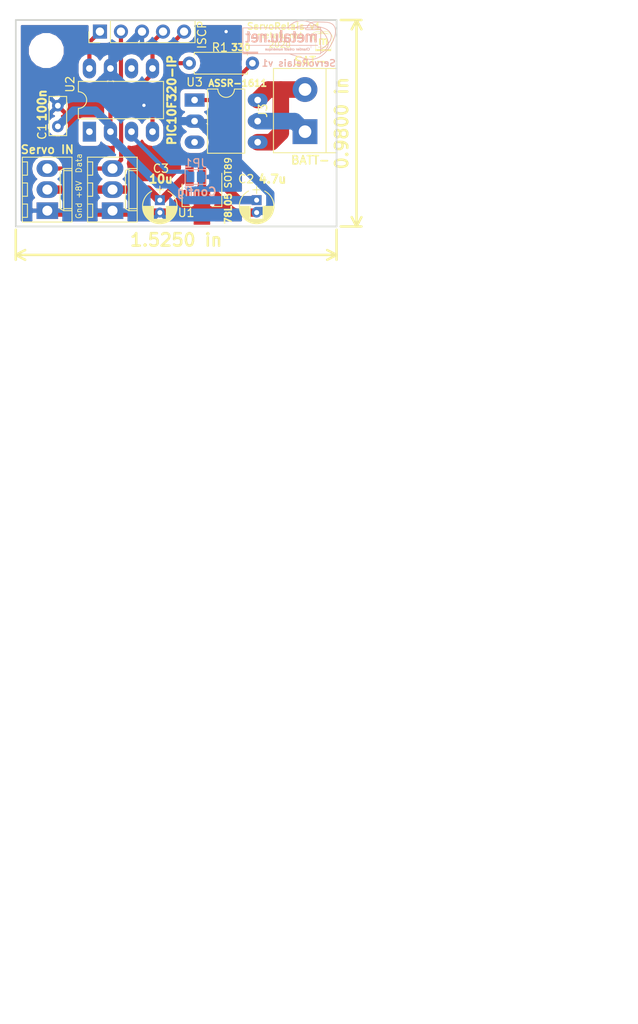
<source format=kicad_pcb>
(kicad_pcb (version 20171130) (host pcbnew 5.0.2-bee76a0~70~ubuntu16.04.1)

  (general
    (thickness 1.6)
    (drawings 17)
    (tracks 81)
    (zones 0)
    (modules 20)
    (nets 11)
  )

  (page User 159.995 110.007)
  (title_block
    (title ServoRelais)
    (date 2020-11-12)
    (rev 1)
    (company metalu.net)
  )

  (layers
    (0 F.Cu signal)
    (31 B.Cu signal)
    (32 B.Adhes user)
    (33 F.Adhes user)
    (34 B.Paste user)
    (35 F.Paste user)
    (36 B.SilkS user)
    (37 F.SilkS user)
    (38 B.Mask user)
    (39 F.Mask user)
    (40 Dwgs.User user)
    (41 Cmts.User user)
    (42 Eco1.User user)
    (43 Eco2.User user)
    (44 Edge.Cuts user)
    (45 Margin user)
    (46 B.CrtYd user)
    (47 F.CrtYd user)
    (48 B.Fab user)
    (49 F.Fab user)
  )

  (setup
    (last_trace_width 0.5)
    (user_trace_width 0.5)
    (user_trace_width 1)
    (user_trace_width 2)
    (trace_clearance 0.2)
    (zone_clearance 0.508)
    (zone_45_only no)
    (trace_min 0.2)
    (segment_width 0.2)
    (edge_width 0.15)
    (via_size 0.8)
    (via_drill 0.4)
    (via_min_size 0.4)
    (via_min_drill 0.3)
    (uvia_size 0.3)
    (uvia_drill 0.1)
    (uvias_allowed no)
    (uvia_min_size 0.2)
    (uvia_min_drill 0.1)
    (pcb_text_width 0.3)
    (pcb_text_size 1.5 1.5)
    (mod_edge_width 0.15)
    (mod_text_size 1 1)
    (mod_text_width 0.15)
    (pad_size 1.524 1.524)
    (pad_drill 0.762)
    (pad_to_mask_clearance 0.051)
    (solder_mask_min_width 0.25)
    (aux_axis_origin 0 0)
    (visible_elements FFFFFF7F)
    (pcbplotparams
      (layerselection 0x010f0_ffffffff)
      (usegerberextensions true)
      (usegerberattributes false)
      (usegerberadvancedattributes false)
      (creategerberjobfile false)
      (excludeedgelayer true)
      (linewidth 0.100000)
      (plotframeref false)
      (viasonmask false)
      (mode 1)
      (useauxorigin false)
      (hpglpennumber 1)
      (hpglpenspeed 20)
      (hpglpendiameter 15.000000)
      (psnegative false)
      (psa4output false)
      (plotreference true)
      (plotvalue true)
      (plotinvisibletext false)
      (padsonsilk false)
      (subtractmaskfromsilk false)
      (outputformat 1)
      (mirror false)
      (drillshape 0)
      (scaleselection 1)
      (outputdirectory "gerber"))
  )

  (net 0 "")
  (net 1 GND)
  (net 2 +5V)
  (net 3 VCC)
  (net 4 /PGD)
  (net 5 /PGC)
  (net 6 /Vpp)
  (net 7 "Net-(J3-Pad2)")
  (net 8 "Net-(J3-Pad1)")
  (net 9 "Net-(R1-Pad1)")
  (net 10 "Net-(JP1-Pad1)")

  (net_class Default "This is the default net class."
    (clearance 0.2)
    (trace_width 0.25)
    (via_dia 0.8)
    (via_drill 0.4)
    (uvia_dia 0.3)
    (uvia_drill 0.1)
    (add_net +5V)
    (add_net /PGC)
    (add_net /PGD)
    (add_net /Vpp)
    (add_net GND)
    (add_net "Net-(J3-Pad1)")
    (add_net "Net-(J3-Pad2)")
    (add_net "Net-(JP1-Pad1)")
    (add_net "Net-(R1-Pad1)")
    (add_net VCC)
  )

  (module Connect:GS2 (layer B.Cu) (tedit 5FACFF20) (tstamp 5FAD0343)
    (at 78.359 49.276 270)
    (descr "2-pin solder bridge")
    (tags "solder bridge")
    (path /5FAD1E15)
    (attr smd)
    (fp_text reference JP1 (at -1.651 0) (layer B.SilkS)
      (effects (font (size 1 1) (thickness 0.15)) (justify mirror))
    )
    (fp_text value Config (at 1.778 -0.127) (layer B.SilkS)
      (effects (font (size 1 1) (thickness 0.2)) (justify mirror))
    )
    (fp_line (start -0.89 1.27) (end 0.89 1.27) (layer B.SilkS) (width 0.12))
    (fp_line (start 0.89 -1.27) (end -0.89 -1.27) (layer B.SilkS) (width 0.12))
    (fp_line (start 0.89 -1.27) (end 0.89 1.27) (layer B.SilkS) (width 0.12))
    (fp_line (start -0.89 1.27) (end -0.89 -1.27) (layer B.SilkS) (width 0.12))
    (fp_line (start -1.1 1.45) (end 1.1 1.45) (layer B.CrtYd) (width 0.05))
    (fp_line (start -1.1 -1.5) (end -1.1 1.45) (layer B.CrtYd) (width 0.05))
    (fp_line (start 1.1 -1.5) (end -1.1 -1.5) (layer B.CrtYd) (width 0.05))
    (fp_line (start 1.1 1.45) (end 1.1 -1.5) (layer B.CrtYd) (width 0.05))
    (pad 2 smd rect (at 0 -0.64 270) (size 1.27 0.97) (layers B.Cu B.Paste B.Mask)
      (net 1 GND))
    (pad 1 smd rect (at 0 0.64 270) (size 1.27 0.97) (layers B.Cu B.Paste B.Mask)
      (net 10 "Net-(JP1-Pad1)"))
  )

  (module Connectors_Molex:Molex_KK-6410-03_03x2.54mm_Straight (layer F.Cu) (tedit 5FAD01AA) (tstamp 5FAC0B1E)
    (at 68.326 53.34 90)
    (descr "Connector Headers with Friction Lock, 22-27-2031, http://www.molex.com/pdm_docs/sd/022272021_sd.pdf")
    (tags "connector molex kk_6410 22-27-2031")
    (path /5FAC0FFE)
    (fp_text reference J4 (at -2.921 -0.381 180) (layer F.SilkS) hide
      (effects (font (size 1 1) (thickness 0.15)))
    )
    (fp_text value Conn_01x03_Female (at -2.921 0 180) (layer F.Fab) hide
      (effects (font (size 1 1) (thickness 0.15)))
    )
    (fp_line (start -1.47 -3.12) (end -1.47 3.08) (layer F.Fab) (width 0.12))
    (fp_line (start -1.47 3.08) (end 6.55 3.08) (layer F.Fab) (width 0.12))
    (fp_line (start 6.55 3.08) (end 6.55 -3.12) (layer F.Fab) (width 0.12))
    (fp_line (start 6.55 -3.12) (end -1.47 -3.12) (layer F.Fab) (width 0.12))
    (fp_line (start -1.37 -3.02) (end -1.37 2.98) (layer F.SilkS) (width 0.12))
    (fp_line (start -1.37 2.98) (end 6.45 2.98) (layer F.SilkS) (width 0.12))
    (fp_line (start 6.45 2.98) (end 6.45 -3.02) (layer F.SilkS) (width 0.12))
    (fp_line (start 6.45 -3.02) (end -1.37 -3.02) (layer F.SilkS) (width 0.12))
    (fp_line (start 0 2.98) (end 0 1.98) (layer F.SilkS) (width 0.12))
    (fp_line (start 0 1.98) (end 5.08 1.98) (layer F.SilkS) (width 0.12))
    (fp_line (start 5.08 1.98) (end 5.08 2.98) (layer F.SilkS) (width 0.12))
    (fp_line (start 0 1.98) (end 0.25 1.55) (layer F.SilkS) (width 0.12))
    (fp_line (start 0.25 1.55) (end 4.83 1.55) (layer F.SilkS) (width 0.12))
    (fp_line (start 4.83 1.55) (end 5.08 1.98) (layer F.SilkS) (width 0.12))
    (fp_line (start 0.25 2.98) (end 0.25 1.98) (layer F.SilkS) (width 0.12))
    (fp_line (start 4.83 2.98) (end 4.83 1.98) (layer F.SilkS) (width 0.12))
    (fp_line (start -0.8 -3.02) (end -0.8 -2.4) (layer F.SilkS) (width 0.12))
    (fp_line (start -0.8 -2.4) (end 0.8 -2.4) (layer F.SilkS) (width 0.12))
    (fp_line (start 0.8 -2.4) (end 0.8 -3.02) (layer F.SilkS) (width 0.12))
    (fp_line (start 1.74 -3.02) (end 1.74 -2.4) (layer F.SilkS) (width 0.12))
    (fp_line (start 1.74 -2.4) (end 3.34 -2.4) (layer F.SilkS) (width 0.12))
    (fp_line (start 3.34 -2.4) (end 3.34 -3.02) (layer F.SilkS) (width 0.12))
    (fp_line (start 4.28 -3.02) (end 4.28 -2.4) (layer F.SilkS) (width 0.12))
    (fp_line (start 4.28 -2.4) (end 5.88 -2.4) (layer F.SilkS) (width 0.12))
    (fp_line (start 5.88 -2.4) (end 5.88 -3.02) (layer F.SilkS) (width 0.12))
    (fp_line (start -1.9 3.5) (end -1.9 -3.55) (layer F.CrtYd) (width 0.05))
    (fp_line (start -1.9 -3.55) (end 7 -3.55) (layer F.CrtYd) (width 0.05))
    (fp_line (start 7 -3.55) (end 7 3.5) (layer F.CrtYd) (width 0.05))
    (fp_line (start 7 3.5) (end -1.9 3.5) (layer F.CrtYd) (width 0.05))
    (fp_text user %R (at 2.54 0 90) (layer F.Fab)
      (effects (font (size 1 1) (thickness 0.15)))
    )
    (pad 1 thru_hole rect (at 0 0 90) (size 2 2.6) (drill 1.2) (layers *.Cu *.Mask)
      (net 1 GND))
    (pad 2 thru_hole oval (at 2.54 0 90) (size 2 2.6) (drill 1.2) (layers *.Cu *.Mask)
      (net 3 VCC))
    (pad 3 thru_hole oval (at 5.08 0 90) (size 2 2.6) (drill 1.2) (layers *.Cu *.Mask)
      (net 4 /PGD))
    (model ${KISYS3DMOD}/Connectors_Molex.3dshapes/Molex_KK-6410-03_03x2.54mm_Straight.wrl
      (at (xyz 0 0 0))
      (scale (xyz 1 1 1))
      (rotate (xyz 0 0 0))
    )
    (model ${KISYS3DMOD}/walter/conn_kk100/22-23-2031.wrl
      (offset (xyz 2.5 0 0))
      (scale (xyz 1 1 1))
      (rotate (xyz 0 0 180))
    )
  )

  (module Terminal_Blocks:TerminalBlock_bornier-2_P5.08mm (layer F.Cu) (tedit 5FAD01B6) (tstamp 5FAC08D9)
    (at 91.567 43.815 90)
    (descr "simple 2-pin terminal block, pitch 5.08mm, revamped version of bornier2")
    (tags "terminal block bornier2")
    (path /5FAADA7D)
    (fp_text reference J3 (at 2.54 -5.08 90) (layer F.SilkS)
      (effects (font (size 1 1) (thickness 0.15)))
    )
    (fp_text value Conn_01x02_Female (at 2.54 5.08 90) (layer F.Fab) hide
      (effects (font (size 1 1) (thickness 0.15)))
    )
    (fp_line (start 7.79 4) (end -2.71 4) (layer F.CrtYd) (width 0.05))
    (fp_line (start 7.79 4) (end 7.79 -4) (layer F.CrtYd) (width 0.05))
    (fp_line (start -2.71 -4) (end -2.71 4) (layer F.CrtYd) (width 0.05))
    (fp_line (start -2.71 -4) (end 7.79 -4) (layer F.CrtYd) (width 0.05))
    (fp_line (start -2.54 3.81) (end 7.62 3.81) (layer F.SilkS) (width 0.12))
    (fp_line (start -2.54 -3.81) (end -2.54 3.81) (layer F.SilkS) (width 0.12))
    (fp_line (start 7.62 -3.81) (end -2.54 -3.81) (layer F.SilkS) (width 0.12))
    (fp_line (start 7.62 3.81) (end 7.62 -3.81) (layer F.SilkS) (width 0.12))
    (fp_line (start 7.62 2.54) (end -2.54 2.54) (layer F.SilkS) (width 0.12))
    (fp_line (start 7.54 -3.75) (end -2.46 -3.75) (layer F.Fab) (width 0.1))
    (fp_line (start 7.54 3.75) (end 7.54 -3.75) (layer F.Fab) (width 0.1))
    (fp_line (start -2.46 3.75) (end 7.54 3.75) (layer F.Fab) (width 0.1))
    (fp_line (start -2.46 -3.75) (end -2.46 3.75) (layer F.Fab) (width 0.1))
    (fp_line (start -2.41 2.55) (end 7.49 2.55) (layer F.Fab) (width 0.1))
    (fp_text user %R (at 2.54 0 90) (layer F.Fab)
      (effects (font (size 1 1) (thickness 0.15)))
    )
    (pad 2 thru_hole circle (at 5.08 0 90) (size 3 3) (drill 1.52) (layers *.Cu *.Mask)
      (net 7 "Net-(J3-Pad2)"))
    (pad 1 thru_hole rect (at 0 0 90) (size 3 3) (drill 1.52) (layers *.Cu *.Mask)
      (net 8 "Net-(J3-Pad1)"))
    (model ${KISYS3DMOD}/Terminal_Blocks.3dshapes/TerminalBlock_bornier-2_P5.08mm.wrl
      (offset (xyz 2.539999961853027 0 0))
      (scale (xyz 1 1 1))
      (rotate (xyz 0 0 0))
    )
    (model ${KISYS3DMOD}/walter/conn_gmkds/gmkds_3-2-7,62.wrl
      (offset (xyz 2.5 0 0))
      (scale (xyz 0.65 0.7 0.7))
      (rotate (xyz 0 0 0))
    )
  )

  (module "" (layer F.Cu) (tedit 5FAC069E) (tstamp 0)
    (at 71.247 58.42)
    (fp_text reference "" (at 60.325 92.71) (layer F.SilkS)
      (effects (font (size 1.27 1.27) (thickness 0.15)))
    )
    (fp_text value "" (at 60.325 92.71) (layer F.SilkS)
      (effects (font (size 1.27 1.27) (thickness 0.15)))
    )
    (fp_text user L78L05_SOT89 (at 51.181 115.316 90) (layer F.SilkS) hide
      (effects (font (size 1 1) (thickness 0.25)))
    )
  )

  (module "" (layer F.Cu) (tedit 5FAC06A1) (tstamp 0)
    (at 69.977 46.99)
    (fp_text reference "" (at 61.595 92.71) (layer F.SilkS)
      (effects (font (size 1.27 1.27) (thickness 0.15)))
    )
    (fp_text value "" (at 61.595 92.71) (layer F.SilkS)
      (effects (font (size 1.27 1.27) (thickness 0.15)))
    )
    (fp_text user L78L05_SOT89 (at 56.007 125.984 90) (layer F.SilkS) hide
      (effects (font (size 1 1) (thickness 0.25)))
    )
  )

  (module "" (layer F.Cu) (tedit 5FAC0697) (tstamp 0)
    (at 71.247 46.99)
    (fp_text reference "" (at 53.34 88.9) (layer F.SilkS)
      (effects (font (size 1.27 1.27) (thickness 0.15)))
    )
    (fp_text value "" (at 53.34 88.9) (layer F.SilkS)
      (effects (font (size 1.27 1.27) (thickness 0.15)))
    )
    (fp_text user L78L05_SOT89 (at 46.355 126.492 90) (layer F.SilkS) hide
      (effects (font (size 1 1) (thickness 0.25)))
    )
  )

  (module "" (layer F.Cu) (tedit 5FAC0690) (tstamp 0)
    (at 69.977 48.26)
    (fp_text reference "" (at 53.34 88.9) (layer F.SilkS)
      (effects (font (size 1.27 1.27) (thickness 0.15)))
    )
    (fp_text value "" (at 53.34 88.9) (layer F.SilkS)
      (effects (font (size 1.27 1.27) (thickness 0.15)))
    )
    (fp_text user L78L05_SOT89 (at 43.561 125.476 90) (layer F.SilkS) hide
      (effects (font (size 1 1) (thickness 0.25)))
    )
  )

  (module Capacitors_ThroughHole:C_Rect_L4.6mm_W2.0mm_P2.50mm_MKS02_FKP02 (layer F.Cu) (tedit 5FABF2DD) (tstamp 5FAC1D12)
    (at 61.722 43.18 90)
    (descr "C, Rect series, Radial, pin pitch=2.50mm, , length*width=4.6*2mm^2, Capacitor, http://www.wima.de/DE/WIMA_MKS_02.pdf")
    (tags "C Rect series Radial pin pitch 2.50mm  length 4.6mm width 2mm Capacitor")
    (path /5FAAF3D2)
    (fp_text reference C1 (at -0.635 -1.905 90) (layer F.SilkS)
      (effects (font (size 1 1) (thickness 0.15)))
    )
    (fp_text value 100n (at 2.54 -1.905 90) (layer F.SilkS)
      (effects (font (size 1 1) (thickness 0.25)))
    )
    (fp_text user %R (at 1.25 0 90) (layer F.Fab)
      (effects (font (size 1 1) (thickness 0.15)))
    )
    (fp_line (start 3.9 -1.35) (end -1.4 -1.35) (layer F.CrtYd) (width 0.05))
    (fp_line (start 3.9 1.35) (end 3.9 -1.35) (layer F.CrtYd) (width 0.05))
    (fp_line (start -1.4 1.35) (end 3.9 1.35) (layer F.CrtYd) (width 0.05))
    (fp_line (start -1.4 -1.35) (end -1.4 1.35) (layer F.CrtYd) (width 0.05))
    (fp_line (start 3.61 -1.06) (end 3.61 1.06) (layer F.SilkS) (width 0.12))
    (fp_line (start -1.11 -1.06) (end -1.11 1.06) (layer F.SilkS) (width 0.12))
    (fp_line (start -1.11 1.06) (end 3.61 1.06) (layer F.SilkS) (width 0.12))
    (fp_line (start -1.11 -1.06) (end 3.61 -1.06) (layer F.SilkS) (width 0.12))
    (fp_line (start 3.55 -1) (end -1.05 -1) (layer F.Fab) (width 0.1))
    (fp_line (start 3.55 1) (end 3.55 -1) (layer F.Fab) (width 0.1))
    (fp_line (start -1.05 1) (end 3.55 1) (layer F.Fab) (width 0.1))
    (fp_line (start -1.05 -1) (end -1.05 1) (layer F.Fab) (width 0.1))
    (pad 2 thru_hole circle (at 2.5 0 90) (size 1.4 1.4) (drill 0.7) (layers *.Cu *.Mask)
      (net 1 GND))
    (pad 1 thru_hole circle (at 0 0 90) (size 1.4 1.4) (drill 0.7) (layers *.Cu *.Mask)
      (net 2 +5V))
    (model ${KISYS3DMOD}/Capacitors_THT.3dshapes/C_Rect_L4.6mm_W2.0mm_P2.50mm_MKS02_FKP02.wrl
      (at (xyz 0 0 0))
      (scale (xyz 1 1 1))
      (rotate (xyz 0 0 0))
    )
    (model ${KISYS3DMOD}/C_Rect_L4.0mm_W2.5mm_P2.50mm.wrl
      (at (xyz 0 0 0))
      (scale (xyz 1 1 0.3))
      (rotate (xyz 0 0 0))
    )
  )

  (module Capacitors_ThroughHole:CP_Radial_D4.0mm_P1.50mm (layer F.Cu) (tedit 5FABF31F) (tstamp 5FABE69B)
    (at 85.725 52.07 270)
    (descr "CP, Radial series, Radial, pin pitch=1.50mm, , diameter=4mm, Electrolytic Capacitor")
    (tags "CP Radial series Radial pin pitch 1.50mm  diameter 4mm Electrolytic Capacitor")
    (path /5FAAF4A0)
    (fp_text reference C2 (at -2.54 1.27) (layer F.SilkS)
      (effects (font (size 1 1) (thickness 0.15)))
    )
    (fp_text value 4.7u (at -2.54 -1.905) (layer F.SilkS)
      (effects (font (size 1 1) (thickness 0.25)))
    )
    (fp_text user %R (at 0.75 0 270) (layer F.Fab)
      (effects (font (size 1 1) (thickness 0.15)))
    )
    (fp_line (start 3.1 -2.35) (end -1.6 -2.35) (layer F.CrtYd) (width 0.05))
    (fp_line (start 3.1 2.35) (end 3.1 -2.35) (layer F.CrtYd) (width 0.05))
    (fp_line (start -1.6 2.35) (end 3.1 2.35) (layer F.CrtYd) (width 0.05))
    (fp_line (start -1.6 -2.35) (end -1.6 2.35) (layer F.CrtYd) (width 0.05))
    (fp_line (start -1.25 -0.45) (end -1.25 0.45) (layer F.SilkS) (width 0.12))
    (fp_line (start -1.7 0) (end -0.8 0) (layer F.SilkS) (width 0.12))
    (fp_line (start 2.831 -0.165) (end 2.831 0.165) (layer F.SilkS) (width 0.12))
    (fp_line (start 2.791 -0.415) (end 2.791 0.415) (layer F.SilkS) (width 0.12))
    (fp_line (start 2.751 -0.567) (end 2.751 0.567) (layer F.SilkS) (width 0.12))
    (fp_line (start 2.711 -0.686) (end 2.711 0.686) (layer F.SilkS) (width 0.12))
    (fp_line (start 2.671 -0.786) (end 2.671 0.786) (layer F.SilkS) (width 0.12))
    (fp_line (start 2.631 -0.874) (end 2.631 0.874) (layer F.SilkS) (width 0.12))
    (fp_line (start 2.591 -0.952) (end 2.591 0.952) (layer F.SilkS) (width 0.12))
    (fp_line (start 2.551 -1.023) (end 2.551 1.023) (layer F.SilkS) (width 0.12))
    (fp_line (start 2.511 -1.088) (end 2.511 1.088) (layer F.SilkS) (width 0.12))
    (fp_line (start 2.471 -1.148) (end 2.471 1.148) (layer F.SilkS) (width 0.12))
    (fp_line (start 2.431 -1.204) (end 2.431 1.204) (layer F.SilkS) (width 0.12))
    (fp_line (start 2.391 -1.256) (end 2.391 1.256) (layer F.SilkS) (width 0.12))
    (fp_line (start 2.351 -1.305) (end 2.351 1.305) (layer F.SilkS) (width 0.12))
    (fp_line (start 2.311 -1.351) (end 2.311 1.351) (layer F.SilkS) (width 0.12))
    (fp_line (start 2.271 0.78) (end 2.271 1.395) (layer F.SilkS) (width 0.12))
    (fp_line (start 2.271 -1.395) (end 2.271 -0.78) (layer F.SilkS) (width 0.12))
    (fp_line (start 2.231 0.78) (end 2.231 1.436) (layer F.SilkS) (width 0.12))
    (fp_line (start 2.231 -1.436) (end 2.231 -0.78) (layer F.SilkS) (width 0.12))
    (fp_line (start 2.191 0.78) (end 2.191 1.475) (layer F.SilkS) (width 0.12))
    (fp_line (start 2.191 -1.475) (end 2.191 -0.78) (layer F.SilkS) (width 0.12))
    (fp_line (start 2.151 0.78) (end 2.151 1.512) (layer F.SilkS) (width 0.12))
    (fp_line (start 2.151 -1.512) (end 2.151 -0.78) (layer F.SilkS) (width 0.12))
    (fp_line (start 2.111 0.78) (end 2.111 1.547) (layer F.SilkS) (width 0.12))
    (fp_line (start 2.111 -1.547) (end 2.111 -0.78) (layer F.SilkS) (width 0.12))
    (fp_line (start 2.071 0.78) (end 2.071 1.581) (layer F.SilkS) (width 0.12))
    (fp_line (start 2.071 -1.581) (end 2.071 -0.78) (layer F.SilkS) (width 0.12))
    (fp_line (start 2.031 0.78) (end 2.031 1.613) (layer F.SilkS) (width 0.12))
    (fp_line (start 2.031 -1.613) (end 2.031 -0.78) (layer F.SilkS) (width 0.12))
    (fp_line (start 1.991 0.78) (end 1.991 1.643) (layer F.SilkS) (width 0.12))
    (fp_line (start 1.991 -1.643) (end 1.991 -0.78) (layer F.SilkS) (width 0.12))
    (fp_line (start 1.951 0.78) (end 1.951 1.672) (layer F.SilkS) (width 0.12))
    (fp_line (start 1.951 -1.672) (end 1.951 -0.78) (layer F.SilkS) (width 0.12))
    (fp_line (start 1.911 0.78) (end 1.911 1.699) (layer F.SilkS) (width 0.12))
    (fp_line (start 1.911 -1.699) (end 1.911 -0.78) (layer F.SilkS) (width 0.12))
    (fp_line (start 1.871 0.78) (end 1.871 1.725) (layer F.SilkS) (width 0.12))
    (fp_line (start 1.871 -1.725) (end 1.871 -0.78) (layer F.SilkS) (width 0.12))
    (fp_line (start 1.831 0.78) (end 1.831 1.75) (layer F.SilkS) (width 0.12))
    (fp_line (start 1.831 -1.75) (end 1.831 -0.78) (layer F.SilkS) (width 0.12))
    (fp_line (start 1.791 0.78) (end 1.791 1.773) (layer F.SilkS) (width 0.12))
    (fp_line (start 1.791 -1.773) (end 1.791 -0.78) (layer F.SilkS) (width 0.12))
    (fp_line (start 1.751 0.78) (end 1.751 1.796) (layer F.SilkS) (width 0.12))
    (fp_line (start 1.751 -1.796) (end 1.751 -0.78) (layer F.SilkS) (width 0.12))
    (fp_line (start 1.711 0.78) (end 1.711 1.817) (layer F.SilkS) (width 0.12))
    (fp_line (start 1.711 -1.817) (end 1.711 -0.78) (layer F.SilkS) (width 0.12))
    (fp_line (start 1.671 0.78) (end 1.671 1.837) (layer F.SilkS) (width 0.12))
    (fp_line (start 1.671 -1.837) (end 1.671 -0.78) (layer F.SilkS) (width 0.12))
    (fp_line (start 1.631 0.78) (end 1.631 1.856) (layer F.SilkS) (width 0.12))
    (fp_line (start 1.631 -1.856) (end 1.631 -0.78) (layer F.SilkS) (width 0.12))
    (fp_line (start 1.591 0.78) (end 1.591 1.874) (layer F.SilkS) (width 0.12))
    (fp_line (start 1.591 -1.874) (end 1.591 -0.78) (layer F.SilkS) (width 0.12))
    (fp_line (start 1.551 0.78) (end 1.551 1.891) (layer F.SilkS) (width 0.12))
    (fp_line (start 1.551 -1.891) (end 1.551 -0.78) (layer F.SilkS) (width 0.12))
    (fp_line (start 1.511 0.78) (end 1.511 1.907) (layer F.SilkS) (width 0.12))
    (fp_line (start 1.511 -1.907) (end 1.511 -0.78) (layer F.SilkS) (width 0.12))
    (fp_line (start 1.471 0.78) (end 1.471 1.923) (layer F.SilkS) (width 0.12))
    (fp_line (start 1.471 -1.923) (end 1.471 -0.78) (layer F.SilkS) (width 0.12))
    (fp_line (start 1.43 0.78) (end 1.43 1.937) (layer F.SilkS) (width 0.12))
    (fp_line (start 1.43 -1.937) (end 1.43 -0.78) (layer F.SilkS) (width 0.12))
    (fp_line (start 1.39 0.78) (end 1.39 1.95) (layer F.SilkS) (width 0.12))
    (fp_line (start 1.39 -1.95) (end 1.39 -0.78) (layer F.SilkS) (width 0.12))
    (fp_line (start 1.35 0.78) (end 1.35 1.963) (layer F.SilkS) (width 0.12))
    (fp_line (start 1.35 -1.963) (end 1.35 -0.78) (layer F.SilkS) (width 0.12))
    (fp_line (start 1.31 0.78) (end 1.31 1.974) (layer F.SilkS) (width 0.12))
    (fp_line (start 1.31 -1.974) (end 1.31 -0.78) (layer F.SilkS) (width 0.12))
    (fp_line (start 1.27 0.78) (end 1.27 1.985) (layer F.SilkS) (width 0.12))
    (fp_line (start 1.27 -1.985) (end 1.27 -0.78) (layer F.SilkS) (width 0.12))
    (fp_line (start 1.23 0.78) (end 1.23 1.995) (layer F.SilkS) (width 0.12))
    (fp_line (start 1.23 -1.995) (end 1.23 -0.78) (layer F.SilkS) (width 0.12))
    (fp_line (start 1.19 0.78) (end 1.19 2.004) (layer F.SilkS) (width 0.12))
    (fp_line (start 1.19 -2.004) (end 1.19 -0.78) (layer F.SilkS) (width 0.12))
    (fp_line (start 1.15 0.78) (end 1.15 2.012) (layer F.SilkS) (width 0.12))
    (fp_line (start 1.15 -2.012) (end 1.15 -0.78) (layer F.SilkS) (width 0.12))
    (fp_line (start 1.11 0.78) (end 1.11 2.019) (layer F.SilkS) (width 0.12))
    (fp_line (start 1.11 -2.019) (end 1.11 -0.78) (layer F.SilkS) (width 0.12))
    (fp_line (start 1.07 0.78) (end 1.07 2.026) (layer F.SilkS) (width 0.12))
    (fp_line (start 1.07 -2.026) (end 1.07 -0.78) (layer F.SilkS) (width 0.12))
    (fp_line (start 1.03 0.78) (end 1.03 2.032) (layer F.SilkS) (width 0.12))
    (fp_line (start 1.03 -2.032) (end 1.03 -0.78) (layer F.SilkS) (width 0.12))
    (fp_line (start 0.99 0.78) (end 0.99 2.037) (layer F.SilkS) (width 0.12))
    (fp_line (start 0.99 -2.037) (end 0.99 -0.78) (layer F.SilkS) (width 0.12))
    (fp_line (start 0.95 0.78) (end 0.95 2.041) (layer F.SilkS) (width 0.12))
    (fp_line (start 0.95 -2.041) (end 0.95 -0.78) (layer F.SilkS) (width 0.12))
    (fp_line (start 0.91 0.78) (end 0.91 2.044) (layer F.SilkS) (width 0.12))
    (fp_line (start 0.91 -2.044) (end 0.91 -0.78) (layer F.SilkS) (width 0.12))
    (fp_line (start 0.87 0.78) (end 0.87 2.047) (layer F.SilkS) (width 0.12))
    (fp_line (start 0.87 -2.047) (end 0.87 -0.78) (layer F.SilkS) (width 0.12))
    (fp_line (start 0.83 0.78) (end 0.83 2.049) (layer F.SilkS) (width 0.12))
    (fp_line (start 0.83 -2.049) (end 0.83 -0.78) (layer F.SilkS) (width 0.12))
    (fp_line (start 0.79 0.78) (end 0.79 2.05) (layer F.SilkS) (width 0.12))
    (fp_line (start 0.79 -2.05) (end 0.79 -0.78) (layer F.SilkS) (width 0.12))
    (fp_line (start 0.75 -2.05) (end 0.75 -0.78) (layer F.SilkS) (width 0.12))
    (fp_line (start 0.75 0.78) (end 0.75 2.05) (layer F.SilkS) (width 0.12))
    (fp_line (start -1.25 -0.45) (end -1.25 0.45) (layer F.Fab) (width 0.1))
    (fp_line (start -1.7 0) (end -0.8 0) (layer F.Fab) (width 0.1))
    (fp_circle (center 0.75 0) (end 2.75 0) (layer F.Fab) (width 0.1))
    (fp_arc (start 0.75 0) (end 2.595996 -0.98) (angle 55.9) (layer F.SilkS) (width 0.12))
    (fp_arc (start 0.75 0) (end -1.095996 0.98) (angle -124.1) (layer F.SilkS) (width 0.12))
    (fp_arc (start 0.75 0) (end -1.095996 -0.98) (angle 124.1) (layer F.SilkS) (width 0.12))
    (pad 2 thru_hole circle (at 1.5 0 270) (size 1.2 1.2) (drill 0.6) (layers *.Cu *.Mask)
      (net 1 GND))
    (pad 1 thru_hole rect (at 0 0 270) (size 1.2 1.2) (drill 0.6) (layers *.Cu *.Mask)
      (net 2 +5V))
    (model ${KISYS3DMOD}/Capacitors_THT.3dshapes/CP_Radial_D4.0mm_P1.50mm.wrl
      (at (xyz 0 0 0))
      (scale (xyz 1 1 1))
      (rotate (xyz 0 0 0))
    )
    (model ${KISYS3DMOD}/C1V7.wrl
      (offset (xyz 0.8 0 0))
      (scale (xyz 0.8 0.8 0.5))
      (rotate (xyz 0 0 0))
    )
  )

  (module Capacitors_ThroughHole:CP_Radial_D4.0mm_P1.50mm (layer F.Cu) (tedit 5FABF2D5) (tstamp 5FAC1B22)
    (at 74.041 52.07 270)
    (descr "CP, Radial series, Radial, pin pitch=1.50mm, , diameter=4mm, Electrolytic Capacitor")
    (tags "CP Radial series Radial pin pitch 1.50mm  diameter 4mm Electrolytic Capacitor")
    (path /5FAAF85B)
    (fp_text reference C3 (at -3.81 -0.127) (layer F.SilkS)
      (effects (font (size 1 1) (thickness 0.15)))
    )
    (fp_text value 10u (at -2.54 -0.127) (layer F.SilkS)
      (effects (font (size 1 1) (thickness 0.25)))
    )
    (fp_arc (start 0.75 0) (end -1.095996 -0.98) (angle 124.1) (layer F.SilkS) (width 0.12))
    (fp_arc (start 0.75 0) (end -1.095996 0.98) (angle -124.1) (layer F.SilkS) (width 0.12))
    (fp_arc (start 0.75 0) (end 2.595996 -0.98) (angle 55.9) (layer F.SilkS) (width 0.12))
    (fp_circle (center 0.75 0) (end 2.75 0) (layer F.Fab) (width 0.1))
    (fp_line (start -1.7 0) (end -0.8 0) (layer F.Fab) (width 0.1))
    (fp_line (start -1.25 -0.45) (end -1.25 0.45) (layer F.Fab) (width 0.1))
    (fp_line (start 0.75 0.78) (end 0.75 2.05) (layer F.SilkS) (width 0.12))
    (fp_line (start 0.75 -2.05) (end 0.75 -0.78) (layer F.SilkS) (width 0.12))
    (fp_line (start 0.79 -2.05) (end 0.79 -0.78) (layer F.SilkS) (width 0.12))
    (fp_line (start 0.79 0.78) (end 0.79 2.05) (layer F.SilkS) (width 0.12))
    (fp_line (start 0.83 -2.049) (end 0.83 -0.78) (layer F.SilkS) (width 0.12))
    (fp_line (start 0.83 0.78) (end 0.83 2.049) (layer F.SilkS) (width 0.12))
    (fp_line (start 0.87 -2.047) (end 0.87 -0.78) (layer F.SilkS) (width 0.12))
    (fp_line (start 0.87 0.78) (end 0.87 2.047) (layer F.SilkS) (width 0.12))
    (fp_line (start 0.91 -2.044) (end 0.91 -0.78) (layer F.SilkS) (width 0.12))
    (fp_line (start 0.91 0.78) (end 0.91 2.044) (layer F.SilkS) (width 0.12))
    (fp_line (start 0.95 -2.041) (end 0.95 -0.78) (layer F.SilkS) (width 0.12))
    (fp_line (start 0.95 0.78) (end 0.95 2.041) (layer F.SilkS) (width 0.12))
    (fp_line (start 0.99 -2.037) (end 0.99 -0.78) (layer F.SilkS) (width 0.12))
    (fp_line (start 0.99 0.78) (end 0.99 2.037) (layer F.SilkS) (width 0.12))
    (fp_line (start 1.03 -2.032) (end 1.03 -0.78) (layer F.SilkS) (width 0.12))
    (fp_line (start 1.03 0.78) (end 1.03 2.032) (layer F.SilkS) (width 0.12))
    (fp_line (start 1.07 -2.026) (end 1.07 -0.78) (layer F.SilkS) (width 0.12))
    (fp_line (start 1.07 0.78) (end 1.07 2.026) (layer F.SilkS) (width 0.12))
    (fp_line (start 1.11 -2.019) (end 1.11 -0.78) (layer F.SilkS) (width 0.12))
    (fp_line (start 1.11 0.78) (end 1.11 2.019) (layer F.SilkS) (width 0.12))
    (fp_line (start 1.15 -2.012) (end 1.15 -0.78) (layer F.SilkS) (width 0.12))
    (fp_line (start 1.15 0.78) (end 1.15 2.012) (layer F.SilkS) (width 0.12))
    (fp_line (start 1.19 -2.004) (end 1.19 -0.78) (layer F.SilkS) (width 0.12))
    (fp_line (start 1.19 0.78) (end 1.19 2.004) (layer F.SilkS) (width 0.12))
    (fp_line (start 1.23 -1.995) (end 1.23 -0.78) (layer F.SilkS) (width 0.12))
    (fp_line (start 1.23 0.78) (end 1.23 1.995) (layer F.SilkS) (width 0.12))
    (fp_line (start 1.27 -1.985) (end 1.27 -0.78) (layer F.SilkS) (width 0.12))
    (fp_line (start 1.27 0.78) (end 1.27 1.985) (layer F.SilkS) (width 0.12))
    (fp_line (start 1.31 -1.974) (end 1.31 -0.78) (layer F.SilkS) (width 0.12))
    (fp_line (start 1.31 0.78) (end 1.31 1.974) (layer F.SilkS) (width 0.12))
    (fp_line (start 1.35 -1.963) (end 1.35 -0.78) (layer F.SilkS) (width 0.12))
    (fp_line (start 1.35 0.78) (end 1.35 1.963) (layer F.SilkS) (width 0.12))
    (fp_line (start 1.39 -1.95) (end 1.39 -0.78) (layer F.SilkS) (width 0.12))
    (fp_line (start 1.39 0.78) (end 1.39 1.95) (layer F.SilkS) (width 0.12))
    (fp_line (start 1.43 -1.937) (end 1.43 -0.78) (layer F.SilkS) (width 0.12))
    (fp_line (start 1.43 0.78) (end 1.43 1.937) (layer F.SilkS) (width 0.12))
    (fp_line (start 1.471 -1.923) (end 1.471 -0.78) (layer F.SilkS) (width 0.12))
    (fp_line (start 1.471 0.78) (end 1.471 1.923) (layer F.SilkS) (width 0.12))
    (fp_line (start 1.511 -1.907) (end 1.511 -0.78) (layer F.SilkS) (width 0.12))
    (fp_line (start 1.511 0.78) (end 1.511 1.907) (layer F.SilkS) (width 0.12))
    (fp_line (start 1.551 -1.891) (end 1.551 -0.78) (layer F.SilkS) (width 0.12))
    (fp_line (start 1.551 0.78) (end 1.551 1.891) (layer F.SilkS) (width 0.12))
    (fp_line (start 1.591 -1.874) (end 1.591 -0.78) (layer F.SilkS) (width 0.12))
    (fp_line (start 1.591 0.78) (end 1.591 1.874) (layer F.SilkS) (width 0.12))
    (fp_line (start 1.631 -1.856) (end 1.631 -0.78) (layer F.SilkS) (width 0.12))
    (fp_line (start 1.631 0.78) (end 1.631 1.856) (layer F.SilkS) (width 0.12))
    (fp_line (start 1.671 -1.837) (end 1.671 -0.78) (layer F.SilkS) (width 0.12))
    (fp_line (start 1.671 0.78) (end 1.671 1.837) (layer F.SilkS) (width 0.12))
    (fp_line (start 1.711 -1.817) (end 1.711 -0.78) (layer F.SilkS) (width 0.12))
    (fp_line (start 1.711 0.78) (end 1.711 1.817) (layer F.SilkS) (width 0.12))
    (fp_line (start 1.751 -1.796) (end 1.751 -0.78) (layer F.SilkS) (width 0.12))
    (fp_line (start 1.751 0.78) (end 1.751 1.796) (layer F.SilkS) (width 0.12))
    (fp_line (start 1.791 -1.773) (end 1.791 -0.78) (layer F.SilkS) (width 0.12))
    (fp_line (start 1.791 0.78) (end 1.791 1.773) (layer F.SilkS) (width 0.12))
    (fp_line (start 1.831 -1.75) (end 1.831 -0.78) (layer F.SilkS) (width 0.12))
    (fp_line (start 1.831 0.78) (end 1.831 1.75) (layer F.SilkS) (width 0.12))
    (fp_line (start 1.871 -1.725) (end 1.871 -0.78) (layer F.SilkS) (width 0.12))
    (fp_line (start 1.871 0.78) (end 1.871 1.725) (layer F.SilkS) (width 0.12))
    (fp_line (start 1.911 -1.699) (end 1.911 -0.78) (layer F.SilkS) (width 0.12))
    (fp_line (start 1.911 0.78) (end 1.911 1.699) (layer F.SilkS) (width 0.12))
    (fp_line (start 1.951 -1.672) (end 1.951 -0.78) (layer F.SilkS) (width 0.12))
    (fp_line (start 1.951 0.78) (end 1.951 1.672) (layer F.SilkS) (width 0.12))
    (fp_line (start 1.991 -1.643) (end 1.991 -0.78) (layer F.SilkS) (width 0.12))
    (fp_line (start 1.991 0.78) (end 1.991 1.643) (layer F.SilkS) (width 0.12))
    (fp_line (start 2.031 -1.613) (end 2.031 -0.78) (layer F.SilkS) (width 0.12))
    (fp_line (start 2.031 0.78) (end 2.031 1.613) (layer F.SilkS) (width 0.12))
    (fp_line (start 2.071 -1.581) (end 2.071 -0.78) (layer F.SilkS) (width 0.12))
    (fp_line (start 2.071 0.78) (end 2.071 1.581) (layer F.SilkS) (width 0.12))
    (fp_line (start 2.111 -1.547) (end 2.111 -0.78) (layer F.SilkS) (width 0.12))
    (fp_line (start 2.111 0.78) (end 2.111 1.547) (layer F.SilkS) (width 0.12))
    (fp_line (start 2.151 -1.512) (end 2.151 -0.78) (layer F.SilkS) (width 0.12))
    (fp_line (start 2.151 0.78) (end 2.151 1.512) (layer F.SilkS) (width 0.12))
    (fp_line (start 2.191 -1.475) (end 2.191 -0.78) (layer F.SilkS) (width 0.12))
    (fp_line (start 2.191 0.78) (end 2.191 1.475) (layer F.SilkS) (width 0.12))
    (fp_line (start 2.231 -1.436) (end 2.231 -0.78) (layer F.SilkS) (width 0.12))
    (fp_line (start 2.231 0.78) (end 2.231 1.436) (layer F.SilkS) (width 0.12))
    (fp_line (start 2.271 -1.395) (end 2.271 -0.78) (layer F.SilkS) (width 0.12))
    (fp_line (start 2.271 0.78) (end 2.271 1.395) (layer F.SilkS) (width 0.12))
    (fp_line (start 2.311 -1.351) (end 2.311 1.351) (layer F.SilkS) (width 0.12))
    (fp_line (start 2.351 -1.305) (end 2.351 1.305) (layer F.SilkS) (width 0.12))
    (fp_line (start 2.391 -1.256) (end 2.391 1.256) (layer F.SilkS) (width 0.12))
    (fp_line (start 2.431 -1.204) (end 2.431 1.204) (layer F.SilkS) (width 0.12))
    (fp_line (start 2.471 -1.148) (end 2.471 1.148) (layer F.SilkS) (width 0.12))
    (fp_line (start 2.511 -1.088) (end 2.511 1.088) (layer F.SilkS) (width 0.12))
    (fp_line (start 2.551 -1.023) (end 2.551 1.023) (layer F.SilkS) (width 0.12))
    (fp_line (start 2.591 -0.952) (end 2.591 0.952) (layer F.SilkS) (width 0.12))
    (fp_line (start 2.631 -0.874) (end 2.631 0.874) (layer F.SilkS) (width 0.12))
    (fp_line (start 2.671 -0.786) (end 2.671 0.786) (layer F.SilkS) (width 0.12))
    (fp_line (start 2.711 -0.686) (end 2.711 0.686) (layer F.SilkS) (width 0.12))
    (fp_line (start 2.751 -0.567) (end 2.751 0.567) (layer F.SilkS) (width 0.12))
    (fp_line (start 2.791 -0.415) (end 2.791 0.415) (layer F.SilkS) (width 0.12))
    (fp_line (start 2.831 -0.165) (end 2.831 0.165) (layer F.SilkS) (width 0.12))
    (fp_line (start -1.7 0) (end -0.8 0) (layer F.SilkS) (width 0.12))
    (fp_line (start -1.25 -0.45) (end -1.25 0.45) (layer F.SilkS) (width 0.12))
    (fp_line (start -1.6 -2.35) (end -1.6 2.35) (layer F.CrtYd) (width 0.05))
    (fp_line (start -1.6 2.35) (end 3.1 2.35) (layer F.CrtYd) (width 0.05))
    (fp_line (start 3.1 2.35) (end 3.1 -2.35) (layer F.CrtYd) (width 0.05))
    (fp_line (start 3.1 -2.35) (end -1.6 -2.35) (layer F.CrtYd) (width 0.05))
    (fp_text user %R (at 0.75 0 270) (layer F.Fab)
      (effects (font (size 1 1) (thickness 0.15)))
    )
    (pad 1 thru_hole rect (at 0 0 270) (size 1.2 1.2) (drill 0.6) (layers *.Cu *.Mask)
      (net 3 VCC))
    (pad 2 thru_hole circle (at 1.5 0 270) (size 1.2 1.2) (drill 0.6) (layers *.Cu *.Mask)
      (net 1 GND))
    (model ${KISYS3DMOD}/Capacitors_THT.3dshapes/CP_Radial_D4.0mm_P1.50mm.wrl
      (at (xyz 0 0 0))
      (scale (xyz 1 1 1))
      (rotate (xyz 0 0 0))
    )
    (model ${KISYS3DMOD}/C1V7.wrl
      (offset (xyz 0.8 0 0))
      (scale (xyz 0.8 0.8 0.5))
      (rotate (xyz 0 0 0))
    )
  )

  (module Connectors_Molex:Molex_KK-6410-03_03x2.54mm_Straight (layer F.Cu) (tedit 5FAC0163) (tstamp 5FAC11AE)
    (at 60.452 53.34 90)
    (descr "Connector Headers with Friction Lock, 22-27-2031, http://www.molex.com/pdm_docs/sd/022272021_sd.pdf")
    (tags "connector molex kk_6410 22-27-2031")
    (path /5FAAD2A2)
    (fp_text reference J1 (at 1 -4.5 90) (layer F.SilkS) hide
      (effects (font (size 1 1) (thickness 0.15)))
    )
    (fp_text value Conn_01x03_Female (at 1.778 -6.858 270) (layer F.SilkS) hide
      (effects (font (size 1 1) (thickness 0.15)))
    )
    (fp_text user %R (at 2.54 0 90) (layer F.Fab)
      (effects (font (size 1 1) (thickness 0.15)))
    )
    (fp_line (start 7 3.5) (end -1.9 3.5) (layer F.CrtYd) (width 0.05))
    (fp_line (start 7 -3.55) (end 7 3.5) (layer F.CrtYd) (width 0.05))
    (fp_line (start -1.9 -3.55) (end 7 -3.55) (layer F.CrtYd) (width 0.05))
    (fp_line (start -1.9 3.5) (end -1.9 -3.55) (layer F.CrtYd) (width 0.05))
    (fp_line (start 5.88 -2.4) (end 5.88 -3.02) (layer F.SilkS) (width 0.12))
    (fp_line (start 4.28 -2.4) (end 5.88 -2.4) (layer F.SilkS) (width 0.12))
    (fp_line (start 4.28 -3.02) (end 4.28 -2.4) (layer F.SilkS) (width 0.12))
    (fp_line (start 3.34 -2.4) (end 3.34 -3.02) (layer F.SilkS) (width 0.12))
    (fp_line (start 1.74 -2.4) (end 3.34 -2.4) (layer F.SilkS) (width 0.12))
    (fp_line (start 1.74 -3.02) (end 1.74 -2.4) (layer F.SilkS) (width 0.12))
    (fp_line (start 0.8 -2.4) (end 0.8 -3.02) (layer F.SilkS) (width 0.12))
    (fp_line (start -0.8 -2.4) (end 0.8 -2.4) (layer F.SilkS) (width 0.12))
    (fp_line (start -0.8 -3.02) (end -0.8 -2.4) (layer F.SilkS) (width 0.12))
    (fp_line (start 4.83 2.98) (end 4.83 1.98) (layer F.SilkS) (width 0.12))
    (fp_line (start 0.25 2.98) (end 0.25 1.98) (layer F.SilkS) (width 0.12))
    (fp_line (start 4.83 1.55) (end 5.08 1.98) (layer F.SilkS) (width 0.12))
    (fp_line (start 0.25 1.55) (end 4.83 1.55) (layer F.SilkS) (width 0.12))
    (fp_line (start 0 1.98) (end 0.25 1.55) (layer F.SilkS) (width 0.12))
    (fp_line (start 5.08 1.98) (end 5.08 2.98) (layer F.SilkS) (width 0.12))
    (fp_line (start 0 1.98) (end 5.08 1.98) (layer F.SilkS) (width 0.12))
    (fp_line (start 0 2.98) (end 0 1.98) (layer F.SilkS) (width 0.12))
    (fp_line (start 6.45 -3.02) (end -1.37 -3.02) (layer F.SilkS) (width 0.12))
    (fp_line (start 6.45 2.98) (end 6.45 -3.02) (layer F.SilkS) (width 0.12))
    (fp_line (start -1.37 2.98) (end 6.45 2.98) (layer F.SilkS) (width 0.12))
    (fp_line (start -1.37 -3.02) (end -1.37 2.98) (layer F.SilkS) (width 0.12))
    (fp_line (start 6.55 -3.12) (end -1.47 -3.12) (layer F.Fab) (width 0.12))
    (fp_line (start 6.55 3.08) (end 6.55 -3.12) (layer F.Fab) (width 0.12))
    (fp_line (start -1.47 3.08) (end 6.55 3.08) (layer F.Fab) (width 0.12))
    (fp_line (start -1.47 -3.12) (end -1.47 3.08) (layer F.Fab) (width 0.12))
    (pad 3 thru_hole oval (at 5.08 0 90) (size 2 2.6) (drill 1.2) (layers *.Cu *.Mask)
      (net 4 /PGD))
    (pad 2 thru_hole oval (at 2.54 0 90) (size 2 2.6) (drill 1.2) (layers *.Cu *.Mask)
      (net 3 VCC))
    (pad 1 thru_hole rect (at 0 0 90) (size 2 2.6) (drill 1.2) (layers *.Cu *.Mask)
      (net 1 GND))
    (model ${KISYS3DMOD}/Connectors_Molex.3dshapes/Molex_KK-6410-03_03x2.54mm_Straight.wrl
      (at (xyz 0 0 0))
      (scale (xyz 1 1 1))
      (rotate (xyz 0 0 0))
    )
    (model ${KISYS3DMOD}/walter/conn_kk100/22-23-2031.wrl
      (offset (xyz 2.5 0 0))
      (scale (xyz 1 1 1))
      (rotate (xyz 0 0 180))
    )
  )

  (module Pin_Headers:Pin_Header_Straight_1x05_Pitch2.54mm (layer F.Cu) (tedit 5FABF1FB) (tstamp 5FAC08AE)
    (at 66.802 31.75 90)
    (descr "Through hole straight pin header, 1x05, 2.54mm pitch, single row")
    (tags "Through hole pin header THT 1x05 2.54mm single row")
    (path /5FAAD158)
    (fp_text reference J2 (at 0 -2.33 90) (layer F.SilkS) hide
      (effects (font (size 1 1) (thickness 0.15)))
    )
    (fp_text value ISCP (at -0.381 12.319 90) (layer F.SilkS)
      (effects (font (size 1 1) (thickness 0.15)))
    )
    (fp_text user %R (at 0 5.08 180) (layer F.Fab)
      (effects (font (size 1 1) (thickness 0.15)))
    )
    (fp_line (start 1.8 -1.8) (end -1.8 -1.8) (layer F.CrtYd) (width 0.05))
    (fp_line (start 1.8 11.95) (end 1.8 -1.8) (layer F.CrtYd) (width 0.05))
    (fp_line (start -1.8 11.95) (end 1.8 11.95) (layer F.CrtYd) (width 0.05))
    (fp_line (start -1.8 -1.8) (end -1.8 11.95) (layer F.CrtYd) (width 0.05))
    (fp_line (start -1.33 -1.33) (end 0 -1.33) (layer F.SilkS) (width 0.12))
    (fp_line (start -1.33 0) (end -1.33 -1.33) (layer F.SilkS) (width 0.12))
    (fp_line (start -1.33 1.27) (end 1.33 1.27) (layer F.SilkS) (width 0.12))
    (fp_line (start 1.33 1.27) (end 1.33 11.49) (layer F.SilkS) (width 0.12))
    (fp_line (start -1.33 1.27) (end -1.33 11.49) (layer F.SilkS) (width 0.12))
    (fp_line (start -1.33 11.49) (end 1.33 11.49) (layer F.SilkS) (width 0.12))
    (fp_line (start -1.27 -0.635) (end -0.635 -1.27) (layer F.Fab) (width 0.1))
    (fp_line (start -1.27 11.43) (end -1.27 -0.635) (layer F.Fab) (width 0.1))
    (fp_line (start 1.27 11.43) (end -1.27 11.43) (layer F.Fab) (width 0.1))
    (fp_line (start 1.27 -1.27) (end 1.27 11.43) (layer F.Fab) (width 0.1))
    (fp_line (start -0.635 -1.27) (end 1.27 -1.27) (layer F.Fab) (width 0.1))
    (pad 5 thru_hole oval (at 0 10.16 90) (size 1.7 1.7) (drill 1) (layers *.Cu *.Mask)
      (net 5 /PGC))
    (pad 4 thru_hole oval (at 0 7.62 90) (size 1.7 1.7) (drill 1) (layers *.Cu *.Mask)
      (net 4 /PGD))
    (pad 3 thru_hole oval (at 0 5.08 90) (size 1.7 1.7) (drill 1) (layers *.Cu *.Mask)
      (net 1 GND))
    (pad 2 thru_hole oval (at 0 2.54 90) (size 1.7 1.7) (drill 1) (layers *.Cu *.Mask)
      (net 2 +5V))
    (pad 1 thru_hole rect (at 0 0 90) (size 1.7 1.7) (drill 1) (layers *.Cu *.Mask)
      (net 6 /Vpp))
    (model ${KISYS3DMOD}/Pin_Headers.3dshapes/Pin_Header_Straight_1x05_Pitch2.54mm.wrl
      (at (xyz 0 0 0))
      (scale (xyz 1 1 1))
      (rotate (xyz 0 0 0))
    )
  )

  (module Resistors_ThroughHole:R_Axial_DIN0207_L6.3mm_D2.5mm_P7.62mm_Horizontal (layer F.Cu) (tedit 5FABFA91) (tstamp 5FABF7A4)
    (at 85.217 35.56 180)
    (descr "Resistor, Axial_DIN0207 series, Axial, Horizontal, pin pitch=7.62mm, 0.25W = 1/4W, length*diameter=6.3*2.5mm^2, http://cdn-reichelt.de/documents/datenblatt/B400/1_4W%23YAG.pdf")
    (tags "Resistor Axial_DIN0207 series Axial Horizontal pin pitch 7.62mm 0.25W = 1/4W length 6.3mm diameter 2.5mm")
    (path /5FAAD8C6)
    (fp_text reference R1 (at 3.937 1.905 180) (layer F.SilkS)
      (effects (font (size 1 1) (thickness 0.15)))
    )
    (fp_text value 330 (at 1.397 1.905 180) (layer F.SilkS)
      (effects (font (size 0.8 0.8) (thickness 0.2)))
    )
    (fp_line (start 8.7 -1.6) (end -1.05 -1.6) (layer F.CrtYd) (width 0.05))
    (fp_line (start 8.7 1.6) (end 8.7 -1.6) (layer F.CrtYd) (width 0.05))
    (fp_line (start -1.05 1.6) (end 8.7 1.6) (layer F.CrtYd) (width 0.05))
    (fp_line (start -1.05 -1.6) (end -1.05 1.6) (layer F.CrtYd) (width 0.05))
    (fp_line (start 7.02 1.31) (end 7.02 0.98) (layer F.SilkS) (width 0.12))
    (fp_line (start 0.6 1.31) (end 7.02 1.31) (layer F.SilkS) (width 0.12))
    (fp_line (start 0.6 0.98) (end 0.6 1.31) (layer F.SilkS) (width 0.12))
    (fp_line (start 7.02 -1.31) (end 7.02 -0.98) (layer F.SilkS) (width 0.12))
    (fp_line (start 0.6 -1.31) (end 7.02 -1.31) (layer F.SilkS) (width 0.12))
    (fp_line (start 0.6 -0.98) (end 0.6 -1.31) (layer F.SilkS) (width 0.12))
    (fp_line (start 7.62 0) (end 6.96 0) (layer F.Fab) (width 0.1))
    (fp_line (start 0 0) (end 0.66 0) (layer F.Fab) (width 0.1))
    (fp_line (start 6.96 -1.25) (end 0.66 -1.25) (layer F.Fab) (width 0.1))
    (fp_line (start 6.96 1.25) (end 6.96 -1.25) (layer F.Fab) (width 0.1))
    (fp_line (start 0.66 1.25) (end 6.96 1.25) (layer F.Fab) (width 0.1))
    (fp_line (start 0.66 -1.25) (end 0.66 1.25) (layer F.Fab) (width 0.1))
    (pad 2 thru_hole oval (at 7.62 0 180) (size 1.6 1.6) (drill 0.8) (layers *.Cu *.Mask)
      (net 5 /PGC))
    (pad 1 thru_hole circle (at 0 0 180) (size 1.6 1.6) (drill 0.8) (layers *.Cu *.Mask)
      (net 9 "Net-(R1-Pad1)"))
    (model ${KISYS3DMOD}/Resistors_THT.3dshapes/R_Axial_DIN0207_L6.3mm_D2.5mm_P7.62mm_Horizontal.wrl
      (at (xyz 0 0 0))
      (scale (xyz 0.393701 0.393701 0.393701))
      (rotate (xyz 0 0 0))
    )
    (model ${KISYS3DMOD}/R3.wrl
      (offset (xyz 4 0 0))
      (scale (xyz 0.3 0.3 0.3))
      (rotate (xyz 0 0 0))
    )
  )

  (module TO_SOT_Packages_SMD:SOT-89-3_Handsoldering (layer F.Cu) (tedit 5FAC0181) (tstamp 5FAC0F8E)
    (at 79.121 51.054 270)
    (descr "SOT-89-3 Handsoldering")
    (tags "SOT-89-3 Handsoldering")
    (path /5FABC9C1)
    (attr smd)
    (fp_text reference U1 (at 2.54 1.905) (layer F.SilkS)
      (effects (font (size 1 1) (thickness 0.15)))
    )
    (fp_text value L78L05_SOT89 (at 5.842 0) (layer F.SilkS) hide
      (effects (font (size 1 1) (thickness 0.25)))
    )
    (fp_line (start -0.13 -2.3) (end 1.68 -2.3) (layer F.Fab) (width 0.1))
    (fp_line (start -0.92 2.3) (end -0.92 -1.51) (layer F.Fab) (width 0.1))
    (fp_line (start 1.68 2.3) (end -0.92 2.3) (layer F.Fab) (width 0.1))
    (fp_line (start 1.68 -2.3) (end 1.68 2.3) (layer F.Fab) (width 0.1))
    (fp_line (start -0.92 -1.51) (end -0.13 -2.3) (layer F.Fab) (width 0.1))
    (fp_line (start 1.78 -2.4) (end 1.78 -1.2) (layer F.SilkS) (width 0.12))
    (fp_line (start -2.22 -2.4) (end 1.78 -2.4) (layer F.SilkS) (width 0.12))
    (fp_line (start 1.78 2.4) (end -0.92 2.4) (layer F.SilkS) (width 0.12))
    (fp_line (start 1.78 1.2) (end 1.78 2.4) (layer F.SilkS) (width 0.12))
    (fp_line (start -3.5 -2.55) (end -3.5 2.55) (layer F.CrtYd) (width 0.05))
    (fp_line (start 4.25 -2.55) (end -3.5 -2.55) (layer F.CrtYd) (width 0.05))
    (fp_line (start 4.25 2.55) (end 4.25 -2.55) (layer F.CrtYd) (width 0.05))
    (fp_line (start -3.5 2.55) (end 4.25 2.55) (layer F.CrtYd) (width 0.05))
    (fp_text user %R (at 0.38 0) (layer F.Fab)
      (effects (font (size 0.6 0.6) (thickness 0.09)))
    )
    (pad 2 smd trapezoid (at -0.37 0) (size 1.5 0.75) (rect_delta 0 0.5 ) (layers F.Cu F.Paste F.Mask)
      (net 1 GND))
    (pad 2 smd rect (at 1.98 0 180) (size 2 4) (layers F.Cu F.Paste F.Mask)
      (net 1 GND))
    (pad 3 smd rect (at -1.98 1.5 180) (size 1 2.5) (layers F.Cu F.Paste F.Mask)
      (net 3 VCC))
    (pad 2 smd rect (at -1.98 0 180) (size 1 2.5) (layers F.Cu F.Paste F.Mask)
      (net 1 GND))
    (pad 1 smd rect (at -1.98 -1.5 180) (size 1 2.5) (layers F.Cu F.Paste F.Mask)
      (net 2 +5V))
    (model ${KISYS3DMOD}/TO_SOT_Packages_SMD.3dshapes/SOT-89-3.wrl
      (at (xyz 0 0 0))
      (scale (xyz 1 1 1))
      (rotate (xyz 0 0 0))
    )
    (model ${KISYS3DMOD}/SOT-223.wrl
      (offset (xyz 0.5 0 0))
      (scale (xyz 0.8 0.7 1))
      (rotate (xyz 0 0 0))
    )
  )

  (module Housings_DIP:DIP-8_W7.62mm_LongPads (layer F.Cu) (tedit 5FABF2FD) (tstamp 5FABE7A6)
    (at 65.532 43.815 90)
    (descr "8-lead though-hole mounted DIP package, row spacing 7.62 mm (300 mils), LongPads")
    (tags "THT DIP DIL PDIP 2.54mm 7.62mm 300mil LongPads")
    (path /5FABC240)
    (fp_text reference U2 (at 5.715 -2.33 90) (layer F.SilkS)
      (effects (font (size 1 1) (thickness 0.15)))
    )
    (fp_text value PIC10F320-IP (at 3.81 9.95 90) (layer F.SilkS)
      (effects (font (size 1 1) (thickness 0.25)))
    )
    (fp_text user %R (at 3.81 3.81 90) (layer F.Fab)
      (effects (font (size 1 1) (thickness 0.15)))
    )
    (fp_line (start 9.1 -1.55) (end -1.45 -1.55) (layer F.CrtYd) (width 0.05))
    (fp_line (start 9.1 9.15) (end 9.1 -1.55) (layer F.CrtYd) (width 0.05))
    (fp_line (start -1.45 9.15) (end 9.1 9.15) (layer F.CrtYd) (width 0.05))
    (fp_line (start -1.45 -1.55) (end -1.45 9.15) (layer F.CrtYd) (width 0.05))
    (fp_line (start 6.06 -1.33) (end 4.81 -1.33) (layer F.SilkS) (width 0.12))
    (fp_line (start 6.06 8.95) (end 6.06 -1.33) (layer F.SilkS) (width 0.12))
    (fp_line (start 1.56 8.95) (end 6.06 8.95) (layer F.SilkS) (width 0.12))
    (fp_line (start 1.56 -1.33) (end 1.56 8.95) (layer F.SilkS) (width 0.12))
    (fp_line (start 2.81 -1.33) (end 1.56 -1.33) (layer F.SilkS) (width 0.12))
    (fp_line (start 0.635 -0.27) (end 1.635 -1.27) (layer F.Fab) (width 0.1))
    (fp_line (start 0.635 8.89) (end 0.635 -0.27) (layer F.Fab) (width 0.1))
    (fp_line (start 6.985 8.89) (end 0.635 8.89) (layer F.Fab) (width 0.1))
    (fp_line (start 6.985 -1.27) (end 6.985 8.89) (layer F.Fab) (width 0.1))
    (fp_line (start 1.635 -1.27) (end 6.985 -1.27) (layer F.Fab) (width 0.1))
    (fp_arc (start 3.81 -1.33) (end 2.81 -1.33) (angle -180) (layer F.SilkS) (width 0.12))
    (pad 8 thru_hole oval (at 7.62 0 90) (size 2.4 1.6) (drill 0.8) (layers *.Cu *.Mask)
      (net 6 /Vpp))
    (pad 4 thru_hole oval (at 0 7.62 90) (size 2.4 1.6) (drill 0.8) (layers *.Cu *.Mask)
      (net 5 /PGC))
    (pad 7 thru_hole oval (at 7.62 2.54 90) (size 2.4 1.6) (drill 0.8) (layers *.Cu *.Mask)
      (net 1 GND))
    (pad 3 thru_hole oval (at 0 5.08 90) (size 2.4 1.6) (drill 0.8) (layers *.Cu *.Mask)
      (net 10 "Net-(JP1-Pad1)"))
    (pad 6 thru_hole oval (at 7.62 5.08 90) (size 2.4 1.6) (drill 0.8) (layers *.Cu *.Mask))
    (pad 2 thru_hole oval (at 0 2.54 90) (size 2.4 1.6) (drill 0.8) (layers *.Cu *.Mask)
      (net 2 +5V))
    (pad 5 thru_hole oval (at 7.62 7.62 90) (size 2.4 1.6) (drill 0.8) (layers *.Cu *.Mask)
      (net 4 /PGD))
    (pad 1 thru_hole rect (at 0 0 90) (size 2.4 1.6) (drill 0.8) (layers *.Cu *.Mask))
    (model ${KISYS3DMOD}/Housings_DIP.3dshapes/DIP-8_W7.62mm.wrl
      (at (xyz 0 0 0))
      (scale (xyz 1 1 1))
      (rotate (xyz 0 0 0))
    )
    (model ${KISYS3DMOD}/DIP-8_W7.62mm.wrl
      (offset (xyz 0 0 4))
      (scale (xyz 1 1 1))
      (rotate (xyz 0 0 0))
    )
    (model /usr/share/kicad/modules/packages3d/Package_DIP.3dshapes/DIP-8_W7.62mm_Socket.step
      (at (xyz 0 0 0))
      (scale (xyz 1 1 1))
      (rotate (xyz 0 0 0))
    )
  )

  (module Housings_DIP:DIP-6_W7.62mm_LongPads (layer F.Cu) (tedit 5FAC0B2C) (tstamp 5FABE7C0)
    (at 78.232 40.005)
    (descr "6-lead though-hole mounted DIP package, row spacing 7.62 mm (300 mils), LongPads")
    (tags "THT DIP DIL PDIP 2.54mm 7.62mm 300mil LongPads")
    (path /5FAAEFDE)
    (fp_text reference U3 (at 0 -2.159) (layer F.SilkS)
      (effects (font (size 1 1) (thickness 0.15)))
    )
    (fp_text value ASSR-1611 (at 5.207 -2.032) (layer F.SilkS)
      (effects (font (size 0.8 0.8) (thickness 0.2)))
    )
    (fp_text user %R (at 3.81 2.54) (layer F.Fab)
      (effects (font (size 1 1) (thickness 0.15)))
    )
    (fp_line (start 9.1 -1.55) (end -1.45 -1.55) (layer F.CrtYd) (width 0.05))
    (fp_line (start 9.1 6.6) (end 9.1 -1.55) (layer F.CrtYd) (width 0.05))
    (fp_line (start -1.45 6.6) (end 9.1 6.6) (layer F.CrtYd) (width 0.05))
    (fp_line (start -1.45 -1.55) (end -1.45 6.6) (layer F.CrtYd) (width 0.05))
    (fp_line (start 6.06 -1.33) (end 4.81 -1.33) (layer F.SilkS) (width 0.12))
    (fp_line (start 6.06 6.41) (end 6.06 -1.33) (layer F.SilkS) (width 0.12))
    (fp_line (start 1.56 6.41) (end 6.06 6.41) (layer F.SilkS) (width 0.12))
    (fp_line (start 1.56 -1.33) (end 1.56 6.41) (layer F.SilkS) (width 0.12))
    (fp_line (start 2.81 -1.33) (end 1.56 -1.33) (layer F.SilkS) (width 0.12))
    (fp_line (start 0.635 -0.27) (end 1.635 -1.27) (layer F.Fab) (width 0.1))
    (fp_line (start 0.635 6.35) (end 0.635 -0.27) (layer F.Fab) (width 0.1))
    (fp_line (start 6.985 6.35) (end 0.635 6.35) (layer F.Fab) (width 0.1))
    (fp_line (start 6.985 -1.27) (end 6.985 6.35) (layer F.Fab) (width 0.1))
    (fp_line (start 1.635 -1.27) (end 6.985 -1.27) (layer F.Fab) (width 0.1))
    (fp_arc (start 3.81 -1.33) (end 2.81 -1.33) (angle -180) (layer F.SilkS) (width 0.12))
    (pad 6 thru_hole oval (at 7.62 0) (size 2.4 1.6) (drill 0.8) (layers *.Cu *.Mask)
      (net 7 "Net-(J3-Pad2)"))
    (pad 3 thru_hole oval (at 0 5.08) (size 2.4 1.6) (drill 0.8) (layers *.Cu *.Mask))
    (pad 5 thru_hole oval (at 7.62 2.54) (size 2.4 1.6) (drill 0.8) (layers *.Cu *.Mask)
      (net 8 "Net-(J3-Pad1)"))
    (pad 2 thru_hole oval (at 0 2.54) (size 2.4 1.6) (drill 0.8) (layers *.Cu *.Mask)
      (net 1 GND))
    (pad 4 thru_hole oval (at 7.62 5.08) (size 2.4 1.6) (drill 0.8) (layers *.Cu *.Mask)
      (net 7 "Net-(J3-Pad2)"))
    (pad 1 thru_hole rect (at 0 0) (size 2.4 1.6) (drill 0.8) (layers *.Cu *.Mask)
      (net 9 "Net-(R1-Pad1)"))
    (model ${KISYS3DMOD}/Housings_DIP.3dshapes/DIP-6_W7.62mm.wrl
      (at (xyz 0 0 0))
      (scale (xyz 1 1 1))
      (rotate (xyz 0 0 0))
    )
    (model ${KISYS3DMOD}/DIP-6_W7.62mm_LongPads.wrl
      (offset (xyz 0 0 4))
      (scale (xyz 1 1 1))
      (rotate (xyz 0 0 0))
    )
    (model /usr/share/kicad/modules/packages3d/Package_DIP.3dshapes/DIP-6_W7.62mm_Socket.wrl
      (at (xyz 0 0 0))
      (scale (xyz 1 1 1))
      (rotate (xyz 0 0 0))
    )
  )

  (module Mounting_Holes:MountingHole_3.2mm_M3 (layer F.Cu) (tedit 5FAD01BC) (tstamp 5FAC023E)
    (at 60.325 34.036)
    (descr "Mounting Hole 3.2mm, no annular, M3")
    (tags "mounting hole 3.2mm no annular m3")
    (path /5FABD73B)
    (attr virtual)
    (fp_text reference H1 (at 0 -4.2) (layer F.SilkS) hide
      (effects (font (size 1 1) (thickness 0.15)))
    )
    (fp_text value MountingHole (at -0.635 -5.08) (layer F.Fab) hide
      (effects (font (size 1 1) (thickness 0.15)))
    )
    (fp_text user %R (at 0.3 0) (layer F.Fab)
      (effects (font (size 1 1) (thickness 0.15)))
    )
    (fp_circle (center 0 0) (end 3.2 0) (layer Cmts.User) (width 0.15))
    (fp_circle (center 0 0) (end 3.45 0) (layer F.CrtYd) (width 0.05))
    (pad 1 np_thru_hole circle (at 0 0) (size 3.2 3.2) (drill 3.2) (layers *.Cu *.Mask))
  )

  (module Mounting_Holes:MountingHole_3.2mm_M3 (layer F.Cu) (tedit 5FAD01B0) (tstamp 5FAC0246)
    (at 91.694 51.562)
    (descr "Mounting Hole 3.2mm, no annular, M3")
    (tags "mounting hole 3.2mm no annular m3")
    (path /5FABD6D3)
    (attr virtual)
    (fp_text reference H2 (at 3.175 -3.175) (layer F.SilkS) hide
      (effects (font (size 1 1) (thickness 0.15)))
    )
    (fp_text value MountingHole (at 0 4.2) (layer F.Fab) hide
      (effects (font (size 1 1) (thickness 0.15)))
    )
    (fp_circle (center 0 0) (end 3.45 0) (layer F.CrtYd) (width 0.05))
    (fp_circle (center 0 0) (end 3.2 0) (layer Cmts.User) (width 0.15))
    (fp_text user %R (at 0.3 0) (layer F.Fab)
      (effects (font (size 1 1) (thickness 0.15)))
    )
    (pad 1 np_thru_hole circle (at 0 0) (size 3.2 3.2) (drill 3.2) (layers *.Cu *.Mask))
  )

  (module metalunet:metalunet (layer B.Cu) (tedit 5B9A83C5) (tstamp 5FAC3C99)
    (at 89.662 32.766 180)
    (fp_text reference G*** (at 3.81 1.143 180) (layer B.SilkS) hide
      (effects (font (size 0.3 0.3) (thickness 0.075)) (justify mirror))
    )
    (fp_text value LOGO (at 4.064 -1.143 180) (layer B.SilkS) hide
      (effects (font (size 0.3 0.3) (thickness 0.075)) (justify mirror))
    )
    (fp_poly (pts (xy -1.47166 2.365239) (xy -1.403482 2.363633) (xy -1.340584 2.360719) (xy -1.285856 2.356495)
      (xy -1.260475 2.353638) (xy -1.138574 2.33514) (xy -1.025225 2.312008) (xy -0.916839 2.283341)
      (xy -0.809829 2.248236) (xy -0.746125 2.224233) (xy -0.600109 2.160118) (xy -0.456898 2.084061)
      (xy -0.317341 1.996669) (xy -0.182283 1.898549) (xy -0.052574 1.790306) (xy 0.07094 1.672548)
      (xy 0.163557 1.573213) (xy 0.223969 1.50495) (xy 5.6261 1.50495) (xy 5.6261 -1.7018)
      (xy 2.801937 -1.701812) (xy -0.022225 -1.701824) (xy -0.095003 -1.730539) (xy -0.157153 -1.753868)
      (xy -0.230734 -1.77937) (xy -0.314725 -1.806718) (xy -0.408104 -1.835588) (xy -0.50985 -1.865651)
      (xy -0.582104 -1.886273) (xy -0.677177 -1.913068) (xy -0.761269 -1.936817) (xy -0.835632 -1.957885)
      (xy -0.901518 -1.976638) (xy -0.96018 -1.993442) (xy -1.012869 -2.008661) (xy -1.060837 -2.022663)
      (xy -1.105337 -2.035812) (xy -1.147621 -2.048474) (xy -1.18894 -2.061015) (xy -1.230547 -2.0738)
      (xy -1.273694 -2.087196) (xy -1.319633 -2.101568) (xy -1.323975 -2.10293) (xy -1.448076 -2.141529)
      (xy -1.561406 -2.175994) (xy -1.665102 -2.206606) (xy -1.760302 -2.233648) (xy -1.848143 -2.2574)
      (xy -1.929762 -2.278145) (xy -2.006296 -2.296163) (xy -2.078882 -2.311737) (xy -2.148657 -2.325149)
      (xy -2.216759 -2.336679) (xy -2.284324 -2.34661) (xy -2.333625 -2.35297) (xy -2.370878 -2.356601)
      (xy -2.417356 -2.359714) (xy -2.470384 -2.362256) (xy -2.527282 -2.364172) (xy -2.585374 -2.365408)
      (xy -2.641983 -2.36591) (xy -2.694431 -2.365624) (xy -2.740041 -2.364495) (xy -2.776136 -2.362471)
      (xy -2.7813 -2.362018) (xy -2.926644 -2.342888) (xy -3.074533 -2.312961) (xy -3.222283 -2.273014)
      (xy -3.367211 -2.223824) (xy -3.506635 -2.166167) (xy -3.581739 -2.130254) (xy -3.735941 -2.045787)
      (xy -3.887479 -1.949147) (xy -4.036086 -1.840631) (xy -4.181493 -1.720538) (xy -4.323433 -1.589165)
      (xy -4.461638 -1.446812) (xy -4.595839 -1.293776) (xy -4.725769 -1.130355) (xy -4.851159 -0.956849)
      (xy -4.971741 -0.773554) (xy -5.087248 -0.58077) (xy -5.197412 -0.378794) (xy -5.251399 -0.272449)
      (xy -5.333272 -0.099157) (xy -5.405106 0.069792) (xy -5.46687 0.234164) (xy -5.51853 0.393724)
      (xy -5.560056 0.548239) (xy -5.591417 0.697473) (xy -5.61258 0.841192) (xy -5.623514 0.979162)
      (xy -5.623884 1.051637) (xy -5.549064 1.051637) (xy -5.547578 0.989087) (xy -5.544661 0.926253)
      (xy -5.540407 0.866206) (xy -5.534908 0.812017) (xy -5.531147 0.784225) (xy -5.504983 0.642253)
      (xy -5.468775 0.493979) (xy -5.422907 0.340345) (xy -5.367765 0.182295) (xy -5.303734 0.020771)
      (xy -5.231201 -0.143283) (xy -5.150551 -0.308925) (xy -5.062169 -0.475211) (xy -4.966441 -0.641199)
      (xy -4.911908 -0.73025) (xy -4.796746 -0.905857) (xy -4.676032 -1.073318) (xy -4.550335 -1.232022)
      (xy -4.420222 -1.381354) (xy -4.286264 -1.520703) (xy -4.14903 -1.649457) (xy -4.009088 -1.767001)
      (xy -3.867007 -1.872725) (xy -3.8227 -1.902947) (xy -3.691556 -1.984605) (xy -3.555868 -2.057811)
      (xy -3.417104 -2.122001) (xy -3.27673 -2.176609) (xy -3.136212 -2.221073) (xy -2.997016 -2.254828)
      (xy -2.860607 -2.27731) (xy -2.8448 -2.279188) (xy -2.815591 -2.282512) (xy -2.78862 -2.285577)
      (xy -2.768139 -2.287901) (xy -2.76225 -2.288567) (xy -2.75006 -2.289165) (xy -2.727102 -2.289564)
      (xy -2.695306 -2.289759) (xy -2.656604 -2.289744) (xy -2.612926 -2.289514) (xy -2.568575 -2.289092)
      (xy -2.504129 -2.288039) (xy -2.449747 -2.286407) (xy -2.402801 -2.284046) (xy -2.360663 -2.280808)
      (xy -2.320705 -2.276541) (xy -2.2987 -2.273701) (xy -2.237495 -2.264839) (xy -2.176958 -2.254925)
      (xy -2.115921 -2.243666) (xy -2.053214 -2.230765) (xy -1.987668 -2.215928) (xy -1.918113 -2.198859)
      (xy -1.843379 -2.179263) (xy -1.762297 -2.156844) (xy -1.673698 -2.131308) (xy -1.576411 -2.102359)
      (xy -1.469268 -2.069701) (xy -1.374775 -2.040428) (xy -1.310427 -2.020525) (xy -1.24129 -1.999408)
      (xy -1.170241 -1.977936) (xy -1.100158 -1.956972) (xy -1.033918 -1.937376) (xy -0.9744 -1.920011)
      (xy -0.930275 -1.907373) (xy -0.873645 -1.891353) (xy -0.812421 -1.874038) (xy -0.750027 -1.856397)
      (xy -0.689889 -1.839398) (xy -0.635431 -1.82401) (xy -0.593725 -1.812229) (xy -0.544437 -1.798148)
      (xy -0.491682 -1.782797) (xy -0.439196 -1.767281) (xy -0.390715 -1.752708) (xy -0.349978 -1.740183)
      (xy -0.342961 -1.737981) (xy -0.238247 -1.704975) (xy -3.825875 -1.698625) (xy -3.827671 -1.631083)
      (xy -3.829466 -1.563542) (xy -3.881646 -1.543227) (xy -3.926469 -1.524514) (xy -3.977483 -1.501133)
      (xy -4.031347 -1.474785) (xy -4.084721 -1.447169) (xy -4.134263 -1.419986) (xy -4.176633 -1.394937)
      (xy -4.191 -1.38578) (xy -4.298038 -1.309108) (xy -4.393778 -1.226873) (xy -4.478167 -1.139162)
      (xy -4.551151 -1.046061) (xy -4.612676 -0.947655) (xy -4.662689 -0.844031) (xy -4.701136 -0.735275)
      (xy -4.727963 -0.621472) (xy -4.741226 -0.517525) (xy -4.668798 -0.517525) (xy -4.664279 -0.55245)
      (xy -4.643701 -0.663358) (xy -4.61108 -0.770473) (xy -4.566216 -0.874445) (xy -4.56137 -0.884064)
      (xy -4.506905 -0.977234) (xy -4.440954 -1.066194) (xy -4.364213 -1.150335) (xy -4.277374 -1.229046)
      (xy -4.181132 -1.301721) (xy -4.07618 -1.367749) (xy -3.963212 -1.426521) (xy -3.922095 -1.445183)
      (xy -3.892821 -1.45776) (xy -3.867393 -1.468258) (xy -3.848239 -1.475705) (xy -3.83779 -1.479129)
      (xy -3.836988 -1.479244) (xy -3.834462 -1.476559) (xy -3.832494 -1.467523) (xy -3.831028 -1.45099)
      (xy -3.830008 -1.425815) (xy -3.82938 -1.39085) (xy -3.829088 -1.344951) (xy -3.82905 -1.315316)
      (xy -3.82905 -1.151082) (xy -3.906838 -1.108081) (xy -4.075363 -1.007703) (xy -4.237268 -0.89665)
      (xy -4.391747 -0.775521) (xy -4.537992 -0.644917) (xy -4.564736 -0.619125) (xy -4.668798 -0.517525)
      (xy -4.741226 -0.517525) (xy -4.743117 -0.502709) (xy -4.743192 -0.501727) (xy -4.748927 -0.42617)
      (xy -4.773833 -0.393561) (xy -4.675244 -0.393561) (xy -4.650737 -0.423793) (xy -4.632678 -0.444567)
      (xy -4.607032 -0.472) (xy -4.575659 -0.504263) (xy -4.540418 -0.539526) (xy -4.50317 -0.575959)
      (xy -4.465772 -0.611732) (xy -4.430085 -0.645015) (xy -4.397968 -0.673979) (xy -4.38525 -0.685052)
      (xy -4.298554 -0.756183) (xy -4.203782 -0.828062) (xy -4.10502 -0.897783) (xy -4.006354 -0.962434)
      (xy -3.933825 -1.00646) (xy -3.906451 -1.022463) (xy -3.881275 -1.037221) (xy -3.86141 -1.048907)
      (xy -3.851275 -1.05491) (xy -3.832225 -1.066287) (xy -3.830604 -0.505071) (xy -3.830356 -0.40365)
      (xy -3.830166 -0.292128) (xy -3.830032 -0.173104) (xy -3.829955 -0.049178) (xy -3.829935 0.077053)
      (xy -3.829973 0.202988) (xy -3.830067 0.32603) (xy -3.830218 0.443578) (xy -3.830426 0.553034)
      (xy -3.830604 0.623057) (xy -3.832225 1.18997) (xy -3.904831 1.110923) (xy -4.04221 0.953813)
      (xy -4.168366 0.793915) (xy -4.282939 0.63174) (xy -4.385564 0.467802) (xy -4.475882 0.302615)
      (xy -4.477991 0.29845) (xy -4.536884 0.173229) (xy -4.584738 0.052105) (xy -4.621977 -0.066293)
      (xy -4.649023 -0.183334) (xy -4.666299 -0.300392) (xy -4.668023 -0.317494) (xy -4.675244 -0.393561)
      (xy -4.773833 -0.393561) (xy -4.801341 -0.357547) (xy -4.87517 -0.254544) (xy -4.939878 -0.151055)
      (xy -4.994703 -0.048461) (xy -5.038883 0.05186) (xy -5.060433 0.111817) (xy -5.090557 0.22263)
      (xy -5.10823 0.332126) (xy -5.112271 0.413982) (xy -5.038247 0.413982) (xy -5.035551 0.353554)
      (xy -5.029756 0.29724) (xy -5.023444 0.26035) (xy -4.99533 0.15259) (xy -4.956412 0.04623)
      (xy -4.906235 -0.059722) (xy -4.844345 -0.166257) (xy -4.79266 -0.243337) (xy -4.775461 -0.26715)
      (xy -4.760926 -0.286295) (xy -4.750555 -0.298865) (xy -4.745847 -0.302953) (xy -4.745805 -0.302921)
      (xy -4.743796 -0.295865) (xy -4.740549 -0.278977) (xy -4.736559 -0.255006) (xy -4.733404 -0.234209)
      (xy -4.709653 -0.110172) (xy -4.67421 0.017564) (xy -4.627364 0.148488) (xy -4.569405 0.282087)
      (xy -4.500623 0.417848) (xy -4.421305 0.555259) (xy -4.331742 0.693808) (xy -4.232223 0.832981)
      (xy -4.123037 0.972266) (xy -4.004473 1.111151) (xy -3.925127 1.198175) (xy -3.911412 1.21285)
      (xy -3.75285 1.21285) (xy -3.75285 -1.6256) (xy 3.7592 -1.6256) (xy 3.7592 -1.4097)
      (xy 5.5499 -1.4097) (xy 5.5499 1.42875) (xy -1.96215 1.42875) (xy -1.96215 1.21285)
      (xy -3.75285 1.21285) (xy -3.911412 1.21285) (xy -3.82905 1.300975) (xy -3.82905 1.403642)
      (xy -3.829134 1.42875) (xy -3.75285 1.42875) (xy -3.75285 1.28905) (xy -2.03835 1.28905)
      (xy -2.03835 1.42875) (xy -3.75285 1.42875) (xy -3.829134 1.42875) (xy -3.82918 1.442132)
      (xy -3.829678 1.469596) (xy -3.830708 1.487706) (xy -3.832436 1.498133) (xy -3.835026 1.502549)
      (xy -3.838642 1.502628) (xy -3.83878 1.502576) (xy -3.849824 1.49911) (xy -3.868776 1.493845)
      (xy -3.887992 1.488829) (xy -3.949776 1.471879) (xy -4.01921 1.450653) (xy -4.092533 1.426444)
      (xy -4.165982 1.400548) (xy -4.235795 1.374258) (xy -4.29821 1.34887) (xy -4.31165 1.343063)
      (xy -4.40557 1.298661) (xy -4.496166 1.249434) (xy -4.581751 1.19653) (xy -4.660637 1.141098)
      (xy -4.731136 1.084286) (xy -4.791559 1.027242) (xy -4.81759 0.998849) (xy -4.884975 0.912409)
      (xy -4.940306 0.822304) (xy -4.983826 0.72805) (xy -5.015777 0.629163) (xy -5.027255 0.579008)
      (xy -5.034148 0.530804) (xy -5.037796 0.474431) (xy -5.038247 0.413982) (xy -5.112271 0.413982)
      (xy -5.113549 0.43986) (xy -5.106614 0.545382) (xy -5.087521 0.648245) (xy -5.05637 0.748001)
      (xy -5.013258 0.844202) (xy -4.958284 0.9364) (xy -4.891546 1.024147) (xy -4.850413 1.069772)
      (xy -4.782957 1.135927) (xy -4.712507 1.195709) (xy -4.636627 1.25089) (xy -4.552884 1.303243)
      (xy -4.460875 1.353496) (xy -4.338741 1.411515) (xy -4.205787 1.465359) (xy -4.082442 1.507962)
      (xy -3.809106 1.507962) (xy -3.804144 1.506961) (xy -3.788499 1.506101) (xy -3.764188 1.505441)
      (xy -3.733229 1.505042) (xy -3.707755 1.50495) (xy -3.603393 1.50495) (xy -3.596204 1.510847)
      (xy -3.476906 1.510847) (xy -3.471254 1.509883) (xy -3.453385 1.508991) (xy -3.423783 1.508175)
      (xy -3.382931 1.507441) (xy -3.331311 1.506792) (xy -3.269407 1.506234) (xy -3.197703 1.50577)
      (xy -3.11668 1.505406) (xy -3.026823 1.505145) (xy -2.928614 1.504992) (xy -2.838825 1.50495)
      (xy -2.749725 1.505) (xy -2.664293 1.505145) (xy -2.583374 1.505377) (xy -2.507815 1.505692)
      (xy -2.438461 1.50608) (xy -2.376157 1.506537) (xy -2.321749 1.507054) (xy -2.276084 1.507626)
      (xy -2.240006 1.508245) (xy -2.214361 1.508905) (xy -2.199995 1.509599) (xy -2.1971 1.510087)
      (xy -2.199821 1.517187) (xy -2.207361 1.533659) (xy -2.21879 1.557554) (xy -2.233179 1.586919)
      (xy -2.246313 1.613274) (xy -2.295263 1.710803) (xy -2.2098 1.710803) (xy -2.207161 1.704705)
      (xy -2.199935 1.689394) (xy -2.189164 1.667047) (xy -2.17589 1.639836) (xy -2.172969 1.633885)
      (xy -2.157997 1.60302) (xy -2.14411 1.57368) (xy -2.132814 1.549091) (xy -2.125613 1.532482)
      (xy -2.125395 1.531938) (xy -2.114653 1.50495) (xy -0.854075 1.505994) (xy -0.9017 1.528421)
      (xy -0.970825 1.557379) (xy -1.051433 1.58475) (xy -1.142381 1.610284) (xy -1.242524 1.633731)
      (xy -1.350715 1.654838) (xy -1.46581 1.673357) (xy -1.586665 1.689035) (xy -1.67922 1.698669)
      (xy -1.722726 1.702305) (xy -1.771185 1.705612) (xy -1.823125 1.708558) (xy -1.877071 1.711108)
      (xy -1.931551 1.713229) (xy -1.985091 1.714888) (xy -2.036217 1.71605) (xy -2.083458 1.716682)
      (xy -2.125338 1.71675) (xy -2.160385 1.716221) (xy -2.187126 1.71506) (xy -2.204086 1.713235)
      (xy -2.2098 1.710803) (xy -2.295263 1.710803) (xy -2.295525 1.711325) (xy -2.3749 1.710003)
      (xy -2.455942 1.707352) (xy -2.547486 1.702034) (xy -2.647662 1.694243) (xy -2.754599 1.684174)
      (xy -2.866426 1.672021) (xy -2.981271 1.657979) (xy -3.097265 1.642242) (xy -3.212536 1.625005)
      (xy -3.250055 1.619028) (xy -3.366384 1.6002) (xy -3.419822 1.558472) (xy -3.442133 1.540779)
      (xy -3.460606 1.525619) (xy -3.47298 1.51488) (xy -3.476906 1.510847) (xy -3.596204 1.510847)
      (xy -3.571759 1.530898) (xy -3.549995 1.548922) (xy -3.537414 1.560228) (xy -3.533326 1.566082)
      (xy -3.537042 1.567755) (xy -3.547869 1.566514) (xy -3.552825 1.565692) (xy -3.570587 1.562354)
      (xy -3.596081 1.557126) (xy -3.627064 1.550514) (xy -3.661291 1.543024) (xy -3.696518 1.535161)
      (xy -3.730502 1.527431) (xy -3.760998 1.520338) (xy -3.785763 1.514389) (xy -3.802552 1.510089)
      (xy -3.809106 1.507962) (xy -4.082442 1.507962) (xy -4.06177 1.515102) (xy -3.906447 1.560819)
      (xy -3.739577 1.602586) (xy -3.560918 1.640477) (xy -3.487768 1.654261) (xy -3.39731 1.670741)
      (xy -3.350608 1.704227) (xy -3.21945 1.704227) (xy -3.218143 1.702567) (xy -3.212866 1.702115)
      (xy -3.201591 1.703057) (xy -3.182287 1.70558) (xy -3.152923 1.709869) (xy -3.144796 1.711085)
      (xy -3.066157 1.722286) (xy -2.981504 1.733267) (xy -2.893331 1.743771) (xy -2.804131 1.753542)
      (xy -2.716396 1.762324) (xy -2.63262 1.769861) (xy -2.555296 1.775897) (xy -2.486916 1.780174)
      (xy -2.460625 1.78142) (xy -2.426644 1.782983) (xy -2.396857 1.784627) (xy -2.373724 1.786194)
      (xy -2.3597 1.787528) (xy -2.356994 1.788018) (xy -2.355872 1.793909) (xy -2.36291 1.807225)
      (xy -2.377057 1.826652) (xy -2.397262 1.850874) (xy -2.422472 1.878574) (xy -2.451635 1.908438)
      (xy -2.45926 1.915932) (xy -2.48593 1.940308) (xy -2.516159 1.965327) (xy -2.547422 1.989149)
      (xy -2.577193 2.009934) (xy -2.602946 2.025843) (xy -2.622158 2.035035) (xy -2.623264 2.035402)
      (xy -2.633418 2.033957) (xy -2.653127 2.027021) (xy -2.680881 2.015332) (xy -2.715169 1.999631)
      (xy -2.754478 1.980654) (xy -2.797299 1.959141) (xy -2.842119 1.93583) (xy -2.887427 1.911459)
      (xy -2.931712 1.886768) (xy -2.955925 1.872829) (xy -2.984576 1.855831) (xy -3.017124 1.836039)
      (xy -3.051918 1.814512) (xy -3.087302 1.792308) (xy -3.121623 1.770485) (xy -3.153228 1.750101)
      (xy -3.180462 1.732214) (xy -3.201672 1.717882) (xy -3.215203 1.708164) (xy -3.21945 1.704227)
      (xy -3.350608 1.704227) (xy -3.31725 1.728145) (xy -3.178444 1.823515) (xy -3.039459 1.910341)
      (xy -2.895153 1.991771) (xy -2.832882 2.024521) (xy -2.72875 2.078219) (xy -2.541685 2.078219)
      (xy -2.511314 2.057323) (xy -2.455717 2.014517) (xy -2.399615 1.962978) (xy -2.346332 1.906085)
      (xy -2.299192 1.847213) (xy -2.28567 1.828103) (xy -2.261336 1.79248) (xy -2.027606 1.788702)
      (xy -1.970801 1.787631) (xy -1.914971 1.786296) (xy -1.862133 1.784764) (xy -1.814306 1.783105)
      (xy -1.773507 1.781387) (xy -1.741752 1.77968) (xy -1.724025 1.77835) (xy -1.587882 1.764209)
      (xy -1.463349 1.748448) (xy -1.349421 1.730886) (xy -1.245091 1.711342) (xy -1.149351 1.689635)
      (xy -1.061195 1.665584) (xy -1.012825 1.650384) (xy -0.970789 1.635442) (xy -0.925025 1.617399)
      (xy -0.878135 1.597441) (xy -0.83272 1.576756) (xy -0.791382 1.556529) (xy -0.756721 1.537949)
      (xy -0.731339 1.522203) (xy -0.73025 1.521433) (xy -0.708025 1.505573) (xy -0.293256 1.505262)
      (xy 0.121514 1.50495) (xy 0.108962 1.522413) (xy 0.097657 1.53606) (xy 0.078661 1.556692)
      (xy 0.053619 1.582686) (xy 0.024177 1.61242) (xy -0.008019 1.644271) (xy -0.041323 1.676615)
      (xy -0.07409 1.707829) (xy -0.104674 1.736291) (xy -0.131428 1.760378) (xy -0.13935 1.767274)
      (xy -0.272004 1.873843) (xy -0.408332 1.968288) (xy -0.548527 2.050696) (xy -0.692778 2.121155)
      (xy -0.841278 2.179753) (xy -0.994216 2.226579) (xy -1.151784 2.261721) (xy -1.2446 2.276676)
      (xy -1.314058 2.284208) (xy -1.392891 2.289063) (xy -1.47807 2.291276) (xy -1.566562 2.290882)
      (xy -1.655339 2.287915) (xy -1.741367 2.28241) (xy -1.821617 2.274402) (xy -1.857375 2.269653)
      (xy -1.960072 2.252094) (xy -2.069346 2.228653) (xy -2.181409 2.200361) (xy -2.292475 2.168249)
      (xy -2.398756 2.133349) (xy -2.496465 2.096691) (xy -2.50433 2.093496) (xy -2.541685 2.078219)
      (xy -2.72875 2.078219) (xy -2.723837 2.080752) (xy -2.770031 2.09403) (xy -2.842212 2.111986)
      (xy -2.921504 2.126291) (xy -3.008634 2.136981) (xy -3.104327 2.144094) (xy -3.209307 2.147667)
      (xy -3.324301 2.14774) (xy -3.450033 2.144348) (xy -3.58723 2.137529) (xy -3.597275 2.136925)
      (xy -3.639534 2.134642) (xy -3.692174 2.132259) (xy -3.752876 2.129855) (xy -3.819321 2.127511)
      (xy -3.889192 2.125305) (xy -3.960171 2.123317) (xy -4.029939 2.121627) (xy -4.064 2.120911)
      (xy -4.128039 2.119531) (xy -4.190924 2.117968) (xy -4.250951 2.116279) (xy -4.306415 2.11452)
      (xy -4.355609 2.112747) (xy -4.39683 2.111018) (xy -4.428372 2.109389) (xy -4.445 2.108238)
      (xy -4.567658 2.095644) (xy -4.679241 2.079374) (xy -4.78091 2.05916) (xy -4.873827 2.034733)
      (xy -4.959151 2.005824) (xy -5.038045 1.972164) (xy -5.043718 1.969449) (xy -5.135813 1.918317)
      (xy -5.219111 1.858102) (xy -5.29348 1.789002) (xy -5.358789 1.711218) (xy -5.414908 1.624947)
      (xy -5.461706 1.53039) (xy -5.499054 1.427745) (xy -5.526819 1.31721) (xy -5.544001 1.206861)
      (xy -5.547369 1.163595) (xy -5.549025 1.11083) (xy -5.549064 1.051637) (xy -5.623884 1.051637)
      (xy -5.624188 1.111149) (xy -5.61457 1.236917) (xy -5.594628 1.356233) (xy -5.564332 1.468862)
      (xy -5.523648 1.57457) (xy -5.505311 1.613168) (xy -5.452248 1.706562) (xy -5.39111 1.791073)
      (xy -5.321617 1.866891) (xy -5.243488 1.934202) (xy -5.156444 1.993194) (xy -5.060202 2.044055)
      (xy -4.954484 2.086971) (xy -4.839007 2.122131) (xy -4.713493 2.149723) (xy -4.699 2.152315)
      (xy -4.62657 2.163289) (xy -4.543143 2.172911) (xy -4.450362 2.181075) (xy -4.349869 2.187676)
      (xy -4.243307 2.192607) (xy -4.132317 2.195764) (xy -4.018542 2.19704) (xy -4.003063 2.197063)
      (xy -3.964423 2.19745) (xy -3.915684 2.198531) (xy -3.859421 2.200215) (xy -3.798213 2.202413)
      (xy -3.734634 2.205033) (xy -3.671261 2.207984) (xy -3.625238 2.21037) (xy -3.493245 2.216687)
      (xy -3.372832 2.220567) (xy -3.263099 2.221944) (xy -3.16315 2.220752) (xy -3.072087 2.216926)
      (xy -2.989012 2.2104) (xy -2.913027 2.201108) (xy -2.843235 2.188985) (xy -2.778738 2.173965)
      (xy -2.718639 2.155983) (xy -2.677214 2.141019) (xy -2.629811 2.122613) (xy -2.537747 2.159478)
      (xy -2.354808 2.226392) (xy -2.171432 2.280744) (xy -1.987088 2.322674) (xy -1.801241 2.35232)
      (xy -1.7907 2.353629) (xy -1.739432 2.358569) (xy -1.679006 2.3622) (xy -1.61231 2.364522)
      (xy -1.542233 2.365535) (xy -1.47166 2.365239)) (layer B.SilkS) (width 0.01))
    (fp_poly (pts (xy 2.311745 -1.018522) (xy 2.329037 -1.025885) (xy 2.339245 -1.031) (xy 2.34315 -1.02906)
      (xy 2.348804 -1.024961) (xy 2.363025 -1.022586) (xy 2.370137 -1.022347) (xy 2.397125 -1.022345)
      (xy 2.395001 -1.189035) (xy 2.394278 -1.233826) (xy 2.39333 -1.27439) (xy 2.392223 -1.30901)
      (xy 2.391019 -1.33597) (xy 2.389782 -1.353553) (xy 2.388651 -1.359993) (xy 2.380126 -1.363832)
      (xy 2.364442 -1.367889) (xy 2.360612 -1.368637) (xy 2.3368 -1.373013) (xy 2.3368 -1.263408)
      (xy 2.319337 -1.268291) (xy 2.282989 -1.272699) (xy 2.24928 -1.265823) (xy 2.220404 -1.248505)
      (xy 2.198795 -1.222021) (xy 2.190649 -1.204266) (xy 2.186211 -1.184306) (xy 2.184913 -1.162992)
      (xy 2.254691 -1.162992) (xy 2.258095 -1.187205) (xy 2.266238 -1.204222) (xy 2.270588 -1.20923)
      (xy 2.287163 -1.217795) (xy 2.307202 -1.217662) (xy 2.324965 -1.208889) (xy 2.325187 -1.20869)
      (xy 2.331025 -1.201174) (xy 2.334567 -1.189655) (xy 2.336323 -1.171248) (xy 2.336799 -1.143071)
      (xy 2.3368 -1.142793) (xy 2.336247 -1.113211) (xy 2.333826 -1.09372) (xy 2.32839 -1.081733)
      (xy 2.318794 -1.07466) (xy 2.304612 -1.070094) (xy 2.284342 -1.07022) (xy 2.269143 -1.081761)
      (xy 2.259305 -1.104368) (xy 2.255564 -1.129124) (xy 2.254691 -1.162992) (xy 2.184913 -1.162992)
      (xy 2.18458 -1.157534) (xy 2.184504 -1.149107) (xy 2.188733 -1.103282) (xy 2.201681 -1.0666)
      (xy 2.223411 -1.038912) (xy 2.234551 -1.030338) (xy 2.258219 -1.020037) (xy 2.285635 -1.016019)
      (xy 2.311745 -1.018522)) (layer B.SilkS) (width 0.01))
    (fp_poly (pts (xy -1.813154 -1.019221) (xy -1.800914 -1.022122) (xy -1.783807 -1.029284) (xy -1.771749 -1.039039)
      (xy -1.76395 -1.053484) (xy -1.75962 -1.07472) (xy -1.757971 -1.104844) (xy -1.75804 -1.136095)
      (xy -1.758282 -1.169074) (xy -1.757628 -1.191967) (xy -1.755764 -1.207377) (xy -1.752373 -1.217904)
      (xy -1.74714 -1.226151) (xy -1.7471 -1.226203) (xy -1.73994 -1.236305) (xy -1.739203 -1.244)
      (xy -1.745579 -1.254046) (xy -1.752325 -1.262246) (xy -1.769613 -1.282955) (xy -1.787166 -1.269147)
      (xy -1.799779 -1.260325) (xy -1.809095 -1.25921) (xy -1.821431 -1.265214) (xy -1.822502 -1.265845)
      (xy -1.846688 -1.274189) (xy -1.875993 -1.275989) (xy -1.904717 -1.271355) (xy -1.92214 -1.263915)
      (xy -1.939845 -1.247543) (xy -1.949538 -1.225225) (xy -1.952856 -1.193176) (xy -1.884782 -1.193176)
      (xy -1.88281 -1.207185) (xy -1.87325 -1.2192) (xy -1.86312 -1.228703) (xy -1.855493 -1.23103)
      (xy -1.844309 -1.227115) (xy -1.838624 -1.22453) (xy -1.828176 -1.217716) (xy -1.823482 -1.207045)
      (xy -1.82245 -1.189605) (xy -1.822988 -1.172455) (xy -1.826461 -1.164486) (xy -1.835662 -1.162179)
      (xy -1.844315 -1.16205) (xy -1.864509 -1.165923) (xy -1.876065 -1.176162) (xy -1.884782 -1.193176)
      (xy -1.952856 -1.193176) (xy -1.952953 -1.192241) (xy -1.945199 -1.163754) (xy -1.927393 -1.141044)
      (xy -1.900652 -1.125392) (xy -1.866093 -1.118081) (xy -1.855788 -1.117704) (xy -1.836396 -1.117256)
      (xy -1.826507 -1.114894) (xy -1.822924 -1.108857) (xy -1.82245 -1.099327) (xy -1.8262 -1.080165)
      (xy -1.837666 -1.070362) (xy -1.857175 -1.069852) (xy -1.885053 -1.07857) (xy -1.897912 -1.084291)
      (xy -1.912083 -1.089682) (xy -1.922323 -1.088526) (xy -1.931682 -1.079163) (xy -1.943209 -1.059933)
      (xy -1.943445 -1.059505) (xy -1.942863 -1.049701) (xy -1.932093 -1.040152) (xy -1.913642 -1.031514)
      (xy -1.890016 -1.024444) (xy -1.863722 -1.019601) (xy -1.837266 -1.01764) (xy -1.813154 -1.019221)) (layer B.SilkS) (width 0.01))
    (fp_poly (pts (xy 0.12714 -1.022734) (xy 0.132667 -1.025172) (xy 0.148584 -1.03624) (xy 0.1597 -1.051618)
      (xy 0.166617 -1.073288) (xy 0.169933 -1.103237) (xy 0.170249 -1.143447) (xy 0.170113 -1.149074)
      (xy 0.169575 -1.180728) (xy 0.170163 -1.2023) (xy 0.17217 -1.216379) (xy 0.175891 -1.225554)
      (xy 0.179274 -1.230014) (xy 0.185594 -1.238342) (xy 0.185502 -1.245761) (xy 0.178162 -1.256596)
      (xy 0.172896 -1.26299) (xy 0.155519 -1.283806) (xy 0.138312 -1.270271) (xy 0.125593 -1.261574)
      (xy 0.115561 -1.26068) (xy 0.102143 -1.266543) (xy 0.072308 -1.275841) (xy 0.040578 -1.27564)
      (xy 0.010783 -1.266638) (xy -0.013245 -1.249528) (xy -0.017261 -1.244891) (xy -0.022743 -1.230543)
      (xy -0.02499 -1.208914) (xy -0.024734 -1.202025) (xy 0.04348 -1.202025) (xy 0.049345 -1.218297)
      (xy 0.054394 -1.223467) (xy 0.063412 -1.229831) (xy 0.069813 -1.230995) (xy 0.079678 -1.22717)
      (xy 0.085426 -1.22453) (xy 0.095874 -1.217716) (xy 0.100568 -1.207045) (xy 0.1016 -1.189605)
      (xy 0.100955 -1.172423) (xy 0.097514 -1.164436) (xy 0.089015 -1.16215) (xy 0.083763 -1.16205)
      (xy 0.066106 -1.165031) (xy 0.054394 -1.170482) (xy 0.045163 -1.184111) (xy 0.04348 -1.202025)
      (xy -0.024734 -1.202025) (xy -0.024099 -1.184978) (xy -0.020164 -1.16371) (xy -0.015498 -1.15284)
      (xy 0.000656 -1.137799) (xy 0.025327 -1.12592) (xy 0.054421 -1.118849) (xy 0.072095 -1.1176)
      (xy 0.091831 -1.116993) (xy 0.101644 -1.113652) (xy 0.104303 -1.105296) (xy 0.10295 -1.092173)
      (xy 0.096136 -1.075718) (xy 0.081763 -1.06901) (xy 0.059536 -1.071985) (xy 0.041032 -1.078953)
      (xy 0.022949 -1.086522) (xy 0.009626 -1.091317) (xy 0.005705 -1.0922) (xy 0.000012 -1.087243)
      (xy -0.007987 -1.075648) (xy -0.015315 -1.062323) (xy -0.018995 -1.052179) (xy -0.01905 -1.051369)
      (xy -0.013921 -1.04678) (xy -0.000889 -1.038922) (xy 0.00775 -1.034335) (xy 0.036813 -1.023569)
      (xy 0.069386 -1.017827) (xy 0.100989 -1.01744) (xy 0.12714 -1.022734)) (layer B.SilkS) (width 0.01))
    (fp_poly (pts (xy -2.303107 -0.928568) (xy -2.277194 -0.932295) (xy -2.256569 -0.938653) (xy -2.244034 -0.94688)
      (xy -2.24155 -0.952783) (xy -2.244981 -0.96254) (xy -2.253347 -0.976606) (xy -2.254406 -0.978118)
      (xy -2.263337 -0.989471) (xy -2.271219 -0.992814) (xy -2.283374 -0.989393) (xy -2.290357 -0.986521)
      (xy -2.320129 -0.979843) (xy -2.347114 -0.985348) (xy -2.370413 -1.002664) (xy -2.386807 -1.026695)
      (xy -2.390796 -1.041725) (xy -2.393135 -1.065526) (xy -2.393868 -1.094278) (xy -2.393038 -1.124167)
      (xy -2.390689 -1.151373) (xy -2.386863 -1.172081) (xy -2.385096 -1.177299) (xy -2.37479 -1.194918)
      (xy -2.362013 -1.208446) (xy -2.361458 -1.208845) (xy -2.342718 -1.216251) (xy -2.318249 -1.218904)
      (xy -2.293846 -1.216748) (xy -2.275308 -1.20973) (xy -2.275193 -1.20965) (xy -2.265881 -1.204424)
      (xy -2.258519 -1.206071) (xy -2.249033 -1.216106) (xy -2.245334 -1.220763) (xy -2.229109 -1.241425)
      (xy -2.243267 -1.252179) (xy -2.270975 -1.266379) (xy -2.30531 -1.273716) (xy -2.341792 -1.273485)
      (xy -2.359025 -1.270412) (xy -2.398599 -1.254806) (xy -2.430298 -1.229661) (xy -2.453511 -1.195852)
      (xy -2.467627 -1.154257) (xy -2.472054 -1.108075) (xy -2.468464 -1.058334) (xy -2.457552 -1.017688)
      (xy -2.438514 -0.984331) (xy -2.410546 -0.956459) (xy -2.40152 -0.949753) (xy -2.382799 -0.938385)
      (xy -2.363921 -0.931949) (xy -2.339344 -0.928743) (xy -2.331508 -0.928238) (xy -2.303107 -0.928568)) (layer B.SilkS) (width 0.01))
    (fp_poly (pts (xy -1.381125 -1.019175) (xy -1.353831 -1.021142) (xy -1.336984 -1.023013) (xy -1.329978 -1.026663)
      (xy -1.329956 -1.034061) (xy -1.330795 -1.037017) (xy -1.33985 -1.056298) (xy -1.353423 -1.065327)
      (xy -1.366028 -1.0668) (xy -1.3843 -1.0668) (xy -1.3843 -1.13665) (xy -1.384015 -1.168352)
      (xy -1.382907 -1.189944) (xy -1.380598 -1.204006) (xy -1.376712 -1.213121) (xy -1.37234 -1.21846)
      (xy -1.355309 -1.227541) (xy -1.344571 -1.227399) (xy -1.333227 -1.227058) (xy -1.327857 -1.234125)
      (xy -1.325881 -1.244018) (xy -1.325206 -1.257353) (xy -1.330529 -1.264549) (xy -1.34504 -1.269782)
      (xy -1.345712 -1.269969) (xy -1.36831 -1.27489) (xy -1.385997 -1.274587) (xy -1.400175 -1.270954)
      (xy -1.41785 -1.263855) (xy -1.430592 -1.254479) (xy -1.439178 -1.240806) (xy -1.444388 -1.220815)
      (xy -1.447 -1.192487) (xy -1.447791 -1.1538) (xy -1.4478 -1.147333) (xy -1.447936 -1.114351)
      (xy -1.448564 -1.091912) (xy -1.450016 -1.077859) (xy -1.452627 -1.070033) (xy -1.456727 -1.066278)
      (xy -1.4605 -1.06496) (xy -1.46994 -1.057584) (xy -1.473998 -1.045003) (xy -1.472636 -1.03203)
      (xy -1.465814 -1.023475) (xy -1.460848 -1.02235) (xy -1.453019 -1.020144) (xy -1.448763 -1.01148)
      (xy -1.446605 -0.993286) (xy -1.446561 -0.992612) (xy -1.445467 -0.977702) (xy -1.442867 -0.968234)
      (xy -1.436199 -0.962108) (xy -1.422906 -0.957221) (xy -1.400426 -0.95147) (xy -1.394771 -0.950073)
      (xy -1.376667 -0.945585) (xy -1.381125 -1.019175)) (layer B.SilkS) (width 0.01))
    (fp_poly (pts (xy -1.077621 -1.017615) (xy -1.043177 -1.026255) (xy -1.016694 -1.044788) (xy -0.998175 -1.073212)
      (xy -0.987624 -1.111523) (xy -0.985802 -1.127416) (xy -0.982512 -1.1684) (xy -1.12395 -1.1684)
      (xy -1.12395 -1.184275) (xy -1.118551 -1.203933) (xy -1.104083 -1.217675) (xy -1.083137 -1.224613)
      (xy -1.058307 -1.223861) (xy -1.033527 -1.215237) (xy -1.019705 -1.208921) (xy -1.011433 -1.209529)
      (xy -1.003177 -1.217783) (xy -1.001883 -1.219373) (xy -0.994152 -1.231944) (xy -0.992489 -1.24074)
      (xy -1.00236 -1.252384) (xy -1.02156 -1.262228) (xy -1.046761 -1.269524) (xy -1.074634 -1.273523)
      (xy -1.101852 -1.273475) (xy -1.121612 -1.269809) (xy -1.148926 -1.255085) (xy -1.171092 -1.230725)
      (xy -1.187011 -1.199127) (xy -1.195586 -1.162692) (xy -1.19572 -1.123819) (xy -1.193899 -1.111768)
      (xy -1.191531 -1.104482) (xy -1.12395 -1.104482) (xy -1.122544 -1.112047) (xy -1.116304 -1.115988)
      (xy -1.102196 -1.117444) (xy -1.089025 -1.1176) (xy -1.069053 -1.117246) (xy -1.058656 -1.115126)
      (xy -1.054713 -1.109649) (xy -1.0541 -1.09982) (xy -1.058058 -1.080363) (xy -1.070638 -1.069694)
      (xy -1.090072 -1.0668) (xy -1.109668 -1.071751) (xy -1.121062 -1.086252) (xy -1.12395 -1.104482)
      (xy -1.191531 -1.104482) (xy -1.18154 -1.073743) (xy -1.161127 -1.044845) (xy -1.133566 -1.025808)
      (xy -1.099762 -1.017365) (xy -1.077621 -1.017615)) (layer B.SilkS) (width 0.01))
    (fp_poly (pts (xy -0.47717 -1.022294) (xy -0.470919 -1.024998) (xy -0.456253 -1.034225) (xy -0.451919 -1.04355)
      (xy -0.45735 -1.056499) (xy -0.464236 -1.066368) (xy -0.473874 -1.078063) (xy -0.481632 -1.080714)
      (xy -0.492802 -1.075753) (xy -0.494755 -1.074639) (xy -0.51614 -1.068087) (xy -0.535618 -1.072219)
      (xy -0.549839 -1.086174) (xy -0.551362 -1.089171) (xy -0.555216 -1.103937) (xy -0.557904 -1.126286)
      (xy -0.5588 -1.148792) (xy -0.557844 -1.175173) (xy -0.554384 -1.192994) (xy -0.547535 -1.206293)
      (xy -0.54564 -1.208818) (xy -0.528497 -1.222593) (xy -0.508883 -1.224019) (xy -0.487475 -1.21305)
      (xy -0.487119 -1.212772) (xy -0.470876 -1.199995) (xy -0.457013 -1.219463) (xy -0.448385 -1.232793)
      (xy -0.447075 -1.241092) (xy -0.452562 -1.24932) (xy -0.453741 -1.250635) (xy -0.466268 -1.259015)
      (xy -0.486123 -1.267248) (xy -0.508042 -1.273539) (xy -0.526762 -1.276091) (xy -0.528275 -1.276071)
      (xy -0.539281 -1.273866) (xy -0.55621 -1.268744) (xy -0.560808 -1.26715) (xy -0.591276 -1.251268)
      (xy -0.612649 -1.22808) (xy -0.625507 -1.1966) (xy -0.630428 -1.155844) (xy -0.630518 -1.148549)
      (xy -0.626232 -1.108383) (xy -0.614165 -1.072647) (xy -0.595503 -1.044214) (xy -0.582698 -1.032616)
      (xy -0.56093 -1.022706) (xy -0.532533 -1.01744) (xy -0.502837 -1.017182) (xy -0.47717 -1.022294)) (layer B.SilkS) (width 0.01))
    (fp_poly (pts (xy -0.134419 -1.019203) (xy -0.103532 -1.031568) (xy -0.079805 -1.053662) (xy -0.06412 -1.084601)
      (xy -0.057356 -1.123501) (xy -0.05715 -1.132304) (xy -0.05715 -1.1684) (xy -0.127 -1.1684)
      (xy -0.157647 -1.168571) (xy -0.177773 -1.169331) (xy -0.189557 -1.171049) (xy -0.195177 -1.174095)
      (xy -0.19681 -1.178838) (xy -0.19685 -1.180243) (xy -0.193072 -1.193331) (xy -0.183957 -1.208476)
      (xy -0.18369 -1.208818) (xy -0.165945 -1.221789) (xy -0.142205 -1.225786) (xy -0.115754 -1.220506)
      (xy -0.105637 -1.215985) (xy -0.089978 -1.208573) (xy -0.080686 -1.20846) (xy -0.072978 -1.216864)
      (xy -0.067627 -1.225648) (xy -0.056316 -1.244797) (xy -0.090071 -1.260511) (xy -0.12963 -1.27354)
      (xy -0.166845 -1.274385) (xy -0.200025 -1.264407) (xy -0.230273 -1.244914) (xy -0.251152 -1.218085)
      (xy -0.263132 -1.183055) (xy -0.2667 -1.142033) (xy -0.262751 -1.106312) (xy -0.19685 -1.106312)
      (xy -0.19499 -1.112679) (xy -0.187548 -1.116118) (xy -0.17173 -1.117458) (xy -0.15875 -1.1176)
      (xy -0.13726 -1.117048) (xy -0.125651 -1.114844) (xy -0.121129 -1.110158) (xy -0.12065 -1.106312)
      (xy -0.126126 -1.087164) (xy -0.139992 -1.072667) (xy -0.158409 -1.066801) (xy -0.15875 -1.0668)
      (xy -0.177214 -1.072478) (xy -0.191193 -1.086858) (xy -0.196849 -1.105959) (xy -0.19685 -1.106312)
      (xy -0.262751 -1.106312) (xy -0.262035 -1.099844) (xy -0.248487 -1.065353) (xy -0.226729 -1.03944)
      (xy -0.197434 -1.022987) (xy -0.171588 -1.017448) (xy -0.134419 -1.019203)) (layer B.SilkS) (width 0.01))
    (fp_poly (pts (xy 0.288146 -0.94877) (xy 0.290958 -0.956696) (xy 0.29203 -0.974263) (xy 0.2921 -0.98357)
      (xy 0.2921 -1.02235) (xy 0.348636 -1.02235) (xy 0.340005 -1.042987) (xy 0.330648 -1.058364)
      (xy 0.317046 -1.064859) (xy 0.311736 -1.065614) (xy 0.2921 -1.067604) (xy 0.2921 -1.143178)
      (xy 0.292302 -1.175712) (xy 0.293127 -1.197821) (xy 0.294897 -1.211777) (xy 0.297937 -1.219849)
      (xy 0.302571 -1.224311) (xy 0.303773 -1.225) (xy 0.31964 -1.228703) (xy 0.328352 -1.227872)
      (xy 0.338677 -1.22823) (xy 0.344588 -1.238133) (xy 0.345606 -1.241817) (xy 0.347149 -1.256065)
      (xy 0.344839 -1.264046) (xy 0.332189 -1.269719) (xy 0.312053 -1.272682) (xy 0.289394 -1.272735)
      (xy 0.269176 -1.269681) (xy 0.262437 -1.267348) (xy 0.246505 -1.257464) (xy 0.235692 -1.245971)
      (xy 0.235449 -1.245534) (xy 0.23274 -1.234172) (xy 0.230571 -1.21273) (xy 0.229128 -1.183822)
      (xy 0.2286 -1.150065) (xy 0.2286 -1.149767) (xy 0.228493 -1.115968) (xy 0.227967 -1.092849)
      (xy 0.226712 -1.078392) (xy 0.224419 -1.070577) (xy 0.22078 -1.067387) (xy 0.2159 -1.0668)
      (xy 0.20703 -1.064211) (xy 0.203544 -1.054204) (xy 0.2032 -1.045315) (xy 0.205409 -1.029015)
      (xy 0.213211 -1.02138) (xy 0.2159 -1.02051) (xy 0.224047 -1.01589) (xy 0.227801 -1.005316)
      (xy 0.2286 -0.988726) (xy 0.229224 -0.971058) (xy 0.232946 -0.962085) (xy 0.242539 -0.957804)
      (xy 0.251275 -0.956009) (xy 0.269045 -0.952202) (xy 0.282167 -0.948586) (xy 0.283025 -0.948273)
      (xy 0.288146 -0.94877)) (layer B.SilkS) (width 0.01))
    (fp_poly (pts (xy 1.239567 -1.121922) (xy 1.240495 -1.158097) (xy 1.241849 -1.190289) (xy 1.243491 -1.216151)
      (xy 1.245279 -1.233337) (xy 1.246568 -1.238999) (xy 1.246992 -1.247822) (xy 1.237811 -1.257072)
      (xy 1.229803 -1.262172) (xy 1.215082 -1.26999) (xy 1.206272 -1.271089) (xy 1.1988 -1.265922)
      (xy 1.198175 -1.265304) (xy 1.190735 -1.259687) (xy 1.181802 -1.259285) (xy 1.166861 -1.26418)
      (xy 1.1624 -1.265943) (xy 1.133796 -1.27431) (xy 1.107611 -1.274194) (xy 1.095639 -1.271718)
      (xy 1.069688 -1.259337) (xy 1.05241 -1.238267) (xy 1.047903 -1.226484) (xy 1.045618 -1.212388)
      (xy 1.043813 -1.190016) (xy 1.042511 -1.162044) (xy 1.041737 -1.131151) (xy 1.041514 -1.100014)
      (xy 1.041864 -1.07131) (xy 1.042811 -1.047717) (xy 1.044378 -1.031913) (xy 1.046162 -1.026632)
      (xy 1.054958 -1.023907) (xy 1.071153 -1.020522) (xy 1.077209 -1.019468) (xy 1.103494 -1.015121)
      (xy 1.105805 -1.109859) (xy 1.107223 -1.15153) (xy 1.109428 -1.182109) (xy 1.112838 -1.203196)
      (xy 1.117872 -1.216392) (xy 1.124946 -1.223301) (xy 1.13448 -1.225521) (xy 1.136014 -1.22555)
      (xy 1.149011 -1.222053) (xy 1.160637 -1.215664) (xy 1.166257 -1.211057) (xy 1.170147 -1.204999)
      (xy 1.172624 -1.195292) (xy 1.174006 -1.179735) (xy 1.174609 -1.156128) (xy 1.174749 -1.122273)
      (xy 1.17475 -1.117667) (xy 1.174702 -1.082316) (xy 1.175164 -1.05756) (xy 1.177042 -1.041303)
      (xy 1.181244 -1.031446) (xy 1.188677 -1.025892) (xy 1.200247 -1.022543) (xy 1.216861 -1.0193)
      (xy 1.217319 -1.019208) (xy 1.237663 -1.015119) (xy 1.239567 -1.121922)) (layer B.SilkS) (width 0.01))
    (fp_poly (pts (xy 1.783344 -1.018671) (xy 1.806396 -1.025119) (xy 1.831986 -1.039399) (xy 1.84976 -1.060568)
      (xy 1.860711 -1.090297) (xy 1.865469 -1.124553) (xy 1.868606 -1.1684) (xy 1.797903 -1.1684)
      (xy 1.767038 -1.168567) (xy 1.746707 -1.169313) (xy 1.734742 -1.170998) (xy 1.72898 -1.173986)
      (xy 1.727254 -1.17864) (xy 1.7272 -1.180243) (xy 1.730978 -1.193331) (xy 1.740093 -1.208476)
      (xy 1.74036 -1.208818) (xy 1.758105 -1.221789) (xy 1.781845 -1.225786) (xy 1.808296 -1.220506)
      (xy 1.818413 -1.215985) (xy 1.834072 -1.208573) (xy 1.843364 -1.20846) (xy 1.851072 -1.216864)
      (xy 1.856423 -1.225648) (xy 1.867734 -1.244797) (xy 1.833979 -1.260511) (xy 1.793644 -1.273576)
      (xy 1.755476 -1.274321) (xy 1.727388 -1.266294) (xy 1.700091 -1.250943) (xy 1.680459 -1.230289)
      (xy 1.669374 -1.211515) (xy 1.660797 -1.18472) (xy 1.657345 -1.15135) (xy 1.659013 -1.116449)
      (xy 1.661204 -1.106312) (xy 1.7272 -1.106312) (xy 1.729031 -1.112633) (xy 1.736377 -1.116072)
      (xy 1.75201 -1.117439) (xy 1.765988 -1.1176) (xy 1.804776 -1.1176) (xy 1.800402 -1.100173)
      (xy 1.792362 -1.079494) (xy 1.780005 -1.069142) (xy 1.764882 -1.0668) (xy 1.746802 -1.07247)
      (xy 1.732953 -1.086774) (xy 1.727206 -1.105649) (xy 1.7272 -1.106312) (xy 1.661204 -1.106312)
      (xy 1.6658 -1.085062) (xy 1.669449 -1.075696) (xy 1.688851 -1.047068) (xy 1.715745 -1.027488)
      (xy 1.747964 -1.017756) (xy 1.783344 -1.018671)) (layer B.SilkS) (width 0.01))
    (fp_poly (pts (xy 2.5146 -1.097198) (xy 2.514904 -1.130176) (xy 2.515733 -1.160234) (xy 2.516965 -1.184187)
      (xy 2.518473 -1.198847) (xy 2.518585 -1.199438) (xy 2.527029 -1.216734) (xy 2.541937 -1.224154)
      (xy 2.560845 -1.220854) (xy 2.568621 -1.216578) (xy 2.574897 -1.212049) (xy 2.579248 -1.206637)
      (xy 2.582024 -1.198139) (xy 2.583581 -1.184354) (xy 2.58427 -1.163081) (xy 2.584444 -1.132118)
      (xy 2.58445 -1.117881) (xy 2.5844 -1.082482) (xy 2.584857 -1.057681) (xy 2.586731 -1.041382)
      (xy 2.590932 -1.031489) (xy 2.598369 -1.025906) (xy 2.609952 -1.022538) (xy 2.626591 -1.019289)
      (xy 2.627312 -1.019144) (xy 2.64795 -1.01499) (xy 2.64795 -1.116682) (xy 2.648317 -1.15254)
      (xy 2.649332 -1.184938) (xy 2.650861 -1.211286) (xy 2.652771 -1.228995) (xy 2.653976 -1.234225)
      (xy 2.656571 -1.245248) (xy 2.65231 -1.253318) (xy 2.638933 -1.262506) (xy 2.637938 -1.263095)
      (xy 2.623503 -1.271039) (xy 2.61529 -1.2725) (xy 2.608725 -1.267681) (xy 2.605937 -1.264509)
      (xy 2.598863 -1.25748) (xy 2.591652 -1.256399) (xy 2.579641 -1.261284) (xy 2.573007 -1.264627)
      (xy 2.54178 -1.274821) (xy 2.512148 -1.273362) (xy 2.50825 -1.272209) (xy 2.488847 -1.26462)
      (xy 2.47435 -1.255184) (xy 2.464063 -1.242064) (xy 2.457291 -1.223424) (xy 2.453337 -1.197428)
      (xy 2.451506 -1.16224) (xy 2.4511 -1.121353) (xy 2.451411 -1.088543) (xy 2.452269 -1.060509)
      (xy 2.453555 -1.039578) (xy 2.455152 -1.028077) (xy 2.455862 -1.026632) (xy 2.464628 -1.023926)
      (xy 2.480888 -1.020523) (xy 2.487612 -1.019349) (xy 2.5146 -1.014883) (xy 2.5146 -1.097198)) (layer B.SilkS) (width 0.01))
    (fp_poly (pts (xy 2.821322 -1.018796) (xy 2.852427 -1.030759) (xy 2.876726 -1.052568) (xy 2.893328 -1.083312)
      (xy 2.901339 -1.122083) (xy 2.90195 -1.137597) (xy 2.90195 -1.1684) (xy 2.8321 -1.1684)
      (xy 2.8016 -1.168497) (xy 2.78159 -1.169099) (xy 2.769859 -1.170675) (xy 2.764199 -1.173691)
      (xy 2.762397 -1.178615) (xy 2.76225 -1.183168) (xy 2.767786 -1.202091) (xy 2.78247 -1.215923)
      (xy 2.803411 -1.223624) (xy 2.82772 -1.224154) (xy 2.852509 -1.216475) (xy 2.853463 -1.215985)
      (xy 2.868961 -1.20861) (xy 2.877987 -1.208412) (xy 2.885238 -1.216527) (xy 2.890106 -1.224831)
      (xy 2.900488 -1.243082) (xy 2.875704 -1.257012) (xy 2.849146 -1.267351) (xy 2.817376 -1.273157)
      (xy 2.786206 -1.273737) (xy 2.766087 -1.270125) (xy 2.742574 -1.257542) (xy 2.720157 -1.237082)
      (xy 2.703396 -1.213089) (xy 2.701142 -1.208291) (xy 2.696648 -1.191354) (xy 2.693493 -1.16718)
      (xy 2.6924 -1.14295) (xy 2.696158 -1.106312) (xy 2.76225 -1.106312) (xy 2.764148 -1.112739)
      (xy 2.771721 -1.116178) (xy 2.787783 -1.117481) (xy 2.799469 -1.1176) (xy 2.820206 -1.117356)
      (xy 2.831015 -1.115678) (xy 2.834667 -1.111144) (xy 2.833934 -1.102335) (xy 2.833542 -1.100137)
      (xy 2.826866 -1.079521) (xy 2.814964 -1.069137) (xy 2.799932 -1.0668) (xy 2.781852 -1.07247)
      (xy 2.768003 -1.086774) (xy 2.762256 -1.105649) (xy 2.76225 -1.106312) (xy 2.696158 -1.106312)
      (xy 2.696844 -1.099635) (xy 2.709914 -1.06482) (xy 2.731215 -1.039043) (xy 2.760352 -1.022844)
      (xy 2.784302 -1.017588) (xy 2.821322 -1.018796)) (layer B.SilkS) (width 0.01))
    (fp_poly (pts (xy -2.143402 -0.913075) (xy -2.139065 -0.917856) (xy -2.137395 -0.923131) (xy -2.135624 -0.935891)
      (xy -2.134308 -0.957052) (xy -2.1337 -0.982315) (xy -2.133687 -0.985513) (xy -2.1336 -1.034401)
      (xy -2.111579 -1.0252) (xy -2.080462 -1.016849) (xy -2.050038 -1.016867) (xy -2.02412 -1.025015)
      (xy -2.014892 -1.031311) (xy -1.997075 -1.046622) (xy -1.995079 -1.158311) (xy -1.993082 -1.27)
      (xy -2.0574 -1.27) (xy -2.0574 -1.180682) (xy -2.057863 -1.137489) (xy -2.059674 -1.105763)
      (xy -2.063475 -1.084294) (xy -2.069903 -1.071868) (xy -2.079596 -1.067274) (xy -2.093194 -1.069299)
      (xy -2.111335 -1.076732) (xy -2.112003 -1.077048) (xy -2.1336 -1.087297) (xy -2.1336 -1.27)
      (xy -2.16555 -1.27) (xy -2.187161 -1.268402) (xy -2.199132 -1.263939) (xy -2.200585 -1.261958)
      (xy -2.201355 -1.25365) (xy -2.201925 -1.234423) (xy -2.20228 -1.206058) (xy -2.202407 -1.170335)
      (xy -2.20229 -1.129034) (xy -2.201973 -1.089332) (xy -2.200275 -0.924749) (xy -2.170646 -0.917193)
      (xy -2.152724 -0.913069) (xy -2.143402 -0.913075)) (layer B.SilkS) (width 0.01))
    (fp_poly (pts (xy -1.541558 -1.021733) (xy -1.520531 -1.036735) (xy -1.519248 -1.038186) (xy -1.514011 -1.044913)
      (xy -1.510236 -1.052412) (xy -1.507686 -1.062758) (xy -1.506121 -1.078023) (xy -1.505303 -1.100282)
      (xy -1.504993 -1.131606) (xy -1.50495 -1.162404) (xy -1.50495 -1.27) (xy -1.56845 -1.27)
      (xy -1.56845 -1.181619) (xy -1.568717 -1.148691) (xy -1.569449 -1.119815) (xy -1.570543 -1.097627)
      (xy -1.571895 -1.084764) (xy -1.572305 -1.083194) (xy -1.581398 -1.075116) (xy -1.597185 -1.073872)
      (xy -1.615664 -1.079445) (xy -1.622649 -1.083405) (xy -1.628861 -1.087913) (xy -1.633165 -1.093363)
      (xy -1.63591 -1.101955) (xy -1.637447 -1.115893) (xy -1.638125 -1.137378) (xy -1.638296 -1.168614)
      (xy -1.6383 -1.18183) (xy -1.6383 -1.27) (xy -1.7018 -1.27) (xy -1.701887 -1.163637)
      (xy -1.702121 -1.127263) (xy -1.702712 -1.09461) (xy -1.703588 -1.068112) (xy -1.704673 -1.050201)
      (xy -1.705505 -1.044125) (xy -1.705764 -1.035111) (xy -1.698721 -1.028834) (xy -1.683063 -1.023193)
      (xy -1.661361 -1.018589) (xy -1.649031 -1.021093) (xy -1.644698 -1.031049) (xy -1.64465 -1.032778)
      (xy -1.642224 -1.039956) (xy -1.639888 -1.040006) (xy -1.600733 -1.023361) (xy -1.568124 -1.017273)
      (xy -1.541558 -1.021733)) (layer B.SilkS) (width 0.01))
    (fp_poly (pts (xy -1.23825 -1.27) (xy -1.30175 -1.27) (xy -1.30175 -1.146175) (xy -1.301685 -1.103595)
      (xy -1.301384 -1.072064) (xy -1.300687 -1.049931) (xy -1.299436 -1.035546) (xy -1.297473 -1.027258)
      (xy -1.294639 -1.023415) (xy -1.290774 -1.022369) (xy -1.289844 -1.02235) (xy -1.275044 -1.021113)
      (xy -1.258094 -1.018381) (xy -1.23825 -1.014412) (xy -1.23825 -1.27)) (layer B.SilkS) (width 0.01))
    (fp_poly (pts (xy -0.807999 -1.016396) (xy -0.801792 -1.01962) (xy -0.801874 -1.028718) (xy -0.806898 -1.046741)
      (xy -0.807456 -1.0486) (xy -0.813809 -1.064868) (xy -0.821875 -1.071904) (xy -0.831443 -1.07315)
      (xy -0.849738 -1.076872) (xy -0.862188 -1.083035) (xy -0.867796 -1.08763) (xy -0.871682 -1.09367)
      (xy -0.874161 -1.103347) (xy -0.875548 -1.118856) (xy -0.876155 -1.142388) (xy -0.876299 -1.176138)
      (xy -0.8763 -1.18146) (xy -0.8763 -1.27) (xy -0.9398 -1.27) (xy -0.9398 -1.178811)
      (xy -0.94008 -1.143259) (xy -0.940846 -1.109699) (xy -0.94199 -1.081429) (xy -0.943402 -1.061752)
      (xy -0.943776 -1.058621) (xy -0.947751 -1.02962) (xy -0.920641 -1.02232) (xy -0.899626 -1.018911)
      (xy -0.887606 -1.023235) (xy -0.882949 -1.036069) (xy -0.882748 -1.040376) (xy -0.878699 -1.042765)
      (xy -0.867309 -1.03584) (xy -0.863113 -1.032439) (xy -0.838573 -1.018635) (xy -0.821838 -1.016)
      (xy -0.807999 -1.016396)) (layer B.SilkS) (width 0.01))
    (fp_poly (pts (xy -0.283304 -1.016694) (xy -0.274159 -1.021111) (xy -0.27305 -1.024577) (xy -0.275042 -1.036278)
      (xy -0.279851 -1.052659) (xy -0.280022 -1.053152) (xy -0.28754 -1.067622) (xy -0.298771 -1.072858)
      (xy -0.304208 -1.07315) (xy -0.318346 -1.073995) (xy -0.328563 -1.077723) (xy -0.335544 -1.086118)
      (xy -0.339974 -1.100967) (xy -0.342537 -1.124056) (xy -0.343918 -1.157169) (xy -0.344378 -1.177925)
      (xy -0.346075 -1.266825) (xy -0.379413 -1.268744) (xy -0.41275 -1.270663) (xy -0.412837 -1.163969)
      (xy -0.41307 -1.12754) (xy -0.41366 -1.094832) (xy -0.414533 -1.068273) (xy -0.415615 -1.050293)
      (xy -0.416455 -1.044125) (xy -0.416714 -1.035111) (xy -0.409671 -1.028834) (xy -0.394013 -1.023193)
      (xy -0.372203 -1.018595) (xy -0.359827 -1.021144) (xy -0.355622 -1.031138) (xy -0.3556 -1.032249)
      (xy -0.353224 -1.040088) (xy -0.345148 -1.038906) (xy -0.3302 -1.0287) (xy -0.315351 -1.020779)
      (xy -0.298377 -1.01668) (xy -0.283304 -1.016694)) (layer B.SilkS) (width 0.01))
    (fp_poly (pts (xy 0.43815 -1.27) (xy 0.407458 -1.27) (xy 0.388647 -1.269189) (xy 0.375546 -1.267132)
      (xy 0.372533 -1.265766) (xy 0.371009 -1.258186) (xy 0.369837 -1.24048) (xy 0.369013 -1.215092)
      (xy 0.36853 -1.184465) (xy 0.368383 -1.151045) (xy 0.368567 -1.117275) (xy 0.369076 -1.085599)
      (xy 0.369906 -1.058462) (xy 0.37105 -1.038308) (xy 0.372503 -1.027581) (xy 0.373062 -1.026518)
      (xy 0.381718 -1.023913) (xy 0.398261 -1.02064) (xy 0.407987 -1.019072) (xy 0.43815 -1.014557)
      (xy 0.43815 -1.27)) (layer B.SilkS) (width 0.01))
    (fp_poly (pts (xy 0.586102 -0.910736) (xy 0.609976 -0.915368) (xy 0.622931 -0.92133) (xy 0.626746 -0.930302)
      (xy 0.623197 -0.943963) (xy 0.622662 -0.945274) (xy 0.615513 -0.958429) (xy 0.606321 -0.962216)
      (xy 0.596265 -0.960945) (xy 0.576368 -0.961249) (xy 0.56397 -0.971723) (xy 0.558935 -0.992499)
      (xy 0.5588 -0.997727) (xy 0.5588 -1.02235) (xy 0.621686 -1.02235) (xy 0.613052 -1.042987)
      (xy 0.604511 -1.057687) (xy 0.59205 -1.064129) (xy 0.581608 -1.065595) (xy 0.5588 -1.067566)
      (xy 0.5588 -1.27) (xy 0.4953 -1.27) (xy 0.4953 -1.16914) (xy 0.495214 -1.13123)
      (xy 0.494802 -1.104122) (xy 0.493832 -1.085922) (xy 0.492075 -1.074733) (xy 0.489298 -1.068659)
      (xy 0.48527 -1.065803) (xy 0.4826 -1.06496) (xy 0.472888 -1.058123) (xy 0.469903 -1.042733)
      (xy 0.4699 -1.041994) (xy 0.471764 -1.027786) (xy 0.478773 -1.022627) (xy 0.4826 -1.02235)
      (xy 0.490379 -1.020573) (xy 0.494182 -1.013126) (xy 0.495355 -0.996835) (xy 0.495393 -0.992187)
      (xy 0.497124 -0.970303) (xy 0.501361 -0.951207) (xy 0.503381 -0.94615) (xy 0.518675 -0.928307)
      (xy 0.542046 -0.915668) (xy 0.569343 -0.910008) (xy 0.586102 -0.910736)) (layer B.SilkS) (width 0.01))
    (fp_poly (pts (xy 0.961337 -1.02669) (xy 0.978536 -1.044147) (xy 0.983561 -1.054854) (xy 0.986132 -1.068626)
      (xy 0.988258 -1.092452) (xy 0.98978 -1.123691) (xy 0.990542 -1.1597) (xy 0.9906 -1.172854)
      (xy 0.9906 -1.270663) (xy 0.957262 -1.268744) (xy 0.923925 -1.266825) (xy 0.92075 -1.171575)
      (xy 0.919464 -1.134997) (xy 0.918213 -1.10918) (xy 0.91664 -1.092191) (xy 0.914393 -1.082095)
      (xy 0.911117 -1.07696) (xy 0.906458 -1.074853) (xy 0.90292 -1.074247) (xy 0.886748 -1.076119)
      (xy 0.872757 -1.082331) (xy 0.866618 -1.086804) (xy 0.862359 -1.092258) (xy 0.859637 -1.100884)
      (xy 0.858108 -1.114874) (xy 0.857428 -1.136421) (xy 0.857254 -1.167715) (xy 0.85725 -1.181246)
      (xy 0.85725 -1.27) (xy 0.79375 -1.27) (xy 0.79368 -1.173162) (xy 0.793403 -1.137325)
      (xy 0.792689 -1.104168) (xy 0.791634 -1.076625) (xy 0.790334 -1.057632) (xy 0.789747 -1.052961)
      (xy 0.787993 -1.038331) (xy 0.791031 -1.030435) (xy 0.801755 -1.025453) (xy 0.812952 -1.022309)
      (xy 0.832125 -1.018528) (xy 0.8434 -1.02122) (xy 0.850505 -1.031746) (xy 0.852419 -1.036744)
      (xy 0.858482 -1.037094) (xy 0.871812 -1.032352) (xy 0.879265 -1.028806) (xy 0.909394 -1.018444)
      (xy 0.937521 -1.01793) (xy 0.961337 -1.02669)) (layer B.SilkS) (width 0.01))
    (fp_poly (pts (xy 1.429549 -1.018864) (xy 1.452999 -1.02702) (xy 1.462352 -1.03408) (xy 1.471241 -1.042072)
      (xy 1.478371 -1.042936) (xy 1.488923 -1.036487) (xy 1.493702 -1.032971) (xy 1.511579 -1.023529)
      (xy 1.534465 -1.019536) (xy 1.547306 -1.019175) (xy 1.568881 -1.02007) (xy 1.58264 -1.023898)
      (xy 1.593408 -1.032368) (xy 1.597574 -1.036991) (xy 1.603175 -1.04399) (xy 1.607213 -1.051343)
      (xy 1.609944 -1.061139) (xy 1.611623 -1.075466) (xy 1.612505 -1.096414) (xy 1.612845 -1.126071)
      (xy 1.6129 -1.162404) (xy 1.6129 -1.27) (xy 1.54973 -1.27) (xy 1.547977 -1.173162)
      (xy 1.546225 -1.076325) (xy 1.5282 -1.074261) (xy 1.508686 -1.076884) (xy 1.498038 -1.083183)
      (xy 1.493153 -1.088808) (xy 1.489774 -1.09679) (xy 1.48763 -1.109339) (xy 1.486452 -1.128666)
      (xy 1.485969 -1.15698) (xy 1.4859 -1.182432) (xy 1.4859 -1.270695) (xy 1.455737 -1.26876)
      (xy 1.425575 -1.266825) (xy 1.423825 -1.170604) (xy 1.422895 -1.130695) (xy 1.421336 -1.102024)
      (xy 1.41848 -1.083129) (xy 1.413663 -1.072547) (xy 1.406218 -1.068816) (xy 1.395479 -1.070474)
      (xy 1.380781 -1.076059) (xy 1.38077 -1.076064) (xy 1.3589 -1.085201) (xy 1.3589 -1.27)
      (xy 1.2954 -1.27) (xy 1.2954 -1.159394) (xy 1.295215 -1.122731) (xy 1.294704 -1.09018)
      (xy 1.29393 -1.063998) (xy 1.292955 -1.04644) (xy 1.292065 -1.040098) (xy 1.294779 -1.032731)
      (xy 1.309346 -1.025934) (xy 1.315877 -1.024006) (xy 1.33376 -1.019994) (xy 1.343945 -1.020753)
      (xy 1.350405 -1.026278) (xy 1.356678 -1.032044) (xy 1.365014 -1.031496) (xy 1.378426 -1.025278)
      (xy 1.402995 -1.018106) (xy 1.429549 -1.018864)) (layer B.SilkS) (width 0.01))
    (fp_poly (pts (xy 2.043111 -1.01652) (xy 2.049347 -1.020096) (xy 2.049386 -1.029753) (xy 2.044594 -1.048516)
      (xy 2.044366 -1.049337) (xy 2.038486 -1.065216) (xy 2.030504 -1.071969) (xy 2.020414 -1.07315)
      (xy 2.001575 -1.076869) (xy 1.988962 -1.083035) (xy 1.983354 -1.08763) (xy 1.979468 -1.09367)
      (xy 1.976989 -1.103347) (xy 1.975602 -1.118856) (xy 1.974995 -1.142388) (xy 1.974851 -1.176138)
      (xy 1.97485 -1.18146) (xy 1.97485 -1.27) (xy 1.91135 -1.27) (xy 1.91135 -1.169193)
      (xy 1.911109 -1.13312) (xy 1.910445 -1.100158) (xy 1.909445 -1.073023) (xy 1.908198 -1.054433)
      (xy 1.907468 -1.048978) (xy 1.905959 -1.036565) (xy 1.909886 -1.029599) (xy 1.922159 -1.024637)
      (xy 1.929839 -1.0225) (xy 1.951259 -1.018389) (xy 1.963396 -1.020891) (xy 1.968194 -1.030685)
      (xy 1.9685 -1.035989) (xy 1.969242 -1.04356) (xy 1.973271 -1.043863) (xy 1.983286 -1.036409)
      (xy 1.988037 -1.032439) (xy 2.012577 -1.018635) (xy 2.029312 -1.016) (xy 2.043111 -1.01652)) (layer B.SilkS) (width 0.01))
    (fp_poly (pts (xy 2.13995 -1.27) (xy 2.07645 -1.27) (xy 2.07645 -1.146175) (xy 2.076643 -1.101293)
      (xy 2.077277 -1.067833) (xy 2.078434 -1.044523) (xy 2.080195 -1.030089) (xy 2.082641 -1.023259)
      (xy 2.084387 -1.02228) (xy 2.095572 -1.02125) (xy 2.112842 -1.018807) (xy 2.116137 -1.018274)
      (xy 2.13995 -1.014338) (xy 2.13995 -1.27)) (layer B.SilkS) (width 0.01))
    (fp_poly (pts (xy -0.111686 -0.902476) (xy -0.107041 -0.91009) (xy -0.100088 -0.923523) (xy -0.093322 -0.937689)
      (xy -0.089236 -0.947501) (xy -0.0889 -0.948946) (xy -0.094208 -0.952893) (xy -0.107969 -0.960257)
      (xy -0.12694 -0.96951) (xy -0.147877 -0.979121) (xy -0.167537 -0.987562) (xy -0.182676 -0.993302)
      (xy -0.183546 -0.993583) (xy -0.196221 -0.992763) (xy -0.202814 -0.984972) (xy -0.208248 -0.972225)
      (xy -0.20955 -0.966068) (xy -0.204675 -0.96055) (xy -0.191979 -0.9507) (xy -0.174354 -0.938399)
      (xy -0.154693 -0.925525) (xy -0.13589 -0.91396) (xy -0.120838 -0.905582) (xy -0.112429 -0.902272)
      (xy -0.111686 -0.902476)) (layer B.SilkS) (width 0.01))
    (fp_poly (pts (xy 1.810372 -0.90742) (xy 1.821228 -0.920258) (xy 1.822328 -0.922023) (xy 1.83056 -0.936501)
      (xy 1.834919 -0.946068) (xy 1.835126 -0.947138) (xy 1.829843 -0.951484) (xy 1.816115 -0.959283)
      (xy 1.797153 -0.968956) (xy 1.776173 -0.978924) (xy 1.756387 -0.987606) (xy 1.741009 -0.993422)
      (xy 1.740912 -0.993453) (xy 1.728117 -0.992976) (xy 1.721236 -0.984972) (xy 1.715806 -0.972283)
      (xy 1.7145 -0.966186) (xy 1.719719 -0.960009) (xy 1.734147 -0.948862) (xy 1.755937 -0.934027)
      (xy 1.783241 -0.916785) (xy 1.801714 -0.905692) (xy 1.810372 -0.90742)) (layer B.SilkS) (width 0.01))
    (fp_poly (pts (xy -1.245994 -0.91886) (xy -1.233582 -0.93239) (xy -1.229784 -0.953737) (xy -1.235099 -0.972553)
      (xy -1.248569 -0.985462) (xy -1.266486 -0.991082) (xy -1.285138 -0.98803) (xy -1.297591 -0.978987)
      (xy -1.306991 -0.960789) (xy -1.305951 -0.941952) (xy -1.296073 -0.925881) (xy -1.278957 -0.915981)
      (xy -1.267243 -0.9144) (xy -1.245994 -0.91886)) (layer B.SilkS) (width 0.01))
    (fp_poly (pts (xy 0.41925 -0.917635) (xy 0.434651 -0.929944) (xy 0.437951 -0.935037) (xy 0.4441 -0.948888)
      (xy 0.442824 -0.960194) (xy 0.437951 -0.969962) (xy 0.423465 -0.984354) (xy 0.403769 -0.989845)
      (xy 0.383572 -0.985465) (xy 0.378354 -0.982253) (xy 0.368396 -0.967533) (xy 0.366183 -0.9525)
      (xy 0.371234 -0.932855) (xy 0.384074 -0.919934) (xy 0.401235 -0.914579) (xy 0.41925 -0.917635)) (layer B.SilkS) (width 0.01))
    (fp_poly (pts (xy 2.126792 -0.919592) (xy 2.140088 -0.932748) (xy 2.146063 -0.950235) (xy 2.143223 -0.968423)
      (xy 2.134687 -0.98009) (xy 2.116997 -0.988995) (xy 2.096946 -0.989254) (xy 2.080269 -0.98081)
      (xy 2.080078 -0.980621) (xy 2.072601 -0.966984) (xy 2.0701 -0.9525) (xy 2.07536 -0.931429)
      (xy 2.089875 -0.91814) (xy 2.107669 -0.9144) (xy 2.126792 -0.919592)) (layer B.SilkS) (width 0.01))
    (fp_poly (pts (xy 5.256529 -0.639762) (xy 5.254625 -0.676275) (xy 1.322387 -0.677867) (xy -2.60985 -0.67946)
      (xy -2.60985 -0.97155) (xy -2.6416 -0.97155) (xy -2.6416 -0.67945) (xy -3.4544 -0.67945)
      (xy -3.4544 -0.60325) (xy 5.258433 -0.60325) (xy 5.256529 -0.639762)) (layer B.SilkS) (width 0.01))
    (fp_poly (pts (xy 0.340328 0.790109) (xy 0.40857 0.777737) (xy 0.467939 0.757246) (xy 0.518127 0.728825)
      (xy 0.558824 0.692664) (xy 0.58972 0.648953) (xy 0.610505 0.59788) (xy 0.61516 0.579125)
      (xy 0.617175 0.562558) (xy 0.618864 0.533517) (xy 0.620222 0.492227) (xy 0.621244 0.438908)
      (xy 0.621926 0.373784) (xy 0.622262 0.297079) (xy 0.6223 0.258015) (xy 0.622314 0.184387)
      (xy 0.622473 0.122275) (xy 0.622948 0.070496) (xy 0.623909 0.027865) (xy 0.62553 -0.0068)
      (xy 0.627982 -0.034685) (xy 0.631436 -0.056972) (xy 0.636064 -0.074844) (xy 0.642038 -0.089487)
      (xy 0.649529 -0.102084) (xy 0.658709 -0.113817) (xy 0.66975 -0.125872) (xy 0.67943 -0.135914)
      (xy 0.716259 -0.174018) (xy 0.669637 -0.228296) (xy 0.647332 -0.254144) (xy 0.624784 -0.28007)
      (xy 0.605204 -0.302391) (xy 0.59567 -0.313132) (xy 0.568325 -0.343689) (xy 0.530225 -0.320643)
      (xy 0.494021 -0.296618) (xy 0.465867 -0.272449) (xy 0.441604 -0.244484) (xy 0.437835 -0.239454)
      (xy 0.420105 -0.215383) (xy 0.387639 -0.244217) (xy 0.345339 -0.276403) (xy 0.2998 -0.299914)
      (xy 0.248919 -0.315441) (xy 0.190597 -0.323671) (xy 0.1397 -0.325469) (xy 0.063537 -0.320893)
      (xy -0.003771 -0.307266) (xy -0.062196 -0.28461) (xy -0.111709 -0.252945) (xy -0.152279 -0.212292)
      (xy -0.183877 -0.162671) (xy -0.206474 -0.104104) (xy -0.213411 -0.0762) (xy -0.220435 -0.020922)
      (xy -0.220016 0.006175) (xy 0.077651 0.006175) (xy 0.08384 -0.032837) (xy 0.096064 -0.063591)
      (xy 0.118602 -0.091573) (xy 0.148509 -0.110627) (xy 0.183641 -0.120243) (xy 0.221856 -0.119907)
      (xy 0.26101 -0.109109) (xy 0.269875 -0.105115) (xy 0.2924 -0.092617) (xy 0.313611 -0.07835)
      (xy 0.321679 -0.071839) (xy 0.341733 -0.053975) (xy 0.34446 0.061913) (xy 0.347187 0.1778)
      (xy 0.317889 0.1778) (xy 0.265793 0.175395) (xy 0.217289 0.168552) (xy 0.174339 0.157834)
      (xy 0.138899 0.143799) (xy 0.112928 0.127011) (xy 0.10299 0.116254) (xy 0.087382 0.084778)
      (xy 0.078884 0.046732) (xy 0.077651 0.006175) (xy -0.220016 0.006175) (xy -0.219532 0.037445)
      (xy -0.21121 0.095262) (xy -0.195979 0.148886) (xy -0.175973 0.19195) (xy -0.142585 0.23651)
      (xy -0.098513 0.275001) (xy -0.044353 0.307187) (xy 0.0193 0.332835) (xy 0.09185 0.351711)
      (xy 0.172701 0.363579) (xy 0.261257 0.368206) (xy 0.272182 0.368263) (xy 0.35069 0.3683)
      (xy 0.348059 0.433388) (xy 0.344421 0.478318) (xy 0.336799 0.51222) (xy 0.323961 0.536465)
      (xy 0.304673 0.552422) (xy 0.277701 0.561462) (xy 0.241814 0.564955) (xy 0.229516 0.565127)
      (xy 0.175212 0.56141) (xy 0.121039 0.549754) (xy 0.064943 0.529473) (xy 0.004871 0.499883)
      (xy -0.034373 0.47711) (xy -0.055273 0.465297) (xy -0.072099 0.457481) (xy -0.081987 0.454936)
      (xy -0.083159 0.455378) (xy -0.087879 0.462278) (xy -0.097847 0.478213) (xy -0.111892 0.501263)
      (xy -0.128839 0.529508) (xy -0.142457 0.55245) (xy -0.196866 0.644525) (xy -0.182571 0.656364)
      (xy -0.166009 0.667543) (xy -0.140184 0.681924) (xy -0.107717 0.698241) (xy -0.071232 0.715227)
      (xy -0.033352 0.731614) (xy 0.003175 0.746088) (xy 0.070311 0.768567) (xy 0.133145 0.783447)
      (xy 0.19677 0.791669) (xy 0.263525 0.794172) (xy 0.340328 0.790109)) (layer B.SilkS) (width 0.01))
    (fp_poly (pts (xy -1.334559 0.790622) (xy -1.260516 0.778696) (xy -1.193754 0.756465) (xy -1.134475 0.724077)
      (xy -1.082884 0.681678) (xy -1.039184 0.629416) (xy -1.003577 0.567436) (xy -0.976267 0.495887)
      (xy -0.968825 0.469081) (xy -0.957218 0.413442) (xy -0.948167 0.349903) (xy -0.942193 0.2831)
      (xy -0.93982 0.217668) (xy -0.9398 0.211623) (xy -0.9398 0.1524) (xy -1.557504 0.1524)
      (xy -1.553267 0.109538) (xy -1.54265 0.049524) (xy -1.523666 -0.001169) (xy -1.496442 -0.042387)
      (xy -1.46111 -0.073979) (xy -1.417798 -0.095789) (xy -1.370063 -0.107217) (xy -1.333727 -0.10937)
      (xy -1.292079 -0.107482) (xy -1.251185 -0.10207) (xy -1.219231 -0.094355) (xy -1.188852 -0.082398)
      (xy -1.153684 -0.065323) (xy -1.118938 -0.045846) (xy -1.090795 -0.027395) (xy -1.060814 -0.005535)
      (xy -1.03736 -0.042455) (xy -1.021997 -0.066308) (xy -1.003274 -0.094908) (xy -0.984967 -0.122493)
      (xy -0.983068 -0.125326) (xy -0.95223 -0.171277) (xy -0.992053 -0.200633) (xy -1.050535 -0.238136)
      (xy -1.116308 -0.270642) (xy -1.184201 -0.295602) (xy -1.185661 -0.296042) (xy -1.211606 -0.303205)
      (xy -1.2358 -0.308212) (xy -1.261864 -0.311525) (xy -1.293423 -0.313605) (xy -1.3335 -0.314902)
      (xy -1.391623 -0.315087) (xy -1.437341 -0.312627) (xy -1.46685 -0.308376) (xy -1.543119 -0.286448)
      (xy -1.611784 -0.254444) (xy -1.672588 -0.212562) (xy -1.725274 -0.160998) (xy -1.769586 -0.099947)
      (xy -1.791234 -0.060503) (xy -1.80975 -0.021401) (xy -1.824011 0.0132) (xy -1.834559 0.045998)
      (xy -1.841936 0.079695) (xy -1.846686 0.116988) (xy -1.849349 0.160579) (xy -1.85047 0.213167)
      (xy -1.850601 0.23495) (xy -1.849538 0.306875) (xy -1.845504 0.368532) (xy -1.843356 0.383863)
      (xy -1.5494 0.383863) (xy -1.5494 0.3556) (xy -1.2319 0.3556) (xy -1.2319 0.396563)
      (xy -1.235998 0.452916) (xy -1.248272 0.499672) (xy -1.268697 0.536774) (xy -1.297246 0.564167)
      (xy -1.316102 0.574935) (xy -1.35771 0.588018) (xy -1.400199 0.589942) (xy -1.44093 0.580986)
      (xy -1.477265 0.56143) (xy -1.482587 0.55726) (xy -1.506964 0.530008) (xy -1.526858 0.4935)
      (xy -1.541112 0.450736) (xy -1.54857 0.404718) (xy -1.5494 0.383863) (xy -1.843356 0.383863)
      (xy -1.837995 0.42211) (xy -1.826505 0.469799) (xy -1.810528 0.51379) (xy -1.789559 0.556273)
      (xy -1.768332 0.591446) (xy -1.722464 0.652432) (xy -1.670897 0.702148) (xy -1.613252 0.740808)
      (xy -1.549152 0.768627) (xy -1.478219 0.78582) (xy -1.415679 0.792096) (xy -1.334559 0.790622)) (layer B.SilkS) (width 0.01))
    (fp_poly (pts (xy 1.602743 0.793927) (xy 1.603494 0.776115) (xy 1.604242 0.747723) (xy 1.604971 0.709814)
      (xy 1.605667 0.663447) (xy 1.606315 0.609683) (xy 1.606898 0.549583) (xy 1.607401 0.484207)
      (xy 1.60781 0.414615) (xy 1.607916 0.392113) (xy 1.608287 0.310094) (xy 1.608642 0.239792)
      (xy 1.609016 0.180224) (xy 1.609444 0.130409) (xy 1.60996 0.089364) (xy 1.6106 0.056105)
      (xy 1.611398 0.029651) (xy 1.61239 0.009019) (xy 1.61361 -0.006774) (xy 1.615093 -0.01871)
      (xy 1.616875 -0.027772) (xy 1.61899 -0.034942) (xy 1.621472 -0.041204) (xy 1.623477 -0.045635)
      (xy 1.643019 -0.074072) (xy 1.67089 -0.092962) (xy 1.706969 -0.102238) (xy 1.727937 -0.103251)
      (xy 1.764458 -0.098409) (xy 1.802325 -0.085711) (xy 1.837918 -0.067014) (xy 1.867621 -0.044174)
      (xy 1.885977 -0.02218) (xy 1.888637 -0.01751) (xy 1.890896 -0.012115) (xy 1.892788 -0.004985)
      (xy 1.894344 0.004892) (xy 1.895597 0.018528) (xy 1.896581 0.036935) (xy 1.897327 0.061124)
      (xy 1.897869 0.092108) (xy 1.898238 0.130897) (xy 1.898468 0.178503) (xy 1.898592 0.235938)
      (xy 1.898641 0.304214) (xy 1.89865 0.370517) (xy 1.89865 0.742709) (xy 1.912937 0.746193)
      (xy 1.937646 0.751955) (xy 1.968242 0.758692) (xy 2.002498 0.765956) (xy 2.038184 0.773305)
      (xy 2.073072 0.780292) (xy 2.104931 0.786473) (xy 2.131534 0.791403) (xy 2.150652 0.794635)
      (xy 2.160054 0.795727) (xy 2.160587 0.795642) (xy 2.161392 0.789009) (xy 2.162154 0.770718)
      (xy 2.162861 0.74181) (xy 2.163503 0.703325) (xy 2.164068 0.656305) (xy 2.164545 0.601792)
      (xy 2.164921 0.540826) (xy 2.165186 0.474449) (xy 2.165328 0.403701) (xy 2.16535 0.362728)
      (xy 2.165351 0.275097) (xy 2.165404 0.199183) (xy 2.165581 0.134002) (xy 2.165952 0.07857)
      (xy 2.166591 0.031905) (xy 2.16757 -0.006978) (xy 2.16896 -0.039061) (xy 2.170833 -0.065328)
      (xy 2.173261 -0.086763) (xy 2.176317 -0.104348) (xy 2.180073 -0.119068) (xy 2.184599 -0.131905)
      (xy 2.189969 -0.143844) (xy 2.196255 -0.155867) (xy 2.203528 -0.168958) (xy 2.20439 -0.170504)
      (xy 2.213746 -0.188911) (xy 2.219092 -0.202728) (xy 2.219447 -0.208368) (xy 2.212865 -0.21263)
      (xy 2.197109 -0.221965) (xy 2.174097 -0.235261) (xy 2.145747 -0.251407) (xy 2.122803 -0.264344)
      (xy 2.030044 -0.316434) (xy 2.011438 -0.302679) (xy 1.998012 -0.290018) (xy 1.98189 -0.270987)
      (xy 1.969017 -0.253263) (xy 1.945203 -0.217602) (xy 1.920339 -0.236554) (xy 1.888031 -0.257429)
      (xy 1.848575 -0.277313) (xy 1.807422 -0.29364) (xy 1.784018 -0.300705) (xy 1.746947 -0.307809)
      (xy 1.703536 -0.312352) (xy 1.659135 -0.314036) (xy 1.619099 -0.312564) (xy 1.603601 -0.310742)
      (xy 1.540799 -0.296516) (xy 1.484133 -0.274519) (xy 1.435078 -0.245604) (xy 1.395106 -0.210627)
      (xy 1.367795 -0.174123) (xy 1.361035 -0.16214) (xy 1.355183 -0.150238) (xy 1.350165 -0.137433)
      (xy 1.345907 -0.122744) (xy 1.342336 -0.105186) (xy 1.339378 -0.083775) (xy 1.336959 -0.057529)
      (xy 1.335005 -0.025464) (xy 1.333443 0.013404) (xy 1.332198 0.060058) (xy 1.331197 0.115481)
      (xy 1.330366 0.180657) (xy 1.329632 0.256569) (xy 1.328922 0.343897) (xy 1.325795 0.748119)
      (xy 1.35981 0.754857) (xy 1.385644 0.759906) (xy 1.41702 0.765935) (xy 1.451679 0.772521)
      (xy 1.487361 0.779242) (xy 1.521806 0.785676) (xy 1.552756 0.791401) (xy 1.577951 0.795994)
      (xy 1.595131 0.799035) (xy 1.602005 0.8001) (xy 1.602743 0.793927)) (layer B.SilkS) (width 0.01))
    (fp_poly (pts (xy 4.213518 0.790509) (xy 4.264213 0.783841) (xy 4.302125 0.774718) (xy 4.362578 0.751785)
      (xy 4.413384 0.723552) (xy 4.457005 0.688544) (xy 4.472955 0.672354) (xy 4.513445 0.621384)
      (xy 4.546094 0.564014) (xy 4.57117 0.499354) (xy 4.588945 0.426517) (xy 4.59969 0.344614)
      (xy 4.603675 0.252756) (xy 4.603712 0.242888) (xy 4.60375 0.1524) (xy 3.99415 0.1524)
      (xy 3.99415 0.121985) (xy 3.995889 0.097814) (xy 4.000327 0.069776) (xy 4.003644 0.055116)
      (xy 4.022212 0.002549) (xy 4.047979 -0.039601) (xy 4.081245 -0.071567) (xy 4.122312 -0.093579)
      (xy 4.171481 -0.105869) (xy 4.216771 -0.108857) (xy 4.284584 -0.103505) (xy 4.347769 -0.087048)
      (xy 4.408176 -0.058886) (xy 4.446614 -0.03417) (xy 4.46392 -0.022269) (xy 4.47732 -0.013809)
      (xy 4.482666 -0.011103) (xy 4.487724 -0.015585) (xy 4.498044 -0.028577) (xy 4.512118 -0.047847)
      (xy 4.528435 -0.071162) (xy 4.545486 -0.096289) (xy 4.561761 -0.120995) (xy 4.575751 -0.143047)
      (xy 4.585945 -0.160214) (xy 4.590833 -0.170261) (xy 4.59105 -0.17139) (xy 4.585815 -0.178217)
      (xy 4.571611 -0.189594) (xy 4.550683 -0.204117) (xy 4.525279 -0.22038) (xy 4.497646 -0.236979)
      (xy 4.470032 -0.252511) (xy 4.444684 -0.265569) (xy 4.428894 -0.272737) (xy 4.364653 -0.294313)
      (xy 4.293956 -0.309067) (xy 4.220677 -0.316627) (xy 4.148689 -0.31662) (xy 4.081866 -0.308671)
      (xy 4.073525 -0.306984) (xy 4.000205 -0.285121) (xy 3.933059 -0.252465) (xy 3.872777 -0.209681)
      (xy 3.82005 -0.157433) (xy 3.775571 -0.096384) (xy 3.74003 -0.027199) (xy 3.718346 0.034087)
      (xy 3.702772 0.103566) (xy 3.694092 0.178489) (xy 3.692146 0.256047) (xy 3.696774 0.333431)
      (xy 3.702098 0.369305) (xy 3.997887 0.369305) (xy 3.998488 0.360506) (xy 3.998558 0.360363)
      (xy 4.005385 0.359057) (xy 4.02317 0.357888) (xy 4.050172 0.356908) (xy 4.084651 0.356166)
      (xy 4.124866 0.355716) (xy 4.159624 0.3556) (xy 4.318 0.3556) (xy 4.318 0.390213)
      (xy 4.313738 0.445076) (xy 4.301327 0.492299) (xy 4.281325 0.531139) (xy 4.254291 0.560853)
      (xy 4.220785 0.580696) (xy 4.181365 0.589925) (xy 4.167391 0.590515) (xy 4.121672 0.585134)
      (xy 4.082928 0.569192) (xy 4.051278 0.542819) (xy 4.026842 0.506143) (xy 4.009738 0.459294)
      (xy 4.000826 0.409575) (xy 3.998722 0.386876) (xy 3.997887 0.369305) (xy 3.702098 0.369305)
      (xy 3.707816 0.407831) (xy 3.725112 0.476437) (xy 3.746738 0.532724) (xy 3.783973 0.598668)
      (xy 3.829689 0.656379) (xy 3.882858 0.705022) (xy 3.942456 0.743766) (xy 4.007454 0.771777)
      (xy 4.057278 0.784881) (xy 4.10556 0.791215) (xy 4.159137 0.793029) (xy 4.213518 0.790509)) (layer B.SilkS) (width 0.01))
    (fp_poly (pts (xy -0.499835 1.092043) (xy -0.499207 1.084769) (xy -0.499742 1.067975) (xy -0.501314 1.044777)
      (xy -0.50214 1.03511) (xy -0.504163 1.009218) (xy -0.506433 0.974493) (xy -0.508721 0.934792)
      (xy -0.510797 0.893973) (xy -0.511526 0.877947) (xy -0.516048 0.7747) (xy -0.390947 0.7747)
      (xy -0.348134 0.77463) (xy -0.316438 0.774323) (xy -0.294276 0.773634) (xy -0.280067 0.772419)
      (xy -0.272226 0.770532) (xy -0.269172 0.76783) (xy -0.269323 0.764166) (xy -0.269503 0.763588)
      (xy -0.273068 0.753716) (xy -0.280228 0.734585) (xy -0.290005 0.708786) (xy -0.301422 0.678909)
      (xy -0.303652 0.6731) (xy -0.334143 0.593725) (xy -0.515103 0.590197) (xy -0.513139 0.274461)
      (xy -0.512655 0.199549) (xy -0.512135 0.136257) (xy -0.511465 0.083506) (xy -0.510531 0.040215)
      (xy -0.509218 0.005306) (xy -0.507412 -0.022302) (xy -0.505 -0.043687) (xy -0.501867 -0.05993)
      (xy -0.497898 -0.07211) (xy -0.49298 -0.081307) (xy -0.486998 -0.088601) (xy -0.479839 -0.09507)
      (xy -0.473518 -0.100117) (xy -0.448619 -0.11252) (xy -0.415391 -0.118364) (xy -0.376515 -0.117419)
      (xy -0.342042 -0.111354) (xy -0.319983 -0.106365) (xy -0.303311 -0.103293) (xy -0.295298 -0.102731)
      (xy -0.295084 -0.10285) (xy -0.292996 -0.109491) (xy -0.288981 -0.125646) (xy -0.283683 -0.148395)
      (xy -0.277746 -0.174814) (xy -0.271814 -0.201983) (xy -0.266532 -0.226978) (xy -0.262543 -0.246878)
      (xy -0.260492 -0.25876) (xy -0.26035 -0.260401) (xy -0.266136 -0.266019) (xy -0.281825 -0.273492)
      (xy -0.304919 -0.281941) (xy -0.33292 -0.290492) (xy -0.363328 -0.298267) (xy -0.376557 -0.301161)
      (xy -0.41667 -0.307046) (xy -0.462469 -0.309936) (xy -0.509379 -0.309833) (xy -0.552825 -0.306737)
      (xy -0.586467 -0.301088) (xy -0.643998 -0.281932) (xy -0.69267 -0.254658) (xy -0.731867 -0.219713)
      (xy -0.760974 -0.177543) (xy -0.763272 -0.173015) (xy -0.784225 -0.130462) (xy -0.787801 0.59055)
      (xy -0.89535 0.59055) (xy -0.89535 0.7747) (xy -0.7874 0.7747) (xy -0.78693 0.871538)
      (xy -0.786479 0.907942) (xy -0.785558 0.942215) (xy -0.784287 0.971236) (xy -0.782784 0.991884)
      (xy -0.782167 0.99695) (xy -0.777875 1.025525) (xy -0.640135 1.060293) (xy -0.600278 1.070197)
      (xy -0.564717 1.078734) (xy -0.535236 1.085502) (xy -0.513617 1.090097) (xy -0.501641 1.092115)
      (xy -0.499835 1.092043)) (layer B.SilkS) (width 0.01))
    (fp_poly (pts (xy 1.098943 1.241125) (xy 1.103634 1.238165) (xy 1.105887 1.233147) (xy 1.107126 1.226159)
      (xy 1.107945 1.22122) (xy 1.108623 1.211553) (xy 1.109353 1.190083) (xy 1.110123 1.157706)
      (xy 1.110921 1.115318) (xy 1.111736 1.063815) (xy 1.112554 1.004095) (xy 1.113365 0.937054)
      (xy 1.114157 0.863587) (xy 1.114917 0.784592) (xy 1.115635 0.700965) (xy 1.116297 0.613602)
      (xy 1.116628 0.56515) (xy 1.117326 0.460919) (xy 1.117981 0.368639) (xy 1.11861 0.287562)
      (xy 1.119231 0.216941) (xy 1.11986 0.156026) (xy 1.120515 0.104071) (xy 1.121211 0.060325)
      (xy 1.121967 0.024042) (xy 1.122799 -0.005528) (xy 1.123724 -0.029132) (xy 1.12476 -0.047518)
      (xy 1.125922 -0.061435) (xy 1.127229 -0.071631) (xy 1.128696 -0.078855) (xy 1.130342 -0.083854)
      (xy 1.131411 -0.086076) (xy 1.14957 -0.106981) (xy 1.175973 -0.118336) (xy 1.199487 -0.12065)
      (xy 1.223627 -0.12065) (xy 1.243964 -0.192087) (xy 1.252297 -0.221326) (xy 1.259563 -0.246767)
      (xy 1.264933 -0.265513) (xy 1.267471 -0.274296) (xy 1.264165 -0.283584) (xy 1.249224 -0.291839)
      (xy 1.223688 -0.29881) (xy 1.188597 -0.304246) (xy 1.14499 -0.307899) (xy 1.12395 -0.308856)
      (xy 1.089155 -0.309819) (xy 1.063588 -0.309628) (xy 1.043803 -0.307942) (xy 1.026355 -0.304422)
      (xy 1.007797 -0.298727) (xy 1.002386 -0.296855) (xy 0.950725 -0.273615) (xy 0.9093 -0.243352)
      (xy 0.877251 -0.205222) (xy 0.853719 -0.158379) (xy 0.849547 -0.146665) (xy 0.847231 -0.139544)
      (xy 0.845179 -0.132391) (xy 0.843369 -0.12441) (xy 0.841778 -0.114804) (xy 0.840382 -0.102778)
      (xy 0.839161 -0.087537) (xy 0.838089 -0.068285) (xy 0.837146 -0.044226) (xy 0.836308 -0.014565)
      (xy 0.835552 0.021494) (xy 0.834855 0.064747) (xy 0.834195 0.11599) (xy 0.833549 0.176017)
      (xy 0.832894 0.245626) (xy 0.832208 0.32561) (xy 0.831467 0.416767) (xy 0.830717 0.511175)
      (xy 0.830006 0.599161) (xy 0.829291 0.683968) (xy 0.82858 0.764679) (xy 0.827883 0.840378)
      (xy 0.827209 0.910149) (xy 0.826569 0.973074) (xy 0.825971 1.028236) (xy 0.825425 1.074718)
      (xy 0.82494 1.111605) (xy 0.824526 1.137978) (xy 0.824192 1.152921) (xy 0.824087 1.155433)
      (xy 0.822325 1.18374) (xy 0.9398 1.210589) (xy 0.989042 1.221878) (xy 1.027297 1.230566)
      (xy 1.05599 1.236745) (xy 1.076546 1.240505) (xy 1.090388 1.241934) (xy 1.098943 1.241125)) (layer B.SilkS) (width 0.01))
    (fp_poly (pts (xy 5.057868 1.091049) (xy 5.058499 1.083972) (xy 5.058063 1.066942) (xy 5.056671 1.042653)
      (xy 5.05486 1.018789) (xy 5.052367 0.983731) (xy 5.05003 0.941614) (xy 5.048133 0.898081)
      (xy 5.047065 0.8636) (xy 5.045075 0.777875) (xy 5.167312 0.776151) (xy 5.205142 0.775403)
      (xy 5.238213 0.774342) (xy 5.264586 0.773061) (xy 5.282324 0.771659) (xy 5.289489 0.770229)
      (xy 5.28955 0.770092) (xy 5.287402 0.762923) (xy 5.281492 0.746103) (xy 5.272618 0.721835)
      (xy 5.261578 0.69232) (xy 5.256212 0.678163) (xy 5.222875 0.590569) (xy 5.132387 0.59056)
      (xy 5.0419 0.59055) (xy 5.042096 0.312738) (xy 5.042284 0.233827) (xy 5.04277 0.166573)
      (xy 5.043612 0.109934) (xy 5.044867 0.062871) (xy 5.046596 0.024342) (xy 5.048858 -0.006693)
      (xy 5.051709 -0.031276) (xy 5.055211 -0.050448) (xy 5.059421 -0.065249) (xy 5.064054 -0.076064)
      (xy 5.081962 -0.097349) (xy 5.1091 -0.111516) (xy 5.143948 -0.11821) (xy 5.184988 -0.117076)
      (xy 5.216047 -0.111562) (xy 5.241055 -0.106378) (xy 5.256217 -0.105097) (xy 5.263728 -0.107591)
      (xy 5.264615 -0.108702) (xy 5.268624 -0.119458) (xy 5.273506 -0.138734) (xy 5.278742 -0.163548)
      (xy 5.283812 -0.190916) (xy 5.288198 -0.217855) (xy 5.291381 -0.241381) (xy 5.29284 -0.258512)
      (xy 5.292058 -0.266263) (xy 5.292035 -0.266285) (xy 5.281791 -0.271715) (xy 5.262421 -0.278918)
      (xy 5.237195 -0.286902) (xy 5.209383 -0.294677) (xy 5.182254 -0.301249) (xy 5.166146 -0.304476)
      (xy 5.131075 -0.308621) (xy 5.089654 -0.310351) (xy 5.04646 -0.309746) (xy 5.006072 -0.306884)
      (xy 4.973067 -0.301845) (xy 4.969726 -0.301075) (xy 4.913259 -0.281903) (xy 4.864992 -0.254055)
      (xy 4.825682 -0.218243) (xy 4.796089 -0.175173) (xy 4.776971 -0.125557) (xy 4.775446 -0.119325)
      (xy 4.774099 -0.107063) (xy 4.772872 -0.083083) (xy 4.771784 -0.048367) (xy 4.770849 -0.003895)
      (xy 4.770087 0.049351) (xy 4.769514 0.11039) (xy 4.769147 0.17824) (xy 4.769005 0.249238)
      (xy 4.76885 0.59055) (xy 4.660551 0.59055) (xy 4.662313 0.681038) (xy 4.664075 0.771525)
      (xy 4.716462 0.77337) (xy 4.76885 0.775214) (xy 4.769539 0.86227) (xy 4.770109 0.898242)
      (xy 4.771166 0.933355) (xy 4.772563 0.963775) (xy 4.774154 0.985672) (xy 4.774301 0.987086)
      (xy 4.778375 1.024846) (xy 4.916723 1.059345) (xy 4.956704 1.069167) (xy 4.992403 1.077652)
      (xy 5.022036 1.084401) (xy 5.043819 1.089013) (xy 5.055967 1.091087) (xy 5.057868 1.091049)) (layer B.SilkS) (width 0.01))
    (fp_poly (pts (xy -3.09775 0.78844) (xy -3.091813 0.774776) (xy -3.084706 0.756262) (xy -3.077777 0.736523)
      (xy -3.072372 0.719184) (xy -3.070197 0.710304) (xy -3.065896 0.687183) (xy -3.026786 0.716781)
      (xy -2.970722 0.751846) (xy -2.910208 0.776267) (xy -2.847144 0.789681) (xy -2.783431 0.791721)
      (xy -2.720968 0.782021) (xy -2.707328 0.778198) (xy -2.672129 0.763448) (xy -2.634963 0.741237)
      (xy -2.600566 0.714805) (xy -2.573677 0.687392) (xy -2.572673 0.686128) (xy -2.549525 0.656645)
      (xy -2.505075 0.694274) (xy -2.446077 0.736745) (xy -2.383631 0.76745) (xy -2.318512 0.786127)
      (xy -2.251494 0.792517) (xy -2.21735 0.791008) (xy -2.152275 0.780424) (xy -2.096359 0.76135)
      (xy -2.049748 0.733878) (xy -2.012589 0.6981) (xy -1.98503 0.654109) (xy -1.979664 0.641854)
      (xy -1.965325 0.606425) (xy -1.963495 0.160338) (xy -1.961665 -0.28575) (xy -2.22831 -0.28575)
      (xy -2.230168 0.109538) (xy -2.230566 0.194325) (xy -2.230968 0.267327) (xy -2.231469 0.329458)
      (xy -2.232163 0.381632) (xy -2.233146 0.424763) (xy -2.234511 0.459766) (xy -2.236355 0.487555)
      (xy -2.238771 0.509044) (xy -2.241854 0.525148) (xy -2.245699 0.53678) (xy -2.250401 0.544856)
      (xy -2.256055 0.550289) (xy -2.262755 0.553993) (xy -2.270595 0.556884) (xy -2.276735 0.558886)
      (xy -2.309584 0.56366) (xy -2.348045 0.559079) (xy -2.389937 0.545819) (xy -2.43308 0.524553)
      (xy -2.472023 0.498482) (xy -2.5019 0.475669) (xy -2.5019 -0.28575) (xy -2.761235 -0.28575)
      (xy -2.763333 0.103188) (xy -2.763775 0.183179) (xy -2.764195 0.251479) (xy -2.764633 0.309097)
      (xy -2.765124 0.357041) (xy -2.765707 0.396319) (xy -2.766418 0.42794) (xy -2.767296 0.452914)
      (xy -2.768378 0.472248) (xy -2.769702 0.486952) (xy -2.771304 0.498033) (xy -2.773222 0.506501)
      (xy -2.775494 0.513365) (xy -2.778157 0.519632) (xy -2.778861 0.521164) (xy -2.79239 0.543348)
      (xy -2.809877 0.55716) (xy -2.83377 0.563699) (xy -2.866517 0.564067) (xy -2.873233 0.563588)
      (xy -2.912086 0.55627) (xy -2.954267 0.541367) (xy -2.994795 0.520894) (xy -3.01939 0.504422)
      (xy -3.04165 0.487443) (xy -3.04165 -0.28575) (xy -3.314004 -0.28575) (xy -3.316211 0.166688)
      (xy -3.316622 0.253404) (xy -3.316987 0.32844) (xy -3.317362 0.392817) (xy -3.317805 0.447555)
      (xy -3.318372 0.493673) (xy -3.319122 0.532192) (xy -3.320111 0.564132) (xy -3.321396 0.590513)
      (xy -3.323034 0.612355) (xy -3.325083 0.630678) (xy -3.327599 0.646502) (xy -3.33064 0.660847)
      (xy -3.334263 0.674734) (xy -3.338524 0.689182) (xy -3.343482 0.705212) (xy -3.346999 0.716617)
      (xy -3.34426 0.720777) (xy -3.333238 0.726376) (xy -3.312985 0.733747) (xy -3.282552 0.743225)
      (xy -3.24099 0.755145) (xy -3.2258 0.75936) (xy -3.188304 0.769697) (xy -3.155291 0.778788)
      (xy -3.128598 0.78613) (xy -3.110063 0.791216) (xy -3.101525 0.79354) (xy -3.10117 0.793631)
      (xy -3.09775 0.78844)) (layer B.SilkS) (width 0.01))
    (fp_poly (pts (xy 2.952829 0.794022) (xy 2.956574 0.790707) (xy 2.957481 0.78952) (xy 2.964138 0.776566)
      (xy 2.972187 0.755671) (xy 2.980209 0.73128) (xy 2.986783 0.707837) (xy 2.990489 0.689785)
      (xy 2.99085 0.685132) (xy 2.992224 0.675165) (xy 2.993963 0.6731) (xy 3.00029 0.676441)
      (xy 3.014346 0.685318) (xy 3.033432 0.698012) (xy 3.039356 0.702047) (xy 3.080783 0.728791)
      (xy 3.11826 0.748964) (xy 3.156765 0.765025) (xy 3.18786 0.775404) (xy 3.231071 0.785083)
      (xy 3.279525 0.789983) (xy 3.328588 0.790018) (xy 3.373626 0.785103) (xy 3.398288 0.779293)
      (xy 3.435255 0.764077) (xy 3.472457 0.741984) (xy 3.505876 0.715827) (xy 3.531491 0.688419)
      (xy 3.534903 0.683658) (xy 3.543417 0.670664) (xy 3.550818 0.657779) (xy 3.557185 0.644053)
      (xy 3.562596 0.628539) (xy 3.567128 0.610287) (xy 3.57086 0.588348) (xy 3.573869 0.561773)
      (xy 3.576234 0.529614) (xy 3.578032 0.490921) (xy 3.579341 0.444746) (xy 3.580239 0.390139)
      (xy 3.580804 0.326153) (xy 3.581114 0.251837) (xy 3.581247 0.166244) (xy 3.581272 0.119063)
      (xy 3.5814 -0.28575) (xy 3.309378 -0.28575) (xy 3.30694 0.096838) (xy 3.306394 0.179973)
      (xy 3.305842 0.25137) (xy 3.305198 0.311988) (xy 3.304379 0.36279) (xy 3.303302 0.404736)
      (xy 3.301883 0.438788) (xy 3.300038 0.465906) (xy 3.297685 0.487051) (xy 3.294738 0.503184)
      (xy 3.291114 0.515267) (xy 3.286731 0.524261) (xy 3.281503 0.531125) (xy 3.275349 0.536822)
      (xy 3.268183 0.542313) (xy 3.268175 0.542319) (xy 3.242562 0.553736) (xy 3.210113 0.55624)
      (xy 3.172602 0.550252) (xy 3.131801 0.536198) (xy 3.089482 0.514499) (xy 3.055105 0.491457)
      (xy 3.0226 0.46719) (xy 3.0226 -0.28575) (xy 2.744119 -0.28575) (xy 2.741518 0.153988)
      (xy 2.741001 0.239553) (xy 2.740514 0.313425) (xy 2.740023 0.376611) (xy 2.739495 0.430117)
      (xy 2.738895 0.474951) (xy 2.738189 0.512119) (xy 2.737346 0.542627) (xy 2.736329 0.567483)
      (xy 2.735107 0.587693) (xy 2.733644 0.604265) (xy 2.731908 0.618204) (xy 2.729865 0.630518)
      (xy 2.72748 0.642213) (xy 2.724779 0.65405) (xy 2.718574 0.680888) (xy 2.713488 0.703548)
      (xy 2.710229 0.718853) (xy 2.709458 0.723074) (xy 2.713676 0.727741) (xy 2.727782 0.734378)
      (xy 2.752419 0.743216) (xy 2.788229 0.75449) (xy 2.828687 0.766378) (xy 2.869953 0.778167)
      (xy 2.900729 0.786677) (xy 2.922711 0.792213) (xy 2.937591 0.79508) (xy 2.947066 0.795581)
      (xy 2.952829 0.794022)) (layer B.SilkS) (width 0.01))
    (fp_poly (pts (xy 2.47988 0.031953) (xy 2.511425 0.022805) (xy 2.546663 0.001733) (xy 2.573416 -0.026627)
      (xy 2.59163 -0.060234) (xy 2.601255 -0.097046) (xy 2.602239 -0.13502) (xy 2.59453 -0.172115)
      (xy 2.578077 -0.206287) (xy 2.552828 -0.235495) (xy 2.518731 -0.257696) (xy 2.518518 -0.257796)
      (xy 2.478676 -0.270403) (xy 2.437933 -0.272585) (xy 2.399756 -0.264288) (xy 2.38932 -0.259747)
      (xy 2.359381 -0.239509) (xy 2.332901 -0.211805) (xy 2.314319 -0.181319) (xy 2.31378 -0.180053)
      (xy 2.307582 -0.155298) (xy 2.305384 -0.124055) (xy 2.307135 -0.091871) (xy 2.312784 -0.064293)
      (xy 2.314896 -0.058533) (xy 2.336002 -0.023272) (xy 2.365427 0.004389) (xy 2.400798 0.023469)
      (xy 2.43974 0.032985) (xy 2.47988 0.031953)) (layer B.SilkS) (width 0.01))
  )

  (module metalunet:metalunet-mini (layer F.Cu) (tedit 5B9A87C3) (tstamp 5FAC3B21)
    (at 93.726 32.893)
    (fp_text reference G*** (at 0 0) (layer F.SilkS) hide
      (effects (font (size 0.3 0.3) (thickness 0.075)))
    )
    (fp_text value LOGO (at 0.75 0) (layer F.SilkS) hide
      (effects (font (size 0.3 0.3) (thickness 0.075)))
    )
    (fp_poly (pts (xy 0.362414 -1.20715) (xy 0.421162 -1.202063) (xy 0.469899 -1.194617) (xy 0.525241 -1.182409)
      (xy 0.579267 -1.166368) (xy 0.632089 -1.146439) (xy 0.683818 -1.122568) (xy 0.734567 -1.0947)
      (xy 0.784446 -1.062781) (xy 0.833567 -1.026757) (xy 0.863521 -1.002478) (xy 0.875492 -0.992031)
      (xy 0.889471 -0.979194) (xy 0.904663 -0.964749) (xy 0.920271 -0.949476) (xy 0.935498 -0.934156)
      (xy 0.949549 -0.919571) (xy 0.961627 -0.906502) (xy 0.963545 -0.904355) (xy 0.97259 -0.894377)
      (xy 0.979425 -0.887377) (xy 0.984448 -0.882995) (xy 0.988054 -0.880873) (xy 0.989757 -0.880534)
      (xy 0.993348 -0.879839) (xy 0.994696 -0.876917) (xy 0.994833 -0.873948) (xy 0.996433 -0.867363)
      (xy 1.001424 -0.859482) (xy 1.002983 -0.857544) (xy 1.025592 -0.828761) (xy 1.048582 -0.796541)
      (xy 1.071506 -0.761599) (xy 1.093915 -0.72465) (xy 1.115361 -0.686409) (xy 1.135396 -0.64759)
      (xy 1.137864 -0.642557) (xy 1.165577 -0.581398) (xy 1.189372 -0.519727) (xy 1.20921 -0.457716)
      (xy 1.225053 -0.395534) (xy 1.236861 -0.333354) (xy 1.244595 -0.271347) (xy 1.248215 -0.209682)
      (xy 1.248158 -0.161925) (xy 1.245141 -0.109084) (xy 1.239099 -0.059148) (xy 1.229996 -0.012026)
      (xy 1.217797 0.032373) (xy 1.202465 0.07414) (xy 1.183967 0.113366) (xy 1.162266 0.150143)
      (xy 1.137326 0.184561) (xy 1.109113 0.216713) (xy 1.095934 0.229895) (xy 1.082307 0.242367)
      (xy 1.066719 0.255564) (xy 1.050207 0.268682) (xy 1.033808 0.280913) (xy 1.018559 0.291452)
      (xy 1.009051 0.297435) (xy 0.994907 0.305858) (xy 0.99487 0.603429) (xy 0.994854 0.641918)
      (xy 0.994817 0.681363) (xy 0.994761 0.721332) (xy 0.994686 0.761391) (xy 0.994595 0.801106)
      (xy 0.994488 0.840043) (xy 0.994366 0.877768) (xy 0.994232 0.913849) (xy 0.994087 0.94785)
      (xy 0.993932 0.979339) (xy 0.993768 1.007881) (xy 0.993597 1.033043) (xy 0.993427 1.05375)
      (xy 0.99202 1.2065) (xy -0.891117 1.2065) (xy -0.891117 0.159349) (xy -0.917869 0.123595)
      (xy -0.953739 0.073758) (xy -0.988691 0.021462) (xy -1.02246 -0.032775) (xy -1.054782 -0.088436)
      (xy -1.085391 -0.145003) (xy -1.114022 -0.201958) (xy -1.14041 -0.258783) (xy -1.164291 -0.314962)
      (xy -1.185398 -0.369975) (xy -1.203468 -0.423306) (xy -1.211524 -0.450024) (xy -1.222758 -0.491215)
      (xy -1.231861 -0.529628) (xy -1.238957 -0.566066) (xy -1.24417 -0.601332) (xy -1.247625 -0.63623)
      (xy -1.249447 -0.671563) (xy -1.249693 -0.688866) (xy -1.195407 -0.688866) (xy -1.193032 -0.641767)
      (xy -1.187061 -0.592472) (xy -1.177492 -0.540977) (xy -1.164326 -0.487277) (xy -1.147562 -0.431368)
      (xy -1.1272 -0.373245) (xy -1.103239 -0.312902) (xy -1.081447 -0.26296) (xy -1.062873 -0.223514)
      (xy -1.042191 -0.182386) (xy -1.019867 -0.140389) (xy -0.996367 -0.098335) (xy -0.972157 -0.057038)
      (xy -0.947704 -0.017312) (xy -0.923474 0.020031) (xy -0.899933 0.054177) (xy -0.898407 0.05631)
      (xy -0.892175 0.064996) (xy -0.891581 0.038523) (xy -0.891416 0.026737) (xy -0.891628 0.017939)
      (xy -0.892353 0.010892) (xy -0.893726 0.004358) (xy -0.895883 -0.002901) (xy -0.89625 -0.004029)
      (xy -0.903217 -0.027735) (xy -0.908847 -0.052475) (xy -0.913315 -0.079195) (xy -0.9168 -0.10884)
      (xy -0.917712 -0.118822) (xy -0.918312 -0.124702) (xy -0.91925 -0.129391) (xy -0.920977 -0.13378)
      (xy -0.923946 -0.138762) (xy -0.92861 -0.145227) (xy -0.93542 -0.154067) (xy -0.935912 -0.154698)
      (xy -0.964312 -0.193777) (xy -0.989174 -0.233431) (xy -1.010384 -0.273414) (xy -1.027829 -0.31348)
      (xy -1.041397 -0.353382) (xy -1.050974 -0.392875) (xy -1.054282 -0.412751) (xy -1.055552 -0.42522)
      (xy -1.056372 -0.440439) (xy -1.056738 -0.457143) (xy -1.056717 -0.461271) (xy -1.001184 -0.461271)
      (xy -0.99937 -0.427073) (xy -0.993872 -0.392806) (xy -0.984603 -0.358129) (xy -0.971474 -0.322699)
      (xy -0.958969 -0.295276) (xy -0.953871 -0.285269) (xy -0.947968 -0.274292) (xy -0.941606 -0.26292)
      (xy -0.935129 -0.251729) (xy -0.928884 -0.241295) (xy -0.923217 -0.232193) (xy -0.918472 -0.225001)
      (xy -0.914996 -0.220292) (xy -0.913134 -0.218645) (xy -0.913013 -0.218699) (xy -0.912254 -0.22102)
      (xy -0.910874 -0.226655) (xy -0.909066 -0.234764) (xy -0.907027 -0.244508) (xy -0.906977 -0.244755)
      (xy -0.904349 -0.256967) (xy -0.901317 -0.269925) (xy -0.898319 -0.281806) (xy -0.896497 -0.288428)
      (xy -0.891117 -0.306981) (xy -0.891117 -0.69732) (xy -0.905009 -0.683623) (xy -0.930596 -0.655639)
      (xy -0.952297 -0.62598) (xy -0.970111 -0.594644) (xy -0.984039 -0.561629) (xy -0.986101 -0.555604)
      (xy -0.993133 -0.531741) (xy -0.997803 -0.509199) (xy -1.000392 -0.486216) (xy -1.001184 -0.461271)
      (xy -1.056717 -0.461271) (xy -1.05665 -0.474068) (xy -1.056106 -0.489948) (xy -1.055103 -0.503519)
      (xy -1.054427 -0.509059) (xy -1.049158 -0.536604) (xy -1.041436 -0.564958) (xy -1.031713 -0.592784)
      (xy -1.020442 -0.618745) (xy -1.011631 -0.635514) (xy -0.99291 -0.664785) (xy -0.970759 -0.693527)
      (xy -0.945967 -0.720826) (xy -0.919319 -0.745764) (xy -0.911067 -0.752659) (xy -0.891117 -0.76887)
      (xy -0.891117 -0.853017) (xy -0.8636 -0.853017) (xy -0.8636 0.975783) (xy 0.9652 0.975783)
      (xy 0.9652 -0.267759) (xy 0.994833 -0.267759) (xy 0.994839 -0.221742) (xy 0.994856 -0.176848)
      (xy 0.994885 -0.133262) (xy 0.994925 -0.091165) (xy 0.994974 -0.050742) (xy 0.995033 -0.012175)
      (xy 0.995101 0.024352) (xy 0.995177 0.058657) (xy 0.995262 0.090556) (xy 0.995353 0.119867)
      (xy 0.995452 0.146405) (xy 0.995557 0.169989) (xy 0.995668 0.190435) (xy 0.995784 0.207559)
      (xy 0.995905 0.221179) (xy 0.996031 0.231112) (xy 0.99616 0.237174) (xy 0.99629 0.239183)
      (xy 0.998448 0.237971) (xy 1.003241 0.234674) (xy 1.009958 0.229797) (xy 1.017784 0.223923)
      (xy 1.050298 0.196681) (xy 1.079388 0.167066) (xy 1.105082 0.135023) (xy 1.127414 0.100498)
      (xy 1.146413 0.063434) (xy 1.16211 0.023779) (xy 1.174538 -0.018525) (xy 1.183726 -0.063531)
      (xy 1.185242 -0.073303) (xy 1.191165 -0.127621) (xy 1.1932 -0.183247) (xy 1.191395 -0.239926)
      (xy 1.185796 -0.2974) (xy 1.176448 -0.355415) (xy 1.163399 -0.413713) (xy 1.146694 -0.472037)
      (xy 1.126381 -0.530133) (xy 1.102504 -0.587742) (xy 1.085807 -0.623359) (xy 1.078984 -0.636988)
      (xy 1.071351 -0.651763) (xy 1.06367 -0.666239) (xy 1.0567 -0.678972) (xy 1.054035 -0.683684)
      (xy 1.049213 -0.69189) (xy 1.043222 -0.701772) (xy 1.036419 -0.712774) (xy 1.029162 -0.724337)
      (xy 1.021809 -0.735905) (xy 1.014717 -0.746919) (xy 1.008243 -0.756824) (xy 1.002746 -0.765061)
      (xy 0.998583 -0.771073) (xy 0.996112 -0.774302) (xy 0.995634 -0.7747) (xy 0.995561 -0.772614)
      (xy 0.99549 -0.766478) (xy 0.995421 -0.756475) (xy 0.995355 -0.742787) (xy 0.995291 -0.725599)
      (xy 0.99523 -0.705093) (xy 0.995172 -0.681452) (xy 0.995118 -0.654859) (xy 0.995068 -0.625499)
      (xy 0.995021 -0.593553) (xy 0.994979 -0.559204) (xy 0.994942 -0.522637) (xy 0.99491 -0.484034)
      (xy 0.994883 -0.443577) (xy 0.994861 -0.401451) (xy 0.994846 -0.357839) (xy 0.994836 -0.312923)
      (xy 0.994833 -0.267759) (xy 0.9652 -0.267759) (xy 0.9652 -0.853017) (xy -0.8636 -0.853017)
      (xy -0.891117 -0.853017) (xy -0.891117 -0.880463) (xy -0.77523 -0.881028) (xy -0.659342 -0.881592)
      (xy -0.653634 -0.883415) (xy -0.385015 -0.883415) (xy -0.384645 -0.88289) (xy -0.383455 -0.882433)
      (xy -0.381206 -0.882039) (xy -0.377659 -0.881704) (xy -0.372575 -0.881423) (xy -0.365716 -0.881191)
      (xy -0.356843 -0.881003) (xy -0.345718 -0.880855) (xy -0.332101 -0.880742) (xy -0.315754 -0.880659)
      (xy -0.296439 -0.880602) (xy -0.273916 -0.880565) (xy -0.247947 -0.880545) (xy -0.218294 -0.880536)
      (xy -0.184717 -0.880534) (xy -0.173895 -0.880534) (xy -0.144181 -0.880546) (xy -0.115689 -0.88058)
      (xy -0.088701 -0.880635) (xy -0.0635 -0.880709) (xy -0.040366 -0.880802) (xy -0.019581 -0.88091)
      (xy -0.001428 -0.881032) (xy 0.013812 -0.881168) (xy 0.025857 -0.881315) (xy 0.034425 -0.881471)
      (xy 0.039236 -0.881636) (xy 0.040216 -0.881752) (xy 0.039306 -0.883987) (xy 0.036813 -0.889251)
      (xy 0.033093 -0.896814) (xy 0.028503 -0.905941) (xy 0.027348 -0.908211) (xy 0.01448 -0.93345)
      (xy 0.005652 -0.933441) (xy 0.000525 -0.933308) (xy -0.007876 -0.932946) (xy -0.018602 -0.932404)
      (xy -0.030702 -0.931727) (xy -0.0381 -0.931284) (xy -0.102268 -0.92665) (xy -0.16609 -0.92062)
      (xy -0.230746 -0.913062) (xy -0.297413 -0.903845) (xy -0.333376 -0.898335) (xy -0.348585 -0.895873)
      (xy -0.360187 -0.893823) (xy -0.36877 -0.892027) (xy -0.374921 -0.890326) (xy -0.379228 -0.888563)
      (xy -0.382278 -0.886581) (xy -0.384248 -0.884687) (xy -0.384803 -0.884012) (xy -0.385015 -0.883415)
      (xy -0.653634 -0.883415) (xy -0.633942 -0.889703) (xy -0.613327 -0.895916) (xy -0.589218 -0.902541)
      (xy -0.562316 -0.909408) (xy -0.53332 -0.916345) (xy -0.50293 -0.923182) (xy -0.471845 -0.92975)
      (xy -0.458259 -0.932485) (xy -0.442704 -0.935567) (xy 0.076488 -0.935567) (xy 0.085629 -0.915988)
      (xy 0.089923 -0.906705) (xy 0.093904 -0.897948) (xy 0.096986 -0.891016) (xy 0.098076 -0.888471)
      (xy 0.101383 -0.880534) (xy 0.500591 -0.880932) (xy 0.47618 -0.889073) (xy 0.454064 -0.895653)
      (xy 0.428237 -0.901951) (xy 0.399216 -0.907903) (xy 0.367519 -0.913446) (xy 0.333663 -0.918516)
      (xy 0.298165 -0.92305) (xy 0.261542 -0.926982) (xy 0.224312 -0.930251) (xy 0.18699 -0.932791)
      (xy 0.150095 -0.93454) (xy 0.114144 -0.935434) (xy 0.099098 -0.935539) (xy 0.076488 -0.935567)
      (xy -0.442704 -0.935567) (xy -0.396876 -0.944647) (xy -0.385234 -0.953555) (xy -0.369308 -0.965278)
      (xy -0.266492 -0.965278) (xy -0.266138 -0.965203) (xy -0.262967 -0.965452) (xy -0.256292 -0.966146)
      (xy -0.246811 -0.967209) (xy -0.235221 -0.96856) (xy -0.22222 -0.970122) (xy -0.219571 -0.970446)
      (xy -0.196175 -0.973187) (xy -0.171317 -0.975879) (xy -0.145939 -0.978432) (xy -0.120981 -0.980759)
      (xy -0.097384 -0.982773) (xy -0.076088 -0.984386) (xy -0.058033 -0.98551) (xy -0.057835 -0.98552)
      (xy -0.047215 -0.9862) (xy -0.038011 -0.987017) (xy -0.031108 -0.987877) (xy -0.027395 -0.988685)
      (xy -0.027143 -0.988811) (xy -0.027044 -0.991106) (xy -0.029855 -0.995444) (xy -0.035061 -1.001383)
      (xy -0.042143 -1.008481) (xy -0.050585 -1.016295) (xy -0.059871 -1.024386) (xy -0.069483 -1.032309)
      (xy -0.078904 -1.039624) (xy -0.087618 -1.045889) (xy -0.095108 -1.050662) (xy -0.100857 -1.0535)
      (xy -0.103515 -1.054101) (xy -0.106868 -1.053142) (xy -0.113376 -1.050453) (xy -0.122467 -1.046316)
      (xy -0.133573 -1.041012) (xy -0.146122 -1.034823) (xy -0.159544 -1.02803) (xy -0.173269 -1.020915)
      (xy -0.186727 -1.013759) (xy -0.199347 -1.006844) (xy -0.200025 -1.006465) (xy -0.21654 -0.997129)
      (xy -0.231216 -0.988631) (xy -0.243751 -0.981159) (xy -0.253847 -0.9749) (xy -0.261203 -0.970042)
      (xy -0.265518 -0.966772) (xy -0.266492 -0.965278) (xy -0.369308 -0.965278) (xy -0.367456 -0.966641)
      (xy -0.346639 -0.981085) (xy -0.323554 -0.9964) (xy -0.298969 -1.012095) (xy -0.273656 -1.027683)
      (xy -0.248384 -1.042673) (xy -0.223923 -1.056577) (xy -0.216817 -1.060486) (xy -0.205582 -1.066646)
      (xy -0.195604 -1.072176) (xy -0.18749 -1.076736) (xy -0.181845 -1.079985) (xy -0.17938 -1.081518)
      (xy -0.040318 -1.081518) (xy -0.028097 -1.071316) (xy -0.018147 -1.062416) (xy -0.00682 -1.051327)
      (xy 0.004944 -1.039055) (xy 0.016204 -1.026608) (xy 0.02602 -1.014992) (xy 0.032808 -1.006128)
      (xy 0.043391 -0.991243) (xy 0.119591 -0.989937) (xy 0.138657 -0.98956) (xy 0.157689 -0.989091)
      (xy 0.175946 -0.988556) (xy 0.192689 -0.987979) (xy 0.207178 -0.987385) (xy 0.218674 -0.986799)
      (xy 0.224366 -0.98642) (xy 0.263637 -0.982964) (xy 0.302275 -0.978749) (xy 0.339789 -0.97386)
      (xy 0.375692 -0.968379) (xy 0.409494 -0.962388) (xy 0.440704 -0.955971) (xy 0.468835 -0.949209)
      (xy 0.493396 -0.942185) (xy 0.501091 -0.939669) (xy 0.516006 -0.93411) (xy 0.532636 -0.927083)
      (xy 0.549928 -0.919102) (xy 0.566833 -0.91068) (xy 0.582299 -0.902329) (xy 0.595276 -0.894563)
      (xy 0.600074 -0.891361) (xy 0.614891 -0.881008) (xy 0.911125 -0.880534) (xy 0.894242 -0.897684)
      (xy 0.849486 -0.94066) (xy 0.803834 -0.979533) (xy 0.75717 -1.01436) (xy 0.70938 -1.045201)
      (xy 0.660349 -1.072111) (xy 0.609963 -1.09515) (xy 0.558106 -1.114374) (xy 0.504665 -1.129842)
      (xy 0.449525 -1.141611) (xy 0.393699 -1.149614) (xy 0.379622 -1.150781) (xy 0.36225 -1.151604)
      (xy 0.342505 -1.15209) (xy 0.321313 -1.152245) (xy 0.299597 -1.152073) (xy 0.278281 -1.151582)
      (xy 0.258288 -1.150776) (xy 0.240542 -1.149662) (xy 0.228936 -1.148591) (xy 0.164673 -1.139414)
      (xy 0.100958 -1.126118) (xy 0.037573 -1.108653) (xy 0.015875 -1.101696) (xy 0.002989 -1.097379)
      (xy -0.009025 -1.093284) (xy -0.019394 -1.08968) (xy -0.027347 -1.086836) (xy -0.032111 -1.085021)
      (xy -0.03233 -1.084929) (xy -0.040318 -1.081518) (xy -0.17938 -1.081518) (xy -0.179275 -1.081583)
      (xy -0.179225 -1.081624) (xy -0.180411 -1.082621) (xy -0.185155 -1.084068) (xy -0.192818 -1.085844)
      (xy -0.202764 -1.087825) (xy -0.214356 -1.08989) (xy -0.226955 -1.091916) (xy -0.239926 -1.09378)
      (xy -0.247651 -1.094774) (xy -0.258064 -1.095696) (xy -0.272116 -1.096412) (xy -0.28922 -1.096923)
      (xy -0.308786 -1.097234) (xy -0.330225 -1.097348) (xy -0.35295 -1.097268) (xy -0.376372 -1.096996)
      (xy -0.399901 -1.096537) (xy -0.422951 -1.095894) (xy -0.444931 -1.095069) (xy -0.465253 -1.094067)
      (xy -0.474134 -1.093531) (xy -0.488117 -1.092735) (xy -0.505593 -1.091914) (xy -0.525823 -1.091093)
      (xy -0.548068 -1.090296) (xy -0.571588 -1.08955) (xy -0.595643 -1.088879) (xy -0.619495 -1.088309)
      (xy -0.636114 -1.087976) (xy -0.667852 -1.087352) (xy -0.695818 -1.086699) (xy -0.720473 -1.085993)
      (xy -0.742279 -1.085213) (xy -0.761696 -1.084335) (xy -0.779186 -1.083338) (xy -0.79521 -1.082199)
      (xy -0.81023 -1.080895) (xy -0.824706 -1.079404) (xy -0.833967 -1.078333) (xy -0.879667 -1.071601)
      (xy -0.921769 -1.062787) (xy -0.960401 -1.051815) (xy -0.995694 -1.03861) (xy -1.027774 -1.023097)
      (xy -1.056773 -1.0052) (xy -1.082819 -0.984843) (xy -1.106041 -0.961952) (xy -1.126568 -0.93645)
      (xy -1.14453 -0.908262) (xy -1.153357 -0.891596) (xy -1.168955 -0.855403) (xy -1.18096 -0.817039)
      (xy -1.189371 -0.776497) (xy -1.194187 -0.733775) (xy -1.195407 -0.688866) (xy -1.249693 -0.688866)
      (xy -1.249816 -0.697442) (xy -1.248901 -0.736042) (xy -1.246053 -0.77152) (xy -1.241126 -0.804594)
      (xy -1.233973 -0.835981) (xy -1.224448 -0.866397) (xy -1.212403 -0.896559) (xy -1.206442 -0.909569)
      (xy -1.189105 -0.942267) (xy -1.169397 -0.972237) (xy -1.147199 -0.999546) (xy -1.122393 -1.024256)
      (xy -1.094861 -1.046433) (xy -1.064485 -1.066141) (xy -1.031146 -1.083445) (xy -0.994725 -1.098408)
      (xy -0.955105 -1.111095) (xy -0.912167 -1.121571) (xy -0.865793 -1.129899) (xy -0.815865 -1.136145)
      (xy -0.785284 -1.138835) (xy -0.777372 -1.139309) (xy -0.765782 -1.13983) (xy -0.751066 -1.140381)
      (xy -0.733779 -1.140946) (xy -0.714475 -1.141506) (xy -0.693708 -1.142046) (xy -0.672031 -1.142548)
      (xy -0.649999 -1.142995) (xy -0.649817 -1.142998) (xy -0.626488 -1.143492) (xy -0.602442 -1.144105)
      (xy -0.578411 -1.144811) (xy -0.555127 -1.145584) (xy -0.533321 -1.146399) (xy -0.513728 -1.147232)
      (xy -0.497078 -1.148055) (xy -0.486834 -1.14866) (xy -0.465938 -1.149842) (xy -0.443128 -1.150813)
      (xy -0.418958 -1.151573) (xy -0.393981 -1.152122) (xy -0.36875 -1.152458) (xy -0.343821 -1.152584)
      (xy -0.319746 -1.152496) (xy -0.297079 -1.152197) (xy -0.276375 -1.151685) (xy -0.258186 -1.150961)
      (xy -0.243067 -1.150024) (xy -0.231571 -1.148873) (xy -0.230717 -1.148757) (xy -0.205189 -1.14485)
      (xy -0.182685 -1.140639) (xy -0.161992 -1.135857) (xy -0.141902 -1.130237) (xy -0.130753 -1.12672)
      (xy -0.101697 -1.117219) (xy -0.068311 -1.130433) (xy -0.005554 -1.153325) (xy 0.057 -1.172264)
      (xy 0.119228 -1.187236) (xy 0.181007 -1.198225) (xy 0.242214 -1.205217) (xy 0.302724 -1.208197)
      (xy 0.362414 -1.20715)) (layer F.SilkS) (width 0.01))
    (fp_poly (pts (xy 0.660399 0.753533) (xy -0.5588 0.753533) (xy -0.5588 0.698499) (xy 0.660399 0.698499)
      (xy 0.660399 0.753533)) (layer F.SilkS) (width 0.01))
    (fp_poly (pts (xy -0.053396 -0.34622) (xy -0.023236 -0.342204) (xy 0.005516 -0.334484) (xy 0.032567 -0.323192)
      (xy 0.057619 -0.30846) (xy 0.080379 -0.290419) (xy 0.100551 -0.269202) (xy 0.10709 -0.260855)
      (xy 0.11238 -0.253743) (xy 0.116656 -0.248001) (xy 0.119334 -0.244413) (xy 0.119927 -0.243625)
      (xy 0.121611 -0.244661) (xy 0.125701 -0.248114) (xy 0.131578 -0.253438) (xy 0.138432 -0.259906)
      (xy 0.166191 -0.284219) (xy 0.194586 -0.304422) (xy 0.22379 -0.320611) (xy 0.253978 -0.332885)
      (xy 0.283633 -0.340987) (xy 0.299105 -0.343473) (xy 0.317438 -0.34514) (xy 0.337336 -0.345973)
      (xy 0.357502 -0.345955) (xy 0.376642 -0.345072) (xy 0.393458 -0.343307) (xy 0.399024 -0.342391)
      (xy 0.429315 -0.335102) (xy 0.456606 -0.325104) (xy 0.480808 -0.312467) (xy 0.50183 -0.29726)
      (xy 0.519581 -0.279553) (xy 0.533971 -0.259414) (xy 0.544909 -0.236913) (xy 0.54787 -0.228601)
      (xy 0.549405 -0.223931) (xy 0.550799 -0.219666) (xy 0.55206 -0.215592) (xy 0.553195 -0.211496)
      (xy 0.554211 -0.207163) (xy 0.555116 -0.20238) (xy 0.555915 -0.196934) (xy 0.556617 -0.19061)
      (xy 0.557229 -0.183196) (xy 0.557758 -0.174477) (xy 0.558211 -0.164241) (xy 0.558596 -0.152273)
      (xy 0.558919 -0.138359) (xy 0.559187 -0.122287) (xy 0.559409 -0.103842) (xy 0.559591 -0.082811)
      (xy 0.55974 -0.05898) (xy 0.559863 -0.032136) (xy 0.559968 -0.002065) (xy 0.560062 0.031446)
      (xy 0.560152 0.068612) (xy 0.560245 0.109646) (xy 0.560318 0.141287) (xy 0.561059 0.461433)
      (xy 0.360002 0.461433) (xy 0.359223 0.17092) (xy 0.359092 0.126198) (xy 0.358949 0.085576)
      (xy 0.358793 0.04892) (xy 0.358622 0.016097) (xy 0.358435 -0.013027) (xy 0.358231 -0.038585)
      (xy 0.358008 -0.060711) (xy 0.357764 -0.079537) (xy 0.357498 -0.095199) (xy 0.357209 -0.107829)
      (xy 0.356896 -0.11756) (xy 0.356556 -0.124526) (xy 0.356188 -0.128861) (xy 0.355973 -0.130175)
      (xy 0.353512 -0.138289) (xy 0.349931 -0.147423) (xy 0.347666 -0.152278) (xy 0.341995 -0.16114)
      (xy 0.334864 -0.167544) (xy 0.325584 -0.171834) (xy 0.313464 -0.174353) (xy 0.301475 -0.175316)
      (xy 0.290623 -0.175546) (xy 0.281761 -0.174979) (xy 0.272892 -0.173375) (xy 0.262292 -0.170569)
      (xy 0.236303 -0.161209) (xy 0.210118 -0.148101) (xy 0.184453 -0.131632) (xy 0.17092 -0.121362)
      (xy 0.156633 -0.109885) (xy 0.156633 0.461433) (xy -0.039895 0.461433) (xy -0.040827 0.178329)
      (xy -0.040964 0.136673) (xy -0.041093 0.099028) (xy -0.041222 0.065174) (xy -0.041359 0.034889)
      (xy -0.041515 0.007952) (xy -0.041696 -0.01586) (xy -0.041912 -0.036767) (xy -0.042171 -0.054992)
      (xy -0.042482 -0.070755) (xy -0.042853 -0.084278) (xy -0.043294 -0.095783) (xy -0.043812 -0.10549)
      (xy -0.044417 -0.113623) (xy -0.045116 -0.120401) (xy -0.045919 -0.126046) (xy -0.046834 -0.130781)
      (xy -0.047869 -0.134826) (xy -0.049034 -0.138403) (xy -0.050336 -0.141733) (xy -0.051785 -0.145039)
      (xy -0.053389 -0.14854) (xy -0.05353 -0.148848) (xy -0.059575 -0.159094) (xy -0.067427 -0.166743)
      (xy -0.077667 -0.172122) (xy -0.090876 -0.175558) (xy -0.10381 -0.177114) (xy -0.122607 -0.176838)
      (xy -0.143144 -0.173443) (xy -0.164653 -0.167218) (xy -0.186361 -0.158451) (xy -0.207499 -0.147432)
      (xy -0.227295 -0.134448) (xy -0.236158 -0.127549) (xy -0.249767 -0.116324) (xy -0.249767 0.461433)
      (xy -0.452768 0.461433) (xy -0.453539 0.135995) (xy -0.453647 0.09206) (xy -0.453753 0.05215)
      (xy -0.453861 0.016055) (xy -0.453973 -0.016433) (xy -0.454091 -0.045524) (xy -0.454218 -0.071425)
      (xy -0.454357 -0.094347) (xy -0.45451 -0.114497) (xy -0.45468 -0.132085) (xy -0.454869 -0.147319)
      (xy -0.455081 -0.160409) (xy -0.455317 -0.171564) (xy -0.455579 -0.180991) (xy -0.455872 -0.1889)
      (xy -0.456197 -0.195501) (xy -0.456557 -0.201001) (xy -0.456954 -0.20561) (xy -0.457391 -0.209536)
      (xy -0.457841 -0.212793) (xy -0.46248 -0.238766) (xy -0.467934 -0.260724) (xy -0.474186 -0.278603)
      (xy -0.476064 -0.28284) (xy -0.48213 -0.295804) (xy -0.390819 -0.320711) (xy -0.371815 -0.325882)
      (xy -0.354011 -0.330699) (xy -0.337835 -0.33505) (xy -0.323715 -0.33882) (xy -0.312077 -0.341897)
      (xy -0.30335 -0.344165) (xy -0.297961 -0.345511) (xy -0.296373 -0.345847) (xy -0.293496 -0.34409)
      (xy -0.289846 -0.338932) (xy -0.285732 -0.331066) (xy -0.281463 -0.321183) (xy -0.277347 -0.309976)
      (xy -0.273693 -0.298137) (xy -0.271779 -0.290713) (xy -0.266137 -0.266837) (xy -0.25319 -0.278127)
      (xy -0.22582 -0.299293) (xy -0.196696 -0.31661) (xy -0.16588 -0.330053) (xy -0.133433 -0.339596)
      (xy -0.099417 -0.345216) (xy -0.084667 -0.346401) (xy -0.053396 -0.34622)) (layer F.SilkS) (width 0.01))
  )

  (dimension 24.892 (width 0.3) (layer F.SilkS)
    (gr_text "24,892 mm" (at 99.89 42.799 270) (layer F.SilkS)
      (effects (font (size 1.5 1.5) (thickness 0.3)))
    )
    (feature1 (pts (xy 95.885 55.245) (xy 98.376421 55.245)))
    (feature2 (pts (xy 95.885 30.353) (xy 98.376421 30.353)))
    (crossbar (pts (xy 97.79 30.353) (xy 97.79 55.245)))
    (arrow1a (pts (xy 97.79 55.245) (xy 97.203579 54.118496)))
    (arrow1b (pts (xy 97.79 55.245) (xy 98.376421 54.118496)))
    (arrow2a (pts (xy 97.79 30.353) (xy 97.203579 31.479504)))
    (arrow2b (pts (xy 97.79 30.353) (xy 98.376421 31.479504)))
  )
  (dimension 38.735 (width 0.3) (layer F.SilkS)
    (gr_text "38,735 mm" (at 76.0095 60.774) (layer F.SilkS)
      (effects (font (size 1.5 1.5) (thickness 0.3)))
    )
    (feature1 (pts (xy 95.377 55.626) (xy 95.377 59.260421)))
    (feature2 (pts (xy 56.642 55.626) (xy 56.642 59.260421)))
    (crossbar (pts (xy 56.642 58.674) (xy 95.377 58.674)))
    (arrow1a (pts (xy 95.377 58.674) (xy 94.250496 59.260421)))
    (arrow1b (pts (xy 95.377 58.674) (xy 94.250496 58.087579)))
    (arrow2a (pts (xy 56.642 58.674) (xy 57.768504 59.260421)))
    (arrow2b (pts (xy 56.642 58.674) (xy 57.768504 58.087579)))
  )
  (gr_text SAT- (at 92.202 35.306) (layer F.SilkS) (tstamp 5FAC673D)
    (effects (font (size 1 1) (thickness 0.2)))
  )
  (gr_text 78L05 (at 82.296 53.086 90) (layer F.SilkS) (tstamp 5FAC6208)
    (effects (font (size 0.8 0.8) (thickness 0.2)))
  )
  (gr_text "Servo IN" (at 60.452 45.974) (layer F.SilkS) (tstamp 5FAC6208)
    (effects (font (size 1 1) (thickness 0.2)))
  )
  (gr_text BATT- (at 92.202 47.244) (layer F.SilkS) (tstamp 5FAC53BF)
    (effects (font (size 1 1) (thickness 0.2)))
  )
  (gr_text Data (at 64.262 47.625 90) (layer F.SilkS) (tstamp 5FAC53BF)
    (effects (font (size 0.7 0.7) (thickness 0.1)))
  )
  (gr_text +8V (at 64.262 50.8 90) (layer F.SilkS) (tstamp 5FAC53BF)
    (effects (font (size 0.7 0.7) (thickness 0.1)))
  )
  (gr_text Gnd (at 64.262 53.34 90) (layer F.SilkS)
    (effects (font (size 0.7 0.7) (thickness 0.1)))
  )
  (gr_text "ServoRelais v1" (at 90.805 35.56) (layer B.SilkS) (tstamp 5FAC527C)
    (effects (font (size 0.8 0.8) (thickness 0.15)) (justify mirror))
  )
  (gr_text "metalu.net\n2020" (at 88.519 32.766) (layer F.SilkS)
    (effects (font (size 0.7 0.7) (thickness 0.1)))
  )
  (gr_text "ServoRelais v1" (at 89.027 31.115) (layer F.SilkS)
    (effects (font (size 0.8 0.8) (thickness 0.15)))
  )
  (gr_text SOT89 (at 82.296 48.768 90) (layer F.SilkS)
    (effects (font (size 0.8 0.8) (thickness 0.15)))
  )
  (gr_line (start 56.642 30.353) (end 56.642 55.245) (layer Edge.Cuts) (width 0.2))
  (gr_line (start 95.377 30.353) (end 56.642 30.353) (layer Edge.Cuts) (width 0.2))
  (gr_line (start 95.377 55.245) (end 95.377 30.353) (layer Edge.Cuts) (width 0.2) (tstamp 5FAC0804))
  (gr_line (start 56.642 55.245) (end 95.377 55.245) (layer Edge.Cuts) (width 0.2))

  (segment (start 68.072 36.595) (end 68.072 36.195) (width 1) (layer B.Cu) (net 1) (status 30))
  (segment (start 68.072 36.595) (end 72.117 40.64) (width 1) (layer B.Cu) (net 1) (status 10))
  (segment (start 76.032 42.545) (end 78.232 42.545) (width 1) (layer B.Cu) (net 1) (status 20))
  (segment (start 74.127 40.64) (end 76.032 42.545) (width 1) (layer B.Cu) (net 1))
  (segment (start 72.117 40.64) (end 74.127 40.64) (width 1) (layer B.Cu) (net 1))
  (segment (start 68.072 35.56) (end 68.072 36.195) (width 1) (layer B.Cu) (net 1) (status 30))
  (segment (start 71.882 31.75) (end 68.072 35.56) (width 1) (layer B.Cu) (net 1) (status 30))
  (segment (start 65.932 38.735) (end 68.072 36.595) (width 1) (layer B.Cu) (net 1) (status 20))
  (segment (start 63.627 38.735) (end 65.932 38.735) (width 1) (layer B.Cu) (net 1))
  (segment (start 62.397 39.965) (end 63.627 38.735) (width 1) (layer B.Cu) (net 1))
  (segment (start 61.722 40.68) (end 62.397 40.005) (width 1) (layer B.Cu) (net 1) (status 10))
  (segment (start 62.397 40.005) (end 62.397 39.965) (width 1) (layer B.Cu) (net 1))
  (via (at 82.042 31.75) (size 0.8) (drill 0.4) (layers F.Cu B.Cu) (net 1))
  (via (at 72.117 40.64) (size 0.8) (drill 0.4) (layers F.Cu B.Cu) (net 1))
  (segment (start 78.632 42.545) (end 78.232 42.545) (width 1) (layer B.Cu) (net 1) (status 30))
  (segment (start 85.725 53.57) (end 85.725 53.370001) (width 1) (layer B.Cu) (net 1) (status 30))
  (segment (start 86.885001 53.370001) (end 87.376 52.879002) (width 1) (layer B.Cu) (net 1))
  (segment (start 85.725 53.370001) (end 86.885001 53.370001) (width 1) (layer B.Cu) (net 1) (status 10))
  (segment (start 87.376 52.879002) (end 87.376 51.289) (width 1) (layer B.Cu) (net 1))
  (segment (start 79.121 49.074) (end 79.121 53.034) (width 0.5) (layer F.Cu) (net 1) (status 30))
  (segment (start 79.657 53.57) (end 85.725 53.57) (width 1) (layer F.Cu) (net 1) (status 30))
  (segment (start 78.585 53.57) (end 79.121 53.034) (width 1) (layer F.Cu) (net 1) (status 30))
  (segment (start 79.121 53.034) (end 79.657 53.57) (width 1) (layer F.Cu) (net 1) (status 30))
  (segment (start 60.452 53.34) (end 60.682 53.57) (width 1) (layer F.Cu) (net 1) (status 30))
  (segment (start 60.682 53.57) (end 78.585 53.57) (width 1) (layer F.Cu) (net 1) (status 30))
  (segment (start 82.042 47.218) (end 82.042 45.955) (width 0.5) (layer B.Cu) (net 1))
  (segment (start 79.984 49.276) (end 82.042 47.218) (width 0.5) (layer B.Cu) (net 1))
  (segment (start 87.376 51.289) (end 82.042 45.955) (width 1) (layer B.Cu) (net 1))
  (segment (start 78.999 49.276) (end 79.984 49.276) (width 0.5) (layer B.Cu) (net 1))
  (segment (start 82.042 45.955) (end 78.632 42.545) (width 1) (layer B.Cu) (net 1))
  (segment (start 69.342 38.1) (end 69.342 32.952081) (width 0.5) (layer F.Cu) (net 2))
  (segment (start 69.342 32.952081) (end 69.342 31.75) (width 0.5) (layer F.Cu) (net 2) (status 20))
  (segment (start 68.072 43.815) (end 68.072 39.37) (width 0.5) (layer F.Cu) (net 2) (status 10))
  (segment (start 68.072 39.37) (end 69.342 38.1) (width 0.5) (layer F.Cu) (net 2))
  (segment (start 68.072 43.094998) (end 66.252002 41.275) (width 1) (layer B.Cu) (net 2) (status 10))
  (segment (start 68.072 43.815) (end 68.072 43.094998) (width 1) (layer B.Cu) (net 2) (status 30))
  (segment (start 63.627 41.275) (end 61.722 43.18) (width 1) (layer B.Cu) (net 2) (status 20))
  (segment (start 66.252002 41.275) (end 63.627 41.275) (width 1) (layer B.Cu) (net 2))
  (segment (start 80.621 49.125) (end 80.621 49.074) (width 1) (layer F.Cu) (net 2) (status 30))
  (segment (start 85.725 52.07) (end 83.566 52.07) (width 1) (layer F.Cu) (net 2) (status 10))
  (segment (start 83.566 52.07) (end 80.621 49.125) (width 1) (layer F.Cu) (net 2) (status 20))
  (segment (start 68.072 44.45) (end 68.072 43.815) (width 1) (layer B.Cu) (net 2))
  (segment (start 73.787 50.165) (end 68.072 44.45) (width 1) (layer B.Cu) (net 2))
  (segment (start 75.184 50.165) (end 73.787 50.165) (width 1) (layer B.Cu) (net 2))
  (segment (start 85.725 52.07) (end 77.089 52.07) (width 1) (layer B.Cu) (net 2))
  (segment (start 77.089 52.07) (end 75.184 50.165) (width 1) (layer B.Cu) (net 2))
  (segment (start 74.295 52.07) (end 77.291 49.074) (width 1) (layer F.Cu) (net 3) (status 30))
  (segment (start 73.914 52.07) (end 74.295 52.07) (width 1) (layer F.Cu) (net 3) (status 30))
  (segment (start 60.452 50.8) (end 72.644 50.8) (width 1) (layer F.Cu) (net 3) (status 10))
  (segment (start 77.291 49.074) (end 77.621 49.074) (width 1) (layer F.Cu) (net 3) (status 30))
  (segment (start 72.644 50.8) (end 73.914 52.07) (width 1) (layer F.Cu) (net 3) (status 20))
  (segment (start 73.152 33.02) (end 74.422 31.75) (width 0.5) (layer F.Cu) (net 4) (status 20))
  (segment (start 73.152 36.195) (end 73.152 33.02) (width 0.5) (layer F.Cu) (net 4) (status 10))
  (segment (start 73.152 36.83) (end 73.152 36.195) (width 0.5) (layer F.Cu) (net 4) (status 30))
  (segment (start 69.36199 40.62001) (end 73.152 36.83) (width 0.5) (layer F.Cu) (net 4) (status 20))
  (segment (start 60.452 48.26) (end 68.326 48.26) (width 0.5) (layer F.Cu) (net 4) (status 30))
  (segment (start 69.36199 47.22401) (end 69.36199 40.62001) (width 0.5) (layer F.Cu) (net 4))
  (segment (start 68.326 48.26) (end 69.36199 47.22401) (width 0.5) (layer F.Cu) (net 4) (status 10))
  (segment (start 73.152 39.37) (end 73.152 43.815) (width 0.5) (layer F.Cu) (net 5) (status 20))
  (segment (start 76.962 31.75) (end 75.692 33.02) (width 0.5) (layer F.Cu) (net 5) (status 10))
  (segment (start 75.692 36.83) (end 73.152 39.37) (width 0.5) (layer F.Cu) (net 5))
  (segment (start 76.46563 35.56) (end 75.692 35.56) (width 0.5) (layer F.Cu) (net 5))
  (segment (start 75.692 33.02) (end 75.692 35.56) (width 0.5) (layer F.Cu) (net 5))
  (segment (start 77.597 35.56) (end 76.46563 35.56) (width 0.5) (layer F.Cu) (net 5))
  (segment (start 75.692 35.56) (end 75.692 36.83) (width 0.5) (layer F.Cu) (net 5))
  (segment (start 65.532 33.02) (end 66.802 31.75) (width 0.5) (layer F.Cu) (net 6) (status 20))
  (segment (start 65.532 36.195) (end 65.532 33.02) (width 0.5) (layer F.Cu) (net 6) (status 10))
  (segment (start 87.122 38.735) (end 85.852 40.005) (width 2) (layer F.Cu) (net 7) (status 20))
  (segment (start 85.852 45.085) (end 87.503 45.085) (width 2) (layer F.Cu) (net 7) (status 10))
  (segment (start 88.646 43.942) (end 88.646 38.735) (width 2) (layer F.Cu) (net 7))
  (segment (start 87.503 45.085) (end 88.646 43.942) (width 2) (layer F.Cu) (net 7))
  (segment (start 91.567 38.735) (end 88.646 38.735) (width 2) (layer F.Cu) (net 7) (status 10))
  (segment (start 88.646 38.735) (end 87.122 38.735) (width 2) (layer F.Cu) (net 7))
  (segment (start 90.297 42.545) (end 91.567 43.815) (width 2) (layer B.Cu) (net 8) (status 30))
  (segment (start 85.852 42.545) (end 90.297 42.545) (width 2) (layer B.Cu) (net 8) (status 30))
  (segment (start 80.772 40.005) (end 85.217 35.56) (width 0.5) (layer F.Cu) (net 9) (status 20))
  (segment (start 78.232 40.005) (end 80.772 40.005) (width 0.5) (layer F.Cu) (net 9) (status 10))
  (segment (start 70.612 44.297) (end 70.612 43.815) (width 0.5) (layer B.Cu) (net 10))
  (segment (start 74.956 48.641) (end 70.612 44.297) (width 0.5) (layer B.Cu) (net 10))
  (segment (start 77.597 49.022) (end 77.216 48.641) (width 0.5) (layer B.Cu) (net 10))
  (segment (start 77.216 48.641) (end 74.956 48.641) (width 0.5) (layer B.Cu) (net 10))

  (zone (net 1) (net_name GND) (layer F.Cu) (tstamp 5FAC287C) (hatch edge 0.508)
    (connect_pads (clearance 0.508))
    (min_thickness 0.254)
    (fill yes (arc_segments 16) (thermal_gap 0.508) (thermal_bridge_width 0.508))
    (polygon
      (pts
        (xy 55.372 28.575) (xy 83.947 28.575) (xy 83.947 56.515) (xy 55.372 56.515)
      )
    )
    (filled_polygon
      (pts
        (xy 65.30456 31.995862) (xy 64.967845 32.332577) (xy 64.893952 32.381951) (xy 64.844578 32.455844) (xy 64.844576 32.455846)
        (xy 64.698348 32.674691) (xy 64.629663 33.02) (xy 64.647001 33.107165) (xy 64.647 34.660479) (xy 64.497423 34.760424)
        (xy 64.18026 35.235092) (xy 64.097 35.653668) (xy 64.097 36.736333) (xy 64.18026 37.154909) (xy 64.497424 37.629577)
        (xy 64.972092 37.94674) (xy 65.532 38.058113) (xy 66.091909 37.94674) (xy 66.566577 37.629577) (xy 66.804499 37.273501)
        (xy 67.147104 37.6995) (xy 67.640181 37.969367) (xy 67.722961 37.986904) (xy 67.945 37.864915) (xy 67.945 36.322)
        (xy 67.925 36.322) (xy 67.925 36.068) (xy 67.945 36.068) (xy 67.945 34.525085) (xy 67.722961 34.403096)
        (xy 67.640181 34.420633) (xy 67.147104 34.6905) (xy 66.804499 35.116499) (xy 66.566576 34.760423) (xy 66.417 34.66048)
        (xy 66.417 33.386578) (xy 66.556138 33.24744) (xy 67.652 33.24744) (xy 67.899765 33.198157) (xy 68.109809 33.057809)
        (xy 68.250157 32.847765) (xy 68.259184 32.802381) (xy 68.271375 32.820625) (xy 68.457 32.944656) (xy 68.457 33.039245)
        (xy 68.457001 33.03925) (xy 68.457001 34.410715) (xy 68.421039 34.403096) (xy 68.199 34.525085) (xy 68.199 36.068)
        (xy 68.219 36.068) (xy 68.219 36.322) (xy 68.199 36.322) (xy 68.199 37.864915) (xy 68.280648 37.909773)
        (xy 67.507845 38.682577) (xy 67.433952 38.731951) (xy 67.384578 38.805844) (xy 67.384576 38.805846) (xy 67.238348 39.024691)
        (xy 67.169663 39.37) (xy 67.187001 39.457165) (xy 67.187 42.280479) (xy 67.037423 42.380424) (xy 66.956785 42.501107)
        (xy 66.930157 42.367235) (xy 66.789809 42.157191) (xy 66.579765 42.016843) (xy 66.332 41.96756) (xy 64.732 41.96756)
        (xy 64.484235 42.016843) (xy 64.274191 42.157191) (xy 64.133843 42.367235) (xy 64.08456 42.615) (xy 64.08456 45.015)
        (xy 64.133843 45.262765) (xy 64.274191 45.472809) (xy 64.484235 45.613157) (xy 64.732 45.66244) (xy 66.332 45.66244)
        (xy 66.579765 45.613157) (xy 66.789809 45.472809) (xy 66.930157 45.262765) (xy 66.956785 45.128893) (xy 67.037424 45.249577)
        (xy 67.512092 45.56674) (xy 68.072 45.678113) (xy 68.47699 45.597555) (xy 68.47699 46.625) (xy 67.864969 46.625)
        (xy 67.388055 46.719864) (xy 66.847231 47.081231) (xy 66.650941 47.375) (xy 62.127059 47.375) (xy 61.930769 47.081231)
        (xy 61.389945 46.719864) (xy 60.913031 46.625) (xy 59.990969 46.625) (xy 59.514055 46.719864) (xy 58.973231 47.081231)
        (xy 58.611864 47.622055) (xy 58.484969 48.26) (xy 58.611864 48.897945) (xy 58.973231 49.438769) (xy 59.109768 49.53)
        (xy 58.973231 49.621231) (xy 58.611864 50.162055) (xy 58.484969 50.8) (xy 58.611864 51.437945) (xy 58.84133 51.781365)
        (xy 58.792301 51.801673) (xy 58.613673 51.980302) (xy 58.517 52.213691) (xy 58.517 53.05425) (xy 58.67575 53.213)
        (xy 60.325 53.213) (xy 60.325 53.193) (xy 60.579 53.193) (xy 60.579 53.213) (xy 62.22825 53.213)
        (xy 62.387 53.05425) (xy 62.387 52.213691) (xy 62.290327 51.980302) (xy 62.245025 51.935) (xy 66.532975 51.935)
        (xy 66.487673 51.980302) (xy 66.391 52.213691) (xy 66.391 53.05425) (xy 66.54975 53.213) (xy 68.199 53.213)
        (xy 68.199 53.193) (xy 68.453 53.193) (xy 68.453 53.213) (xy 70.10225 53.213) (xy 70.261 53.05425)
        (xy 70.261 52.213691) (xy 70.164327 51.980302) (xy 70.119025 51.935) (xy 72.173869 51.935) (xy 72.79356 52.554692)
        (xy 72.79356 52.67) (xy 72.842843 52.917765) (xy 72.919709 53.032802) (xy 72.793193 53.401036) (xy 72.823518 53.891413)
        (xy 72.952836 54.203617) (xy 73.178265 54.25313) (xy 73.861395 53.57) (xy 73.847253 53.555858) (xy 74.026858 53.376253)
        (xy 74.041 53.390395) (xy 74.055143 53.376253) (xy 74.234748 53.555858) (xy 74.220605 53.57) (xy 74.903735 54.25313)
        (xy 75.129164 54.203617) (xy 75.288807 53.738964) (xy 75.258482 53.248587) (xy 75.166495 53.02651) (xy 75.239157 52.917765)
        (xy 75.285537 52.684594) (xy 77.018984 50.951148) (xy 77.121 50.97144) (xy 77.486 50.97144) (xy 77.486 51.017913)
        (xy 77.47356 51.059) (xy 77.486 51.121541) (xy 77.486 52.74825) (xy 77.64475 52.907) (xy 78.994 52.907)
        (xy 78.994 49.201) (xy 78.974 49.201) (xy 78.974 48.947) (xy 78.994 48.947) (xy 78.994 47.34775)
        (xy 78.83525 47.189) (xy 78.494691 47.189) (xy 78.382916 47.235299) (xy 78.368765 47.225843) (xy 78.121 47.17656)
        (xy 77.121 47.17656) (xy 76.873235 47.225843) (xy 76.663191 47.366191) (xy 76.522843 47.576235) (xy 76.47356 47.824)
        (xy 76.47356 48.255144) (xy 76.472711 48.255711) (xy 76.409389 48.350479) (xy 74.1045 50.655369) (xy 73.525613 50.076482)
        (xy 73.462289 49.981711) (xy 73.086855 49.730854) (xy 72.755783 49.665) (xy 72.644 49.642765) (xy 72.532217 49.665)
        (xy 69.834015 49.665) (xy 69.804769 49.621231) (xy 69.668232 49.53) (xy 69.804769 49.438769) (xy 70.166136 48.897945)
        (xy 70.293031 48.26) (xy 70.166136 47.622055) (xy 70.163271 47.617767) (xy 70.195642 47.56932) (xy 70.24699 47.311175)
        (xy 70.24699 47.311171) (xy 70.264327 47.224011) (xy 70.24699 47.136851) (xy 70.24699 45.605508) (xy 70.612 45.678113)
        (xy 71.171909 45.56674) (xy 71.646577 45.249577) (xy 71.882 44.897241) (xy 72.117424 45.249577) (xy 72.592092 45.56674)
        (xy 73.152 45.678113) (xy 73.711909 45.56674) (xy 74.186577 45.249577) (xy 74.296543 45.085) (xy 76.368887 45.085)
        (xy 76.48026 45.644909) (xy 76.797423 46.119577) (xy 77.272091 46.43674) (xy 77.690667 46.52) (xy 78.773333 46.52)
        (xy 79.191909 46.43674) (xy 79.666577 46.119577) (xy 79.98374 45.644909) (xy 80.095113 45.085) (xy 79.98374 44.525091)
        (xy 79.666577 44.050423) (xy 79.310501 43.812501) (xy 79.7365 43.469896) (xy 80.006367 42.976819) (xy 80.023904 42.894039)
        (xy 79.901915 42.672) (xy 78.359 42.672) (xy 78.359 42.692) (xy 78.105 42.692) (xy 78.105 42.672)
        (xy 76.562085 42.672) (xy 76.440096 42.894039) (xy 76.457633 42.976819) (xy 76.7275 43.469896) (xy 77.153499 43.812501)
        (xy 76.797423 44.050423) (xy 76.48026 44.525091) (xy 76.368887 45.085) (xy 74.296543 45.085) (xy 74.50374 44.774909)
        (xy 74.587 44.356332) (xy 74.587 43.273667) (xy 74.50374 42.855091) (xy 74.186576 42.380423) (xy 74.037 42.28048)
        (xy 74.037 39.736578) (xy 76.256156 37.517423) (xy 76.330049 37.468049) (xy 76.525652 37.17531) (xy 76.577 36.917165)
        (xy 76.577 36.917161) (xy 76.594337 36.830001) (xy 76.577 36.742841) (xy 76.577 36.604317) (xy 77.037091 36.91174)
        (xy 77.455667 36.995) (xy 77.738333 36.995) (xy 78.156909 36.91174) (xy 78.631577 36.594577) (xy 78.94874 36.119909)
        (xy 79.060113 35.56) (xy 78.94874 35.000091) (xy 78.631577 34.525423) (xy 78.156909 34.20826) (xy 77.738333 34.125)
        (xy 77.455667 34.125) (xy 77.037091 34.20826) (xy 76.577 34.515683) (xy 76.577 33.386578) (xy 76.74304 33.220538)
        (xy 76.815744 33.235) (xy 77.108256 33.235) (xy 77.541418 33.148839) (xy 78.032625 32.820625) (xy 78.360839 32.329418)
        (xy 78.476092 31.75) (xy 78.360839 31.170582) (xy 78.305659 31.088) (xy 83.82 31.088) (xy 83.82 35.182821)
        (xy 83.782 35.274561) (xy 83.782 35.743421) (xy 80.405422 39.12) (xy 80.062533 39.12) (xy 80.030157 38.957235)
        (xy 79.889809 38.747191) (xy 79.679765 38.606843) (xy 79.432 38.55756) (xy 77.032 38.55756) (xy 76.784235 38.606843)
        (xy 76.574191 38.747191) (xy 76.433843 38.957235) (xy 76.38456 39.205) (xy 76.38456 40.805) (xy 76.433843 41.052765)
        (xy 76.574191 41.262809) (xy 76.784235 41.403157) (xy 76.955016 41.437127) (xy 76.7275 41.620104) (xy 76.457633 42.113181)
        (xy 76.440096 42.195961) (xy 76.562085 42.418) (xy 78.105 42.418) (xy 78.105 42.398) (xy 78.359 42.398)
        (xy 78.359 42.418) (xy 79.901915 42.418) (xy 80.023904 42.195961) (xy 80.006367 42.113181) (xy 79.7365 41.620104)
        (xy 79.508984 41.437127) (xy 79.679765 41.403157) (xy 79.889809 41.262809) (xy 80.030157 41.052765) (xy 80.062533 40.89)
        (xy 80.684839 40.89) (xy 80.772 40.907337) (xy 80.859161 40.89) (xy 80.859165 40.89) (xy 81.11731 40.838652)
        (xy 81.410049 40.643049) (xy 81.459425 40.569153) (xy 83.82 38.208579) (xy 83.82 50.718868) (xy 81.76844 48.667309)
        (xy 81.76844 47.824) (xy 81.719157 47.576235) (xy 81.578809 47.366191) (xy 81.368765 47.225843) (xy 81.121 47.17656)
        (xy 80.121 47.17656) (xy 79.873235 47.225843) (xy 79.859084 47.235299) (xy 79.747309 47.189) (xy 79.40675 47.189)
        (xy 79.248 47.34775) (xy 79.248 48.947) (xy 79.268 48.947) (xy 79.268 49.201) (xy 79.248 49.201)
        (xy 79.248 52.907) (xy 80.59725 52.907) (xy 80.756 52.74825) (xy 80.756 51.058707) (xy 80.756091 50.97144)
        (xy 80.862309 50.97144) (xy 82.684389 52.793521) (xy 82.747711 52.888289) (xy 83.106178 53.127809) (xy 83.123145 53.139146)
        (xy 83.566 53.227235) (xy 83.677783 53.205) (xy 83.82 53.205) (xy 83.82 54.51) (xy 80.756 54.51)
        (xy 80.756 53.31975) (xy 80.59725 53.161) (xy 79.248 53.161) (xy 79.248 53.181) (xy 78.994 53.181)
        (xy 78.994 53.161) (xy 77.64475 53.161) (xy 77.486 53.31975) (xy 77.486 54.51) (xy 74.70716 54.51)
        (xy 74.72413 54.432735) (xy 74.041 53.749605) (xy 73.35787 54.432735) (xy 73.37484 54.51) (xy 70.242903 54.51)
        (xy 70.261 54.466309) (xy 70.261 53.62575) (xy 70.10225 53.467) (xy 68.453 53.467) (xy 68.453 53.487)
        (xy 68.199 53.487) (xy 68.199 53.467) (xy 66.54975 53.467) (xy 66.391 53.62575) (xy 66.391 54.466309)
        (xy 66.409097 54.51) (xy 62.368903 54.51) (xy 62.387 54.466309) (xy 62.387 53.62575) (xy 62.22825 53.467)
        (xy 60.579 53.467) (xy 60.579 53.487) (xy 60.325 53.487) (xy 60.325 53.467) (xy 58.67575 53.467)
        (xy 58.517 53.62575) (xy 58.517 54.466309) (xy 58.535097 54.51) (xy 57.377 54.51) (xy 57.377 42.914452)
        (xy 60.387 42.914452) (xy 60.387 43.445548) (xy 60.590242 43.936217) (xy 60.965783 44.311758) (xy 61.456452 44.515)
        (xy 61.987548 44.515) (xy 62.478217 44.311758) (xy 62.853758 43.936217) (xy 63.057 43.445548) (xy 63.057 42.914452)
        (xy 62.853758 42.423783) (xy 62.478217 42.048242) (xy 62.208983 41.936721) (xy 62.415831 41.851042) (xy 62.477669 41.615275)
        (xy 61.722 40.859605) (xy 60.966331 41.615275) (xy 61.028169 41.851042) (xy 61.251788 41.929775) (xy 60.965783 42.048242)
        (xy 60.590242 42.423783) (xy 60.387 42.914452) (xy 57.377 42.914452) (xy 57.377 40.487122) (xy 60.374581 40.487122)
        (xy 60.403336 41.01744) (xy 60.550958 41.373831) (xy 60.786725 41.435669) (xy 61.542395 40.68) (xy 61.901605 40.68)
        (xy 62.657275 41.435669) (xy 62.893042 41.373831) (xy 63.069419 40.872878) (xy 63.040664 40.34256) (xy 62.893042 39.986169)
        (xy 62.657275 39.924331) (xy 61.901605 40.68) (xy 61.542395 40.68) (xy 60.786725 39.924331) (xy 60.550958 39.986169)
        (xy 60.374581 40.487122) (xy 57.377 40.487122) (xy 57.377 39.744725) (xy 60.966331 39.744725) (xy 61.722 40.500395)
        (xy 62.477669 39.744725) (xy 62.415831 39.508958) (xy 61.914878 39.332581) (xy 61.38456 39.361336) (xy 61.028169 39.508958)
        (xy 60.966331 39.744725) (xy 57.377 39.744725) (xy 57.377 33.591431) (xy 58.09 33.591431) (xy 58.09 34.480569)
        (xy 58.430259 35.302026) (xy 59.058974 35.930741) (xy 59.880431 36.271) (xy 60.769569 36.271) (xy 61.591026 35.930741)
        (xy 62.219741 35.302026) (xy 62.56 34.480569) (xy 62.56 33.591431) (xy 62.219741 32.769974) (xy 61.591026 32.141259)
        (xy 60.769569 31.801) (xy 59.880431 31.801) (xy 59.058974 32.141259) (xy 58.430259 32.769974) (xy 58.09 33.591431)
        (xy 57.377 33.591431) (xy 57.377 31.088) (xy 65.30456 31.088)
      )
    )
    (filled_polygon
      (pts
        (xy 72.587847 38.682575) (xy 72.513951 38.731951) (xy 72.318348 39.024691) (xy 72.267 39.282836) (xy 72.267 39.282839)
        (xy 72.249663 39.37) (xy 72.267 39.457161) (xy 72.267001 42.280479) (xy 72.117423 42.380424) (xy 71.882 42.732759)
        (xy 71.646576 42.380423) (xy 71.171908 42.06326) (xy 70.612 41.951887) (xy 70.24699 42.024492) (xy 70.24699 40.986588)
        (xy 73.181292 38.052286) (xy 73.227284 38.043138)
      )
    )
    (filled_polygon
      (pts
        (xy 72.009 31.623) (xy 72.029 31.623) (xy 72.029 31.877) (xy 72.009 31.877) (xy 72.009 33.070155)
        (xy 72.23889 33.191476) (xy 72.267001 33.179833) (xy 72.267 34.660479) (xy 72.117423 34.760424) (xy 71.882 35.112759)
        (xy 71.646576 34.760423) (xy 71.171908 34.44326) (xy 70.612 34.331887) (xy 70.227 34.408468) (xy 70.227 32.944656)
        (xy 70.412625 32.820625) (xy 70.625843 32.501522) (xy 70.686817 32.631358) (xy 71.115076 33.021645) (xy 71.52511 33.191476)
        (xy 71.755 33.070155) (xy 71.755 31.877) (xy 71.735 31.877) (xy 71.735 31.623) (xy 71.755 31.623)
        (xy 71.755 31.603) (xy 72.009 31.603)
      )
    )
  )
  (zone (net 1) (net_name GND) (layer B.Cu) (tstamp 5FAC2879) (hatch edge 0.508)
    (connect_pads (clearance 0.508))
    (min_thickness 0.254)
    (fill yes (arc_segments 16) (thermal_gap 0.508) (thermal_bridge_width 0.508))
    (polygon
      (pts
        (xy 83.947 27.94) (xy 83.947 57.15) (xy 55.0545 57.15) (xy 54.737 27.94)
      )
    )
    (filled_polygon
      (pts
        (xy 65.30456 32.6) (xy 65.353843 32.847765) (xy 65.494191 33.057809) (xy 65.704235 33.198157) (xy 65.952 33.24744)
        (xy 67.652 33.24744) (xy 67.899765 33.198157) (xy 68.109809 33.057809) (xy 68.250157 32.847765) (xy 68.259184 32.802381)
        (xy 68.271375 32.820625) (xy 68.762582 33.148839) (xy 69.195744 33.235) (xy 69.488256 33.235) (xy 69.921418 33.148839)
        (xy 70.412625 32.820625) (xy 70.625843 32.501522) (xy 70.686817 32.631358) (xy 71.115076 33.021645) (xy 71.52511 33.191476)
        (xy 71.755 33.070155) (xy 71.755 31.877) (xy 71.735 31.877) (xy 71.735 31.623) (xy 71.755 31.623)
        (xy 71.755 31.603) (xy 72.009 31.603) (xy 72.009 31.623) (xy 72.029 31.623) (xy 72.029 31.877)
        (xy 72.009 31.877) (xy 72.009 33.070155) (xy 72.23889 33.191476) (xy 72.648924 33.021645) (xy 73.077183 32.631358)
        (xy 73.138157 32.501522) (xy 73.351375 32.820625) (xy 73.842582 33.148839) (xy 74.275744 33.235) (xy 74.568256 33.235)
        (xy 75.001418 33.148839) (xy 75.492625 32.820625) (xy 75.692 32.522239) (xy 75.891375 32.820625) (xy 76.382582 33.148839)
        (xy 76.815744 33.235) (xy 77.108256 33.235) (xy 77.541418 33.148839) (xy 78.032625 32.820625) (xy 78.360839 32.329418)
        (xy 78.476092 31.75) (xy 78.360839 31.170582) (xy 78.305659 31.088) (xy 83.82 31.088) (xy 83.82 35.182821)
        (xy 83.782 35.274561) (xy 83.782 35.845439) (xy 83.82 35.937179) (xy 83.82 50.935) (xy 77.559132 50.935)
        (xy 77.169802 50.54567) (xy 77.234 50.55844) (xy 78.204 50.55844) (xy 78.348387 50.52972) (xy 78.38769 50.546)
        (xy 78.71325 50.546) (xy 78.872 50.38725) (xy 78.872 49.403) (xy 79.126 49.403) (xy 79.126 50.38725)
        (xy 79.28475 50.546) (xy 79.61031 50.546) (xy 79.843699 50.449327) (xy 80.022327 50.270698) (xy 80.119 50.037309)
        (xy 80.119 49.56175) (xy 79.96025 49.403) (xy 79.126 49.403) (xy 78.872 49.403) (xy 78.852 49.403)
        (xy 78.852 49.149) (xy 78.872 49.149) (xy 78.872 48.16475) (xy 79.126 48.16475) (xy 79.126 49.149)
        (xy 79.96025 49.149) (xy 80.119 48.99025) (xy 80.119 48.514691) (xy 80.022327 48.281302) (xy 79.843699 48.102673)
        (xy 79.61031 48.006) (xy 79.28475 48.006) (xy 79.126 48.16475) (xy 78.872 48.16475) (xy 78.71325 48.006)
        (xy 78.38769 48.006) (xy 78.348387 48.02228) (xy 78.204 47.99356) (xy 77.839994 47.99356) (xy 77.56131 47.807348)
        (xy 77.303165 47.756) (xy 77.303161 47.756) (xy 77.216 47.738663) (xy 77.128839 47.756) (xy 75.322579 47.756)
        (xy 73.229313 45.662734) (xy 73.711909 45.56674) (xy 74.186577 45.249577) (xy 74.296543 45.085) (xy 76.368887 45.085)
        (xy 76.48026 45.644909) (xy 76.797423 46.119577) (xy 77.272091 46.43674) (xy 77.690667 46.52) (xy 78.773333 46.52)
        (xy 79.191909 46.43674) (xy 79.666577 46.119577) (xy 79.98374 45.644909) (xy 80.095113 45.085) (xy 79.98374 44.525091)
        (xy 79.666577 44.050423) (xy 79.310501 43.812501) (xy 79.7365 43.469896) (xy 80.006367 42.976819) (xy 80.023904 42.894039)
        (xy 79.901915 42.672) (xy 78.359 42.672) (xy 78.359 42.692) (xy 78.105 42.692) (xy 78.105 42.672)
        (xy 76.562085 42.672) (xy 76.440096 42.894039) (xy 76.457633 42.976819) (xy 76.7275 43.469896) (xy 77.153499 43.812501)
        (xy 76.797423 44.050423) (xy 76.48026 44.525091) (xy 76.368887 45.085) (xy 74.296543 45.085) (xy 74.50374 44.774909)
        (xy 74.587 44.356332) (xy 74.587 43.273667) (xy 74.50374 42.855091) (xy 74.186576 42.380423) (xy 73.711908 42.06326)
        (xy 73.152 41.951887) (xy 72.592091 42.06326) (xy 72.117423 42.380424) (xy 71.882 42.732759) (xy 71.646576 42.380423)
        (xy 71.171908 42.06326) (xy 70.612 41.951887) (xy 70.052091 42.06326) (xy 69.577423 42.380424) (xy 69.342 42.732759)
        (xy 69.106576 42.380423) (xy 68.67255 42.090416) (xy 67.133615 40.551482) (xy 67.070291 40.456711) (xy 66.694857 40.205854)
        (xy 66.363785 40.14) (xy 66.252002 40.117765) (xy 66.140219 40.14) (xy 63.738783 40.14) (xy 63.627 40.117765)
        (xy 63.515217 40.14) (xy 63.184145 40.205854) (xy 63.027416 40.310577) (xy 62.893042 39.986169) (xy 62.657275 39.924331)
        (xy 61.901605 40.68) (xy 61.915748 40.694142) (xy 61.736142 40.873748) (xy 61.722 40.859605) (xy 60.966331 41.615275)
        (xy 61.028169 41.851042) (xy 61.251788 41.929775) (xy 60.965783 42.048242) (xy 60.590242 42.423783) (xy 60.387 42.914452)
        (xy 60.387 43.445548) (xy 60.590242 43.936217) (xy 60.965783 44.311758) (xy 61.456452 44.515) (xy 61.987548 44.515)
        (xy 62.478217 44.311758) (xy 62.853758 43.936217) (xy 63.053759 43.453372) (xy 64.097132 42.41) (xy 64.125337 42.41)
        (xy 64.08456 42.615) (xy 64.08456 45.015) (xy 64.133843 45.262765) (xy 64.274191 45.472809) (xy 64.484235 45.613157)
        (xy 64.732 45.66244) (xy 66.332 45.66244) (xy 66.579765 45.613157) (xy 66.789809 45.472809) (xy 66.930157 45.262765)
        (xy 66.956785 45.128893) (xy 67.037424 45.249577) (xy 67.512092 45.56674) (xy 67.601367 45.584498) (xy 68.641869 46.625)
        (xy 67.864969 46.625) (xy 67.388055 46.719864) (xy 66.847231 47.081231) (xy 66.485864 47.622055) (xy 66.358969 48.26)
        (xy 66.485864 48.897945) (xy 66.847231 49.438769) (xy 66.983768 49.53) (xy 66.847231 49.621231) (xy 66.485864 50.162055)
        (xy 66.358969 50.8) (xy 66.485864 51.437945) (xy 66.71533 51.781365) (xy 66.666301 51.801673) (xy 66.487673 51.980302)
        (xy 66.391 52.213691) (xy 66.391 53.05425) (xy 66.54975 53.213) (xy 68.199 53.213) (xy 68.199 53.193)
        (xy 68.453 53.193) (xy 68.453 53.213) (xy 70.10225 53.213) (xy 70.261 53.05425) (xy 70.261 52.213691)
        (xy 70.164327 51.980302) (xy 69.985699 51.801673) (xy 69.93667 51.781365) (xy 70.166136 51.437945) (xy 70.293031 50.8)
        (xy 70.166136 50.162055) (xy 69.804769 49.621231) (xy 69.668232 49.53) (xy 69.804769 49.438769) (xy 70.166136 48.897945)
        (xy 70.290349 48.273481) (xy 72.90539 50.888523) (xy 72.968711 50.983289) (xy 72.997578 51.002578) (xy 72.983191 51.012191)
        (xy 72.842843 51.222235) (xy 72.79356 51.47) (xy 72.79356 52.67) (xy 72.842843 52.917765) (xy 72.919709 53.032802)
        (xy 72.793193 53.401036) (xy 72.823518 53.891413) (xy 72.952836 54.203617) (xy 73.178265 54.25313) (xy 73.861395 53.57)
        (xy 73.847253 53.555858) (xy 74.026858 53.376253) (xy 74.041 53.390395) (xy 74.055143 53.376253) (xy 74.234748 53.555858)
        (xy 74.220605 53.57) (xy 74.903735 54.25313) (xy 75.129164 54.203617) (xy 75.288807 53.738964) (xy 75.258482 53.248587)
        (xy 75.166495 53.02651) (xy 75.239157 52.917765) (xy 75.28844 52.67) (xy 75.28844 51.874571) (xy 76.207389 52.793521)
        (xy 76.270711 52.888289) (xy 76.629178 53.127809) (xy 76.646145 53.139146) (xy 77.089 53.227235) (xy 77.200783 53.205)
        (xy 83.82 53.205) (xy 83.82 54.51) (xy 74.70716 54.51) (xy 74.72413 54.432735) (xy 74.041 53.749605)
        (xy 73.35787 54.432735) (xy 73.37484 54.51) (xy 70.242903 54.51) (xy 70.261 54.466309) (xy 70.261 53.62575)
        (xy 70.10225 53.467) (xy 68.453 53.467) (xy 68.453 53.487) (xy 68.199 53.487) (xy 68.199 53.467)
        (xy 66.54975 53.467) (xy 66.391 53.62575) (xy 66.391 54.466309) (xy 66.409097 54.51) (xy 62.368903 54.51)
        (xy 62.387 54.466309) (xy 62.387 53.62575) (xy 62.22825 53.467) (xy 60.579 53.467) (xy 60.579 53.487)
        (xy 60.325 53.487) (xy 60.325 53.467) (xy 58.67575 53.467) (xy 58.517 53.62575) (xy 58.517 54.466309)
        (xy 58.535097 54.51) (xy 57.377 54.51) (xy 57.377 48.26) (xy 58.484969 48.26) (xy 58.611864 48.897945)
        (xy 58.973231 49.438769) (xy 59.109768 49.53) (xy 58.973231 49.621231) (xy 58.611864 50.162055) (xy 58.484969 50.8)
        (xy 58.611864 51.437945) (xy 58.84133 51.781365) (xy 58.792301 51.801673) (xy 58.613673 51.980302) (xy 58.517 52.213691)
        (xy 58.517 53.05425) (xy 58.67575 53.213) (xy 60.325 53.213) (xy 60.325 53.193) (xy 60.579 53.193)
        (xy 60.579 53.213) (xy 62.22825 53.213) (xy 62.387 53.05425) (xy 62.387 52.213691) (xy 62.290327 51.980302)
        (xy 62.111699 51.801673) (xy 62.06267 51.781365) (xy 62.292136 51.437945) (xy 62.419031 50.8) (xy 62.292136 50.162055)
        (xy 61.930769 49.621231) (xy 61.794232 49.53) (xy 61.930769 49.438769) (xy 62.292136 48.897945) (xy 62.419031 48.26)
        (xy 62.292136 47.622055) (xy 61.930769 47.081231) (xy 61.389945 46.719864) (xy 60.913031 46.625) (xy 59.990969 46.625)
        (xy 59.514055 46.719864) (xy 58.973231 47.081231) (xy 58.611864 47.622055) (xy 58.484969 48.26) (xy 57.377 48.26)
        (xy 57.377 40.487122) (xy 60.374581 40.487122) (xy 60.403336 41.01744) (xy 60.550958 41.373831) (xy 60.786725 41.435669)
        (xy 61.542395 40.68) (xy 60.786725 39.924331) (xy 60.550958 39.986169) (xy 60.374581 40.487122) (xy 57.377 40.487122)
        (xy 57.377 39.744725) (xy 60.966331 39.744725) (xy 61.722 40.500395) (xy 62.477669 39.744725) (xy 62.415831 39.508958)
        (xy 61.914878 39.332581) (xy 61.38456 39.361336) (xy 61.028169 39.508958) (xy 60.966331 39.744725) (xy 57.377 39.744725)
        (xy 57.377 39.205) (xy 76.38456 39.205) (xy 76.38456 40.805) (xy 76.433843 41.052765) (xy 76.574191 41.262809)
        (xy 76.784235 41.403157) (xy 76.955016 41.437127) (xy 76.7275 41.620104) (xy 76.457633 42.113181) (xy 76.440096 42.195961)
        (xy 76.562085 42.418) (xy 78.105 42.418) (xy 78.105 42.398) (xy 78.359 42.398) (xy 78.359 42.418)
        (xy 79.901915 42.418) (xy 80.023904 42.195961) (xy 80.006367 42.113181) (xy 79.7365 41.620104) (xy 79.508984 41.437127)
        (xy 79.679765 41.403157) (xy 79.889809 41.262809) (xy 80.030157 41.052765) (xy 80.07944 40.805) (xy 80.07944 39.205)
        (xy 80.030157 38.957235) (xy 79.889809 38.747191) (xy 79.679765 38.606843) (xy 79.432 38.55756) (xy 77.032 38.55756)
        (xy 76.784235 38.606843) (xy 76.574191 38.747191) (xy 76.433843 38.957235) (xy 76.38456 39.205) (xy 57.377 39.205)
        (xy 57.377 33.591431) (xy 58.09 33.591431) (xy 58.09 34.480569) (xy 58.430259 35.302026) (xy 59.058974 35.930741)
        (xy 59.880431 36.271) (xy 60.769569 36.271) (xy 61.591026 35.930741) (xy 61.868099 35.653668) (xy 64.097 35.653668)
        (xy 64.097 36.736333) (xy 64.18026 37.154909) (xy 64.497424 37.629577) (xy 64.972092 37.94674) (xy 65.532 38.058113)
        (xy 66.091909 37.94674) (xy 66.566577 37.629577) (xy 66.804499 37.273501) (xy 67.147104 37.6995) (xy 67.640181 37.969367)
        (xy 67.722961 37.986904) (xy 67.945 37.864915) (xy 67.945 36.322) (xy 67.925 36.322) (xy 67.925 36.068)
        (xy 67.945 36.068) (xy 67.945 34.525085) (xy 68.199 34.525085) (xy 68.199 36.068) (xy 68.219 36.068)
        (xy 68.219 36.322) (xy 68.199 36.322) (xy 68.199 37.864915) (xy 68.421039 37.986904) (xy 68.503819 37.969367)
        (xy 68.996896 37.6995) (xy 69.339501 37.273501) (xy 69.577424 37.629577) (xy 70.052092 37.94674) (xy 70.612 38.058113)
        (xy 71.171909 37.94674) (xy 71.646577 37.629577) (xy 71.882 37.277241) (xy 72.117424 37.629577) (xy 72.592092 37.94674)
        (xy 73.152 38.058113) (xy 73.711909 37.94674) (xy 74.186577 37.629577) (xy 74.50374 37.154909) (xy 74.587 36.736332)
        (xy 74.587 35.653667) (xy 74.568369 35.56) (xy 76.133887 35.56) (xy 76.24526 36.119909) (xy 76.562423 36.594577)
        (xy 77.037091 36.91174) (xy 77.455667 36.995) (xy 77.738333 36.995) (xy 78.156909 36.91174) (xy 78.631577 36.594577)
        (xy 78.94874 36.119909) (xy 79.060113 35.56) (xy 78.94874 35.000091) (xy 78.631577 34.525423) (xy 78.156909 34.20826)
        (xy 77.738333 34.125) (xy 77.455667 34.125) (xy 77.037091 34.20826) (xy 76.562423 34.525423) (xy 76.24526 35.000091)
        (xy 76.133887 35.56) (xy 74.568369 35.56) (xy 74.50374 35.235091) (xy 74.186576 34.760423) (xy 73.711908 34.44326)
        (xy 73.152 34.331887) (xy 72.592091 34.44326) (xy 72.117423 34.760424) (xy 71.882 35.112759) (xy 71.646576 34.760423)
        (xy 71.171908 34.44326) (xy 70.612 34.331887) (xy 70.052091 34.44326) (xy 69.577423 34.760424) (xy 69.339501 35.116499)
        (xy 68.996896 34.6905) (xy 68.503819 34.420633) (xy 68.421039 34.403096) (xy 68.199 34.525085) (xy 67.945 34.525085)
        (xy 67.722961 34.403096) (xy 67.640181 34.420633) (xy 67.147104 34.6905) (xy 66.804499 35.116499) (xy 66.566576 34.760423)
        (xy 66.091908 34.44326) (xy 65.532 34.331887) (xy 64.972091 34.44326) (xy 64.497423 34.760424) (xy 64.18026 35.235092)
        (xy 64.097 35.653668) (xy 61.868099 35.653668) (xy 62.219741 35.302026) (xy 62.56 34.480569) (xy 62.56 33.591431)
        (xy 62.219741 32.769974) (xy 61.591026 32.141259) (xy 60.769569 31.801) (xy 59.880431 31.801) (xy 59.058974 32.141259)
        (xy 58.430259 32.769974) (xy 58.09 33.591431) (xy 57.377 33.591431) (xy 57.377 31.088) (xy 65.30456 31.088)
      )
    )
  )
)

</source>
